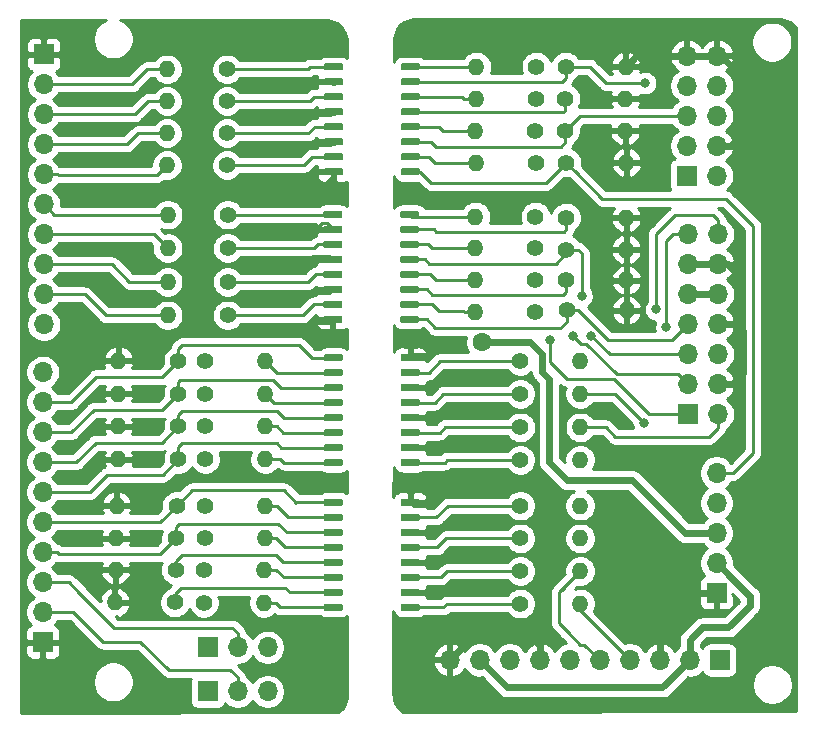
<source format=gbr>
G04 #@! TF.GenerationSoftware,KiCad,Pcbnew,(5.1.5)-3*
G04 #@! TF.CreationDate,2020-09-25T18:51:02-03:00*
G04 #@! TF.ProjectId,Opto,4f70746f-2e6b-4696-9361-645f70636258,rev?*
G04 #@! TF.SameCoordinates,Original*
G04 #@! TF.FileFunction,Copper,L1,Top*
G04 #@! TF.FilePolarity,Positive*
%FSLAX46Y46*%
G04 Gerber Fmt 4.6, Leading zero omitted, Abs format (unit mm)*
G04 Created by KiCad (PCBNEW (5.1.5)-3) date 2020-09-25 18:51:02*
%MOMM*%
%LPD*%
G04 APERTURE LIST*
%ADD10O,1.400000X1.400000*%
%ADD11C,1.400000*%
%ADD12O,1.700000X1.700000*%
%ADD13R,1.700000X1.700000*%
%ADD14C,0.100000*%
%ADD15C,1.600000*%
%ADD16C,0.800000*%
%ADD17C,0.250000*%
%ADD18C,0.600000*%
%ADD19C,0.254000*%
G04 APERTURE END LIST*
D10*
X86480000Y-76670000D03*
D11*
X81400000Y-76670000D03*
D10*
X86490000Y-70040000D03*
D11*
X81410000Y-70040000D03*
D10*
X86480000Y-72780000D03*
D11*
X81400000Y-72780000D03*
D12*
X60010000Y-92390000D03*
X57470000Y-92390000D03*
D13*
X54930000Y-92390000D03*
D12*
X60010000Y-88660000D03*
X57470000Y-88660000D03*
D13*
X54930000Y-88660000D03*
D12*
X75430000Y-89730000D03*
X77970000Y-89730000D03*
X80510000Y-89730000D03*
X83050000Y-89730000D03*
X85590000Y-89730000D03*
X88130000Y-89730000D03*
X90670000Y-89730000D03*
X93210000Y-89730000D03*
X95750000Y-89730000D03*
D13*
X98290000Y-89730000D03*
D12*
X98020000Y-73890000D03*
X98020000Y-76430000D03*
X98020000Y-78970000D03*
X98020000Y-81510000D03*
D13*
X98020000Y-84050000D03*
D12*
X41060000Y-61320000D03*
X41060000Y-58780000D03*
X41060000Y-56240000D03*
X41060000Y-53700000D03*
X41060000Y-51160000D03*
X41060000Y-48620000D03*
X41060000Y-46080000D03*
X41060000Y-43540000D03*
X41060000Y-41000000D03*
D13*
X41060000Y-38460000D03*
D12*
X40980000Y-65360000D03*
X40980000Y-67900000D03*
X40980000Y-70440000D03*
X40980000Y-72980000D03*
X40980000Y-75520000D03*
X40980000Y-78060000D03*
X40980000Y-80600000D03*
X40980000Y-83140000D03*
X40980000Y-85680000D03*
D13*
X40980000Y-88220000D03*
D12*
X98115000Y-53685000D03*
X95575000Y-53685000D03*
X98115000Y-56225000D03*
X95575000Y-56225000D03*
X98115000Y-58765000D03*
X95575000Y-58765000D03*
X98115000Y-61305000D03*
X95575000Y-61305000D03*
X98115000Y-63845000D03*
X95575000Y-63845000D03*
X98115000Y-66385000D03*
X95575000Y-66385000D03*
X98115000Y-68925000D03*
D13*
X95575000Y-68925000D03*
D12*
X98040000Y-38565000D03*
X95500000Y-38565000D03*
X98040000Y-41105000D03*
X95500000Y-41105000D03*
X98040000Y-43645000D03*
X95500000Y-43645000D03*
X98040000Y-46185000D03*
X95500000Y-46185000D03*
X98040000Y-48725000D03*
D13*
X95500000Y-48725000D03*
G04 #@! TA.AperFunction,SMDPad,CuDef*
D14*
G36*
X66244703Y-84975722D02*
G01*
X66259264Y-84977882D01*
X66273543Y-84981459D01*
X66287403Y-84986418D01*
X66300710Y-84992712D01*
X66313336Y-85000280D01*
X66325159Y-85009048D01*
X66336066Y-85018934D01*
X66345952Y-85029841D01*
X66354720Y-85041664D01*
X66362288Y-85054290D01*
X66368582Y-85067597D01*
X66373541Y-85081457D01*
X66377118Y-85095736D01*
X66379278Y-85110297D01*
X66380000Y-85125000D01*
X66380000Y-85425000D01*
X66379278Y-85439703D01*
X66377118Y-85454264D01*
X66373541Y-85468543D01*
X66368582Y-85482403D01*
X66362288Y-85495710D01*
X66354720Y-85508336D01*
X66345952Y-85520159D01*
X66336066Y-85531066D01*
X66325159Y-85540952D01*
X66313336Y-85549720D01*
X66300710Y-85557288D01*
X66287403Y-85563582D01*
X66273543Y-85568541D01*
X66259264Y-85572118D01*
X66244703Y-85574278D01*
X66230000Y-85575000D01*
X64930000Y-85575000D01*
X64915297Y-85574278D01*
X64900736Y-85572118D01*
X64886457Y-85568541D01*
X64872597Y-85563582D01*
X64859290Y-85557288D01*
X64846664Y-85549720D01*
X64834841Y-85540952D01*
X64823934Y-85531066D01*
X64814048Y-85520159D01*
X64805280Y-85508336D01*
X64797712Y-85495710D01*
X64791418Y-85482403D01*
X64786459Y-85468543D01*
X64782882Y-85454264D01*
X64780722Y-85439703D01*
X64780000Y-85425000D01*
X64780000Y-85125000D01*
X64780722Y-85110297D01*
X64782882Y-85095736D01*
X64786459Y-85081457D01*
X64791418Y-85067597D01*
X64797712Y-85054290D01*
X64805280Y-85041664D01*
X64814048Y-85029841D01*
X64823934Y-85018934D01*
X64834841Y-85009048D01*
X64846664Y-85000280D01*
X64859290Y-84992712D01*
X64872597Y-84986418D01*
X64886457Y-84981459D01*
X64900736Y-84977882D01*
X64915297Y-84975722D01*
X64930000Y-84975000D01*
X66230000Y-84975000D01*
X66244703Y-84975722D01*
G37*
G04 #@! TD.AperFunction*
G04 #@! TA.AperFunction,SMDPad,CuDef*
G36*
X66244703Y-83705722D02*
G01*
X66259264Y-83707882D01*
X66273543Y-83711459D01*
X66287403Y-83716418D01*
X66300710Y-83722712D01*
X66313336Y-83730280D01*
X66325159Y-83739048D01*
X66336066Y-83748934D01*
X66345952Y-83759841D01*
X66354720Y-83771664D01*
X66362288Y-83784290D01*
X66368582Y-83797597D01*
X66373541Y-83811457D01*
X66377118Y-83825736D01*
X66379278Y-83840297D01*
X66380000Y-83855000D01*
X66380000Y-84155000D01*
X66379278Y-84169703D01*
X66377118Y-84184264D01*
X66373541Y-84198543D01*
X66368582Y-84212403D01*
X66362288Y-84225710D01*
X66354720Y-84238336D01*
X66345952Y-84250159D01*
X66336066Y-84261066D01*
X66325159Y-84270952D01*
X66313336Y-84279720D01*
X66300710Y-84287288D01*
X66287403Y-84293582D01*
X66273543Y-84298541D01*
X66259264Y-84302118D01*
X66244703Y-84304278D01*
X66230000Y-84305000D01*
X64930000Y-84305000D01*
X64915297Y-84304278D01*
X64900736Y-84302118D01*
X64886457Y-84298541D01*
X64872597Y-84293582D01*
X64859290Y-84287288D01*
X64846664Y-84279720D01*
X64834841Y-84270952D01*
X64823934Y-84261066D01*
X64814048Y-84250159D01*
X64805280Y-84238336D01*
X64797712Y-84225710D01*
X64791418Y-84212403D01*
X64786459Y-84198543D01*
X64782882Y-84184264D01*
X64780722Y-84169703D01*
X64780000Y-84155000D01*
X64780000Y-83855000D01*
X64780722Y-83840297D01*
X64782882Y-83825736D01*
X64786459Y-83811457D01*
X64791418Y-83797597D01*
X64797712Y-83784290D01*
X64805280Y-83771664D01*
X64814048Y-83759841D01*
X64823934Y-83748934D01*
X64834841Y-83739048D01*
X64846664Y-83730280D01*
X64859290Y-83722712D01*
X64872597Y-83716418D01*
X64886457Y-83711459D01*
X64900736Y-83707882D01*
X64915297Y-83705722D01*
X64930000Y-83705000D01*
X66230000Y-83705000D01*
X66244703Y-83705722D01*
G37*
G04 #@! TD.AperFunction*
G04 #@! TA.AperFunction,SMDPad,CuDef*
G36*
X66244703Y-82435722D02*
G01*
X66259264Y-82437882D01*
X66273543Y-82441459D01*
X66287403Y-82446418D01*
X66300710Y-82452712D01*
X66313336Y-82460280D01*
X66325159Y-82469048D01*
X66336066Y-82478934D01*
X66345952Y-82489841D01*
X66354720Y-82501664D01*
X66362288Y-82514290D01*
X66368582Y-82527597D01*
X66373541Y-82541457D01*
X66377118Y-82555736D01*
X66379278Y-82570297D01*
X66380000Y-82585000D01*
X66380000Y-82885000D01*
X66379278Y-82899703D01*
X66377118Y-82914264D01*
X66373541Y-82928543D01*
X66368582Y-82942403D01*
X66362288Y-82955710D01*
X66354720Y-82968336D01*
X66345952Y-82980159D01*
X66336066Y-82991066D01*
X66325159Y-83000952D01*
X66313336Y-83009720D01*
X66300710Y-83017288D01*
X66287403Y-83023582D01*
X66273543Y-83028541D01*
X66259264Y-83032118D01*
X66244703Y-83034278D01*
X66230000Y-83035000D01*
X64930000Y-83035000D01*
X64915297Y-83034278D01*
X64900736Y-83032118D01*
X64886457Y-83028541D01*
X64872597Y-83023582D01*
X64859290Y-83017288D01*
X64846664Y-83009720D01*
X64834841Y-83000952D01*
X64823934Y-82991066D01*
X64814048Y-82980159D01*
X64805280Y-82968336D01*
X64797712Y-82955710D01*
X64791418Y-82942403D01*
X64786459Y-82928543D01*
X64782882Y-82914264D01*
X64780722Y-82899703D01*
X64780000Y-82885000D01*
X64780000Y-82585000D01*
X64780722Y-82570297D01*
X64782882Y-82555736D01*
X64786459Y-82541457D01*
X64791418Y-82527597D01*
X64797712Y-82514290D01*
X64805280Y-82501664D01*
X64814048Y-82489841D01*
X64823934Y-82478934D01*
X64834841Y-82469048D01*
X64846664Y-82460280D01*
X64859290Y-82452712D01*
X64872597Y-82446418D01*
X64886457Y-82441459D01*
X64900736Y-82437882D01*
X64915297Y-82435722D01*
X64930000Y-82435000D01*
X66230000Y-82435000D01*
X66244703Y-82435722D01*
G37*
G04 #@! TD.AperFunction*
G04 #@! TA.AperFunction,SMDPad,CuDef*
G36*
X66244703Y-81165722D02*
G01*
X66259264Y-81167882D01*
X66273543Y-81171459D01*
X66287403Y-81176418D01*
X66300710Y-81182712D01*
X66313336Y-81190280D01*
X66325159Y-81199048D01*
X66336066Y-81208934D01*
X66345952Y-81219841D01*
X66354720Y-81231664D01*
X66362288Y-81244290D01*
X66368582Y-81257597D01*
X66373541Y-81271457D01*
X66377118Y-81285736D01*
X66379278Y-81300297D01*
X66380000Y-81315000D01*
X66380000Y-81615000D01*
X66379278Y-81629703D01*
X66377118Y-81644264D01*
X66373541Y-81658543D01*
X66368582Y-81672403D01*
X66362288Y-81685710D01*
X66354720Y-81698336D01*
X66345952Y-81710159D01*
X66336066Y-81721066D01*
X66325159Y-81730952D01*
X66313336Y-81739720D01*
X66300710Y-81747288D01*
X66287403Y-81753582D01*
X66273543Y-81758541D01*
X66259264Y-81762118D01*
X66244703Y-81764278D01*
X66230000Y-81765000D01*
X64930000Y-81765000D01*
X64915297Y-81764278D01*
X64900736Y-81762118D01*
X64886457Y-81758541D01*
X64872597Y-81753582D01*
X64859290Y-81747288D01*
X64846664Y-81739720D01*
X64834841Y-81730952D01*
X64823934Y-81721066D01*
X64814048Y-81710159D01*
X64805280Y-81698336D01*
X64797712Y-81685710D01*
X64791418Y-81672403D01*
X64786459Y-81658543D01*
X64782882Y-81644264D01*
X64780722Y-81629703D01*
X64780000Y-81615000D01*
X64780000Y-81315000D01*
X64780722Y-81300297D01*
X64782882Y-81285736D01*
X64786459Y-81271457D01*
X64791418Y-81257597D01*
X64797712Y-81244290D01*
X64805280Y-81231664D01*
X64814048Y-81219841D01*
X64823934Y-81208934D01*
X64834841Y-81199048D01*
X64846664Y-81190280D01*
X64859290Y-81182712D01*
X64872597Y-81176418D01*
X64886457Y-81171459D01*
X64900736Y-81167882D01*
X64915297Y-81165722D01*
X64930000Y-81165000D01*
X66230000Y-81165000D01*
X66244703Y-81165722D01*
G37*
G04 #@! TD.AperFunction*
G04 #@! TA.AperFunction,SMDPad,CuDef*
G36*
X66244703Y-79895722D02*
G01*
X66259264Y-79897882D01*
X66273543Y-79901459D01*
X66287403Y-79906418D01*
X66300710Y-79912712D01*
X66313336Y-79920280D01*
X66325159Y-79929048D01*
X66336066Y-79938934D01*
X66345952Y-79949841D01*
X66354720Y-79961664D01*
X66362288Y-79974290D01*
X66368582Y-79987597D01*
X66373541Y-80001457D01*
X66377118Y-80015736D01*
X66379278Y-80030297D01*
X66380000Y-80045000D01*
X66380000Y-80345000D01*
X66379278Y-80359703D01*
X66377118Y-80374264D01*
X66373541Y-80388543D01*
X66368582Y-80402403D01*
X66362288Y-80415710D01*
X66354720Y-80428336D01*
X66345952Y-80440159D01*
X66336066Y-80451066D01*
X66325159Y-80460952D01*
X66313336Y-80469720D01*
X66300710Y-80477288D01*
X66287403Y-80483582D01*
X66273543Y-80488541D01*
X66259264Y-80492118D01*
X66244703Y-80494278D01*
X66230000Y-80495000D01*
X64930000Y-80495000D01*
X64915297Y-80494278D01*
X64900736Y-80492118D01*
X64886457Y-80488541D01*
X64872597Y-80483582D01*
X64859290Y-80477288D01*
X64846664Y-80469720D01*
X64834841Y-80460952D01*
X64823934Y-80451066D01*
X64814048Y-80440159D01*
X64805280Y-80428336D01*
X64797712Y-80415710D01*
X64791418Y-80402403D01*
X64786459Y-80388543D01*
X64782882Y-80374264D01*
X64780722Y-80359703D01*
X64780000Y-80345000D01*
X64780000Y-80045000D01*
X64780722Y-80030297D01*
X64782882Y-80015736D01*
X64786459Y-80001457D01*
X64791418Y-79987597D01*
X64797712Y-79974290D01*
X64805280Y-79961664D01*
X64814048Y-79949841D01*
X64823934Y-79938934D01*
X64834841Y-79929048D01*
X64846664Y-79920280D01*
X64859290Y-79912712D01*
X64872597Y-79906418D01*
X64886457Y-79901459D01*
X64900736Y-79897882D01*
X64915297Y-79895722D01*
X64930000Y-79895000D01*
X66230000Y-79895000D01*
X66244703Y-79895722D01*
G37*
G04 #@! TD.AperFunction*
G04 #@! TA.AperFunction,SMDPad,CuDef*
G36*
X66244703Y-78625722D02*
G01*
X66259264Y-78627882D01*
X66273543Y-78631459D01*
X66287403Y-78636418D01*
X66300710Y-78642712D01*
X66313336Y-78650280D01*
X66325159Y-78659048D01*
X66336066Y-78668934D01*
X66345952Y-78679841D01*
X66354720Y-78691664D01*
X66362288Y-78704290D01*
X66368582Y-78717597D01*
X66373541Y-78731457D01*
X66377118Y-78745736D01*
X66379278Y-78760297D01*
X66380000Y-78775000D01*
X66380000Y-79075000D01*
X66379278Y-79089703D01*
X66377118Y-79104264D01*
X66373541Y-79118543D01*
X66368582Y-79132403D01*
X66362288Y-79145710D01*
X66354720Y-79158336D01*
X66345952Y-79170159D01*
X66336066Y-79181066D01*
X66325159Y-79190952D01*
X66313336Y-79199720D01*
X66300710Y-79207288D01*
X66287403Y-79213582D01*
X66273543Y-79218541D01*
X66259264Y-79222118D01*
X66244703Y-79224278D01*
X66230000Y-79225000D01*
X64930000Y-79225000D01*
X64915297Y-79224278D01*
X64900736Y-79222118D01*
X64886457Y-79218541D01*
X64872597Y-79213582D01*
X64859290Y-79207288D01*
X64846664Y-79199720D01*
X64834841Y-79190952D01*
X64823934Y-79181066D01*
X64814048Y-79170159D01*
X64805280Y-79158336D01*
X64797712Y-79145710D01*
X64791418Y-79132403D01*
X64786459Y-79118543D01*
X64782882Y-79104264D01*
X64780722Y-79089703D01*
X64780000Y-79075000D01*
X64780000Y-78775000D01*
X64780722Y-78760297D01*
X64782882Y-78745736D01*
X64786459Y-78731457D01*
X64791418Y-78717597D01*
X64797712Y-78704290D01*
X64805280Y-78691664D01*
X64814048Y-78679841D01*
X64823934Y-78668934D01*
X64834841Y-78659048D01*
X64846664Y-78650280D01*
X64859290Y-78642712D01*
X64872597Y-78636418D01*
X64886457Y-78631459D01*
X64900736Y-78627882D01*
X64915297Y-78625722D01*
X64930000Y-78625000D01*
X66230000Y-78625000D01*
X66244703Y-78625722D01*
G37*
G04 #@! TD.AperFunction*
G04 #@! TA.AperFunction,SMDPad,CuDef*
G36*
X66244703Y-77355722D02*
G01*
X66259264Y-77357882D01*
X66273543Y-77361459D01*
X66287403Y-77366418D01*
X66300710Y-77372712D01*
X66313336Y-77380280D01*
X66325159Y-77389048D01*
X66336066Y-77398934D01*
X66345952Y-77409841D01*
X66354720Y-77421664D01*
X66362288Y-77434290D01*
X66368582Y-77447597D01*
X66373541Y-77461457D01*
X66377118Y-77475736D01*
X66379278Y-77490297D01*
X66380000Y-77505000D01*
X66380000Y-77805000D01*
X66379278Y-77819703D01*
X66377118Y-77834264D01*
X66373541Y-77848543D01*
X66368582Y-77862403D01*
X66362288Y-77875710D01*
X66354720Y-77888336D01*
X66345952Y-77900159D01*
X66336066Y-77911066D01*
X66325159Y-77920952D01*
X66313336Y-77929720D01*
X66300710Y-77937288D01*
X66287403Y-77943582D01*
X66273543Y-77948541D01*
X66259264Y-77952118D01*
X66244703Y-77954278D01*
X66230000Y-77955000D01*
X64930000Y-77955000D01*
X64915297Y-77954278D01*
X64900736Y-77952118D01*
X64886457Y-77948541D01*
X64872597Y-77943582D01*
X64859290Y-77937288D01*
X64846664Y-77929720D01*
X64834841Y-77920952D01*
X64823934Y-77911066D01*
X64814048Y-77900159D01*
X64805280Y-77888336D01*
X64797712Y-77875710D01*
X64791418Y-77862403D01*
X64786459Y-77848543D01*
X64782882Y-77834264D01*
X64780722Y-77819703D01*
X64780000Y-77805000D01*
X64780000Y-77505000D01*
X64780722Y-77490297D01*
X64782882Y-77475736D01*
X64786459Y-77461457D01*
X64791418Y-77447597D01*
X64797712Y-77434290D01*
X64805280Y-77421664D01*
X64814048Y-77409841D01*
X64823934Y-77398934D01*
X64834841Y-77389048D01*
X64846664Y-77380280D01*
X64859290Y-77372712D01*
X64872597Y-77366418D01*
X64886457Y-77361459D01*
X64900736Y-77357882D01*
X64915297Y-77355722D01*
X64930000Y-77355000D01*
X66230000Y-77355000D01*
X66244703Y-77355722D01*
G37*
G04 #@! TD.AperFunction*
G04 #@! TA.AperFunction,SMDPad,CuDef*
G36*
X66244703Y-76085722D02*
G01*
X66259264Y-76087882D01*
X66273543Y-76091459D01*
X66287403Y-76096418D01*
X66300710Y-76102712D01*
X66313336Y-76110280D01*
X66325159Y-76119048D01*
X66336066Y-76128934D01*
X66345952Y-76139841D01*
X66354720Y-76151664D01*
X66362288Y-76164290D01*
X66368582Y-76177597D01*
X66373541Y-76191457D01*
X66377118Y-76205736D01*
X66379278Y-76220297D01*
X66380000Y-76235000D01*
X66380000Y-76535000D01*
X66379278Y-76549703D01*
X66377118Y-76564264D01*
X66373541Y-76578543D01*
X66368582Y-76592403D01*
X66362288Y-76605710D01*
X66354720Y-76618336D01*
X66345952Y-76630159D01*
X66336066Y-76641066D01*
X66325159Y-76650952D01*
X66313336Y-76659720D01*
X66300710Y-76667288D01*
X66287403Y-76673582D01*
X66273543Y-76678541D01*
X66259264Y-76682118D01*
X66244703Y-76684278D01*
X66230000Y-76685000D01*
X64930000Y-76685000D01*
X64915297Y-76684278D01*
X64900736Y-76682118D01*
X64886457Y-76678541D01*
X64872597Y-76673582D01*
X64859290Y-76667288D01*
X64846664Y-76659720D01*
X64834841Y-76650952D01*
X64823934Y-76641066D01*
X64814048Y-76630159D01*
X64805280Y-76618336D01*
X64797712Y-76605710D01*
X64791418Y-76592403D01*
X64786459Y-76578543D01*
X64782882Y-76564264D01*
X64780722Y-76549703D01*
X64780000Y-76535000D01*
X64780000Y-76235000D01*
X64780722Y-76220297D01*
X64782882Y-76205736D01*
X64786459Y-76191457D01*
X64791418Y-76177597D01*
X64797712Y-76164290D01*
X64805280Y-76151664D01*
X64814048Y-76139841D01*
X64823934Y-76128934D01*
X64834841Y-76119048D01*
X64846664Y-76110280D01*
X64859290Y-76102712D01*
X64872597Y-76096418D01*
X64886457Y-76091459D01*
X64900736Y-76087882D01*
X64915297Y-76085722D01*
X64930000Y-76085000D01*
X66230000Y-76085000D01*
X66244703Y-76085722D01*
G37*
G04 #@! TD.AperFunction*
G04 #@! TA.AperFunction,SMDPad,CuDef*
G36*
X72744703Y-76085722D02*
G01*
X72759264Y-76087882D01*
X72773543Y-76091459D01*
X72787403Y-76096418D01*
X72800710Y-76102712D01*
X72813336Y-76110280D01*
X72825159Y-76119048D01*
X72836066Y-76128934D01*
X72845952Y-76139841D01*
X72854720Y-76151664D01*
X72862288Y-76164290D01*
X72868582Y-76177597D01*
X72873541Y-76191457D01*
X72877118Y-76205736D01*
X72879278Y-76220297D01*
X72880000Y-76235000D01*
X72880000Y-76535000D01*
X72879278Y-76549703D01*
X72877118Y-76564264D01*
X72873541Y-76578543D01*
X72868582Y-76592403D01*
X72862288Y-76605710D01*
X72854720Y-76618336D01*
X72845952Y-76630159D01*
X72836066Y-76641066D01*
X72825159Y-76650952D01*
X72813336Y-76659720D01*
X72800710Y-76667288D01*
X72787403Y-76673582D01*
X72773543Y-76678541D01*
X72759264Y-76682118D01*
X72744703Y-76684278D01*
X72730000Y-76685000D01*
X71430000Y-76685000D01*
X71415297Y-76684278D01*
X71400736Y-76682118D01*
X71386457Y-76678541D01*
X71372597Y-76673582D01*
X71359290Y-76667288D01*
X71346664Y-76659720D01*
X71334841Y-76650952D01*
X71323934Y-76641066D01*
X71314048Y-76630159D01*
X71305280Y-76618336D01*
X71297712Y-76605710D01*
X71291418Y-76592403D01*
X71286459Y-76578543D01*
X71282882Y-76564264D01*
X71280722Y-76549703D01*
X71280000Y-76535000D01*
X71280000Y-76235000D01*
X71280722Y-76220297D01*
X71282882Y-76205736D01*
X71286459Y-76191457D01*
X71291418Y-76177597D01*
X71297712Y-76164290D01*
X71305280Y-76151664D01*
X71314048Y-76139841D01*
X71323934Y-76128934D01*
X71334841Y-76119048D01*
X71346664Y-76110280D01*
X71359290Y-76102712D01*
X71372597Y-76096418D01*
X71386457Y-76091459D01*
X71400736Y-76087882D01*
X71415297Y-76085722D01*
X71430000Y-76085000D01*
X72730000Y-76085000D01*
X72744703Y-76085722D01*
G37*
G04 #@! TD.AperFunction*
G04 #@! TA.AperFunction,SMDPad,CuDef*
G36*
X72744703Y-77355722D02*
G01*
X72759264Y-77357882D01*
X72773543Y-77361459D01*
X72787403Y-77366418D01*
X72800710Y-77372712D01*
X72813336Y-77380280D01*
X72825159Y-77389048D01*
X72836066Y-77398934D01*
X72845952Y-77409841D01*
X72854720Y-77421664D01*
X72862288Y-77434290D01*
X72868582Y-77447597D01*
X72873541Y-77461457D01*
X72877118Y-77475736D01*
X72879278Y-77490297D01*
X72880000Y-77505000D01*
X72880000Y-77805000D01*
X72879278Y-77819703D01*
X72877118Y-77834264D01*
X72873541Y-77848543D01*
X72868582Y-77862403D01*
X72862288Y-77875710D01*
X72854720Y-77888336D01*
X72845952Y-77900159D01*
X72836066Y-77911066D01*
X72825159Y-77920952D01*
X72813336Y-77929720D01*
X72800710Y-77937288D01*
X72787403Y-77943582D01*
X72773543Y-77948541D01*
X72759264Y-77952118D01*
X72744703Y-77954278D01*
X72730000Y-77955000D01*
X71430000Y-77955000D01*
X71415297Y-77954278D01*
X71400736Y-77952118D01*
X71386457Y-77948541D01*
X71372597Y-77943582D01*
X71359290Y-77937288D01*
X71346664Y-77929720D01*
X71334841Y-77920952D01*
X71323934Y-77911066D01*
X71314048Y-77900159D01*
X71305280Y-77888336D01*
X71297712Y-77875710D01*
X71291418Y-77862403D01*
X71286459Y-77848543D01*
X71282882Y-77834264D01*
X71280722Y-77819703D01*
X71280000Y-77805000D01*
X71280000Y-77505000D01*
X71280722Y-77490297D01*
X71282882Y-77475736D01*
X71286459Y-77461457D01*
X71291418Y-77447597D01*
X71297712Y-77434290D01*
X71305280Y-77421664D01*
X71314048Y-77409841D01*
X71323934Y-77398934D01*
X71334841Y-77389048D01*
X71346664Y-77380280D01*
X71359290Y-77372712D01*
X71372597Y-77366418D01*
X71386457Y-77361459D01*
X71400736Y-77357882D01*
X71415297Y-77355722D01*
X71430000Y-77355000D01*
X72730000Y-77355000D01*
X72744703Y-77355722D01*
G37*
G04 #@! TD.AperFunction*
G04 #@! TA.AperFunction,SMDPad,CuDef*
G36*
X72744703Y-78625722D02*
G01*
X72759264Y-78627882D01*
X72773543Y-78631459D01*
X72787403Y-78636418D01*
X72800710Y-78642712D01*
X72813336Y-78650280D01*
X72825159Y-78659048D01*
X72836066Y-78668934D01*
X72845952Y-78679841D01*
X72854720Y-78691664D01*
X72862288Y-78704290D01*
X72868582Y-78717597D01*
X72873541Y-78731457D01*
X72877118Y-78745736D01*
X72879278Y-78760297D01*
X72880000Y-78775000D01*
X72880000Y-79075000D01*
X72879278Y-79089703D01*
X72877118Y-79104264D01*
X72873541Y-79118543D01*
X72868582Y-79132403D01*
X72862288Y-79145710D01*
X72854720Y-79158336D01*
X72845952Y-79170159D01*
X72836066Y-79181066D01*
X72825159Y-79190952D01*
X72813336Y-79199720D01*
X72800710Y-79207288D01*
X72787403Y-79213582D01*
X72773543Y-79218541D01*
X72759264Y-79222118D01*
X72744703Y-79224278D01*
X72730000Y-79225000D01*
X71430000Y-79225000D01*
X71415297Y-79224278D01*
X71400736Y-79222118D01*
X71386457Y-79218541D01*
X71372597Y-79213582D01*
X71359290Y-79207288D01*
X71346664Y-79199720D01*
X71334841Y-79190952D01*
X71323934Y-79181066D01*
X71314048Y-79170159D01*
X71305280Y-79158336D01*
X71297712Y-79145710D01*
X71291418Y-79132403D01*
X71286459Y-79118543D01*
X71282882Y-79104264D01*
X71280722Y-79089703D01*
X71280000Y-79075000D01*
X71280000Y-78775000D01*
X71280722Y-78760297D01*
X71282882Y-78745736D01*
X71286459Y-78731457D01*
X71291418Y-78717597D01*
X71297712Y-78704290D01*
X71305280Y-78691664D01*
X71314048Y-78679841D01*
X71323934Y-78668934D01*
X71334841Y-78659048D01*
X71346664Y-78650280D01*
X71359290Y-78642712D01*
X71372597Y-78636418D01*
X71386457Y-78631459D01*
X71400736Y-78627882D01*
X71415297Y-78625722D01*
X71430000Y-78625000D01*
X72730000Y-78625000D01*
X72744703Y-78625722D01*
G37*
G04 #@! TD.AperFunction*
G04 #@! TA.AperFunction,SMDPad,CuDef*
G36*
X72744703Y-79895722D02*
G01*
X72759264Y-79897882D01*
X72773543Y-79901459D01*
X72787403Y-79906418D01*
X72800710Y-79912712D01*
X72813336Y-79920280D01*
X72825159Y-79929048D01*
X72836066Y-79938934D01*
X72845952Y-79949841D01*
X72854720Y-79961664D01*
X72862288Y-79974290D01*
X72868582Y-79987597D01*
X72873541Y-80001457D01*
X72877118Y-80015736D01*
X72879278Y-80030297D01*
X72880000Y-80045000D01*
X72880000Y-80345000D01*
X72879278Y-80359703D01*
X72877118Y-80374264D01*
X72873541Y-80388543D01*
X72868582Y-80402403D01*
X72862288Y-80415710D01*
X72854720Y-80428336D01*
X72845952Y-80440159D01*
X72836066Y-80451066D01*
X72825159Y-80460952D01*
X72813336Y-80469720D01*
X72800710Y-80477288D01*
X72787403Y-80483582D01*
X72773543Y-80488541D01*
X72759264Y-80492118D01*
X72744703Y-80494278D01*
X72730000Y-80495000D01*
X71430000Y-80495000D01*
X71415297Y-80494278D01*
X71400736Y-80492118D01*
X71386457Y-80488541D01*
X71372597Y-80483582D01*
X71359290Y-80477288D01*
X71346664Y-80469720D01*
X71334841Y-80460952D01*
X71323934Y-80451066D01*
X71314048Y-80440159D01*
X71305280Y-80428336D01*
X71297712Y-80415710D01*
X71291418Y-80402403D01*
X71286459Y-80388543D01*
X71282882Y-80374264D01*
X71280722Y-80359703D01*
X71280000Y-80345000D01*
X71280000Y-80045000D01*
X71280722Y-80030297D01*
X71282882Y-80015736D01*
X71286459Y-80001457D01*
X71291418Y-79987597D01*
X71297712Y-79974290D01*
X71305280Y-79961664D01*
X71314048Y-79949841D01*
X71323934Y-79938934D01*
X71334841Y-79929048D01*
X71346664Y-79920280D01*
X71359290Y-79912712D01*
X71372597Y-79906418D01*
X71386457Y-79901459D01*
X71400736Y-79897882D01*
X71415297Y-79895722D01*
X71430000Y-79895000D01*
X72730000Y-79895000D01*
X72744703Y-79895722D01*
G37*
G04 #@! TD.AperFunction*
G04 #@! TA.AperFunction,SMDPad,CuDef*
G36*
X72744703Y-81165722D02*
G01*
X72759264Y-81167882D01*
X72773543Y-81171459D01*
X72787403Y-81176418D01*
X72800710Y-81182712D01*
X72813336Y-81190280D01*
X72825159Y-81199048D01*
X72836066Y-81208934D01*
X72845952Y-81219841D01*
X72854720Y-81231664D01*
X72862288Y-81244290D01*
X72868582Y-81257597D01*
X72873541Y-81271457D01*
X72877118Y-81285736D01*
X72879278Y-81300297D01*
X72880000Y-81315000D01*
X72880000Y-81615000D01*
X72879278Y-81629703D01*
X72877118Y-81644264D01*
X72873541Y-81658543D01*
X72868582Y-81672403D01*
X72862288Y-81685710D01*
X72854720Y-81698336D01*
X72845952Y-81710159D01*
X72836066Y-81721066D01*
X72825159Y-81730952D01*
X72813336Y-81739720D01*
X72800710Y-81747288D01*
X72787403Y-81753582D01*
X72773543Y-81758541D01*
X72759264Y-81762118D01*
X72744703Y-81764278D01*
X72730000Y-81765000D01*
X71430000Y-81765000D01*
X71415297Y-81764278D01*
X71400736Y-81762118D01*
X71386457Y-81758541D01*
X71372597Y-81753582D01*
X71359290Y-81747288D01*
X71346664Y-81739720D01*
X71334841Y-81730952D01*
X71323934Y-81721066D01*
X71314048Y-81710159D01*
X71305280Y-81698336D01*
X71297712Y-81685710D01*
X71291418Y-81672403D01*
X71286459Y-81658543D01*
X71282882Y-81644264D01*
X71280722Y-81629703D01*
X71280000Y-81615000D01*
X71280000Y-81315000D01*
X71280722Y-81300297D01*
X71282882Y-81285736D01*
X71286459Y-81271457D01*
X71291418Y-81257597D01*
X71297712Y-81244290D01*
X71305280Y-81231664D01*
X71314048Y-81219841D01*
X71323934Y-81208934D01*
X71334841Y-81199048D01*
X71346664Y-81190280D01*
X71359290Y-81182712D01*
X71372597Y-81176418D01*
X71386457Y-81171459D01*
X71400736Y-81167882D01*
X71415297Y-81165722D01*
X71430000Y-81165000D01*
X72730000Y-81165000D01*
X72744703Y-81165722D01*
G37*
G04 #@! TD.AperFunction*
G04 #@! TA.AperFunction,SMDPad,CuDef*
G36*
X72744703Y-82435722D02*
G01*
X72759264Y-82437882D01*
X72773543Y-82441459D01*
X72787403Y-82446418D01*
X72800710Y-82452712D01*
X72813336Y-82460280D01*
X72825159Y-82469048D01*
X72836066Y-82478934D01*
X72845952Y-82489841D01*
X72854720Y-82501664D01*
X72862288Y-82514290D01*
X72868582Y-82527597D01*
X72873541Y-82541457D01*
X72877118Y-82555736D01*
X72879278Y-82570297D01*
X72880000Y-82585000D01*
X72880000Y-82885000D01*
X72879278Y-82899703D01*
X72877118Y-82914264D01*
X72873541Y-82928543D01*
X72868582Y-82942403D01*
X72862288Y-82955710D01*
X72854720Y-82968336D01*
X72845952Y-82980159D01*
X72836066Y-82991066D01*
X72825159Y-83000952D01*
X72813336Y-83009720D01*
X72800710Y-83017288D01*
X72787403Y-83023582D01*
X72773543Y-83028541D01*
X72759264Y-83032118D01*
X72744703Y-83034278D01*
X72730000Y-83035000D01*
X71430000Y-83035000D01*
X71415297Y-83034278D01*
X71400736Y-83032118D01*
X71386457Y-83028541D01*
X71372597Y-83023582D01*
X71359290Y-83017288D01*
X71346664Y-83009720D01*
X71334841Y-83000952D01*
X71323934Y-82991066D01*
X71314048Y-82980159D01*
X71305280Y-82968336D01*
X71297712Y-82955710D01*
X71291418Y-82942403D01*
X71286459Y-82928543D01*
X71282882Y-82914264D01*
X71280722Y-82899703D01*
X71280000Y-82885000D01*
X71280000Y-82585000D01*
X71280722Y-82570297D01*
X71282882Y-82555736D01*
X71286459Y-82541457D01*
X71291418Y-82527597D01*
X71297712Y-82514290D01*
X71305280Y-82501664D01*
X71314048Y-82489841D01*
X71323934Y-82478934D01*
X71334841Y-82469048D01*
X71346664Y-82460280D01*
X71359290Y-82452712D01*
X71372597Y-82446418D01*
X71386457Y-82441459D01*
X71400736Y-82437882D01*
X71415297Y-82435722D01*
X71430000Y-82435000D01*
X72730000Y-82435000D01*
X72744703Y-82435722D01*
G37*
G04 #@! TD.AperFunction*
G04 #@! TA.AperFunction,SMDPad,CuDef*
G36*
X72744703Y-83705722D02*
G01*
X72759264Y-83707882D01*
X72773543Y-83711459D01*
X72787403Y-83716418D01*
X72800710Y-83722712D01*
X72813336Y-83730280D01*
X72825159Y-83739048D01*
X72836066Y-83748934D01*
X72845952Y-83759841D01*
X72854720Y-83771664D01*
X72862288Y-83784290D01*
X72868582Y-83797597D01*
X72873541Y-83811457D01*
X72877118Y-83825736D01*
X72879278Y-83840297D01*
X72880000Y-83855000D01*
X72880000Y-84155000D01*
X72879278Y-84169703D01*
X72877118Y-84184264D01*
X72873541Y-84198543D01*
X72868582Y-84212403D01*
X72862288Y-84225710D01*
X72854720Y-84238336D01*
X72845952Y-84250159D01*
X72836066Y-84261066D01*
X72825159Y-84270952D01*
X72813336Y-84279720D01*
X72800710Y-84287288D01*
X72787403Y-84293582D01*
X72773543Y-84298541D01*
X72759264Y-84302118D01*
X72744703Y-84304278D01*
X72730000Y-84305000D01*
X71430000Y-84305000D01*
X71415297Y-84304278D01*
X71400736Y-84302118D01*
X71386457Y-84298541D01*
X71372597Y-84293582D01*
X71359290Y-84287288D01*
X71346664Y-84279720D01*
X71334841Y-84270952D01*
X71323934Y-84261066D01*
X71314048Y-84250159D01*
X71305280Y-84238336D01*
X71297712Y-84225710D01*
X71291418Y-84212403D01*
X71286459Y-84198543D01*
X71282882Y-84184264D01*
X71280722Y-84169703D01*
X71280000Y-84155000D01*
X71280000Y-83855000D01*
X71280722Y-83840297D01*
X71282882Y-83825736D01*
X71286459Y-83811457D01*
X71291418Y-83797597D01*
X71297712Y-83784290D01*
X71305280Y-83771664D01*
X71314048Y-83759841D01*
X71323934Y-83748934D01*
X71334841Y-83739048D01*
X71346664Y-83730280D01*
X71359290Y-83722712D01*
X71372597Y-83716418D01*
X71386457Y-83711459D01*
X71400736Y-83707882D01*
X71415297Y-83705722D01*
X71430000Y-83705000D01*
X72730000Y-83705000D01*
X72744703Y-83705722D01*
G37*
G04 #@! TD.AperFunction*
G04 #@! TA.AperFunction,SMDPad,CuDef*
G36*
X72744703Y-84975722D02*
G01*
X72759264Y-84977882D01*
X72773543Y-84981459D01*
X72787403Y-84986418D01*
X72800710Y-84992712D01*
X72813336Y-85000280D01*
X72825159Y-85009048D01*
X72836066Y-85018934D01*
X72845952Y-85029841D01*
X72854720Y-85041664D01*
X72862288Y-85054290D01*
X72868582Y-85067597D01*
X72873541Y-85081457D01*
X72877118Y-85095736D01*
X72879278Y-85110297D01*
X72880000Y-85125000D01*
X72880000Y-85425000D01*
X72879278Y-85439703D01*
X72877118Y-85454264D01*
X72873541Y-85468543D01*
X72868582Y-85482403D01*
X72862288Y-85495710D01*
X72854720Y-85508336D01*
X72845952Y-85520159D01*
X72836066Y-85531066D01*
X72825159Y-85540952D01*
X72813336Y-85549720D01*
X72800710Y-85557288D01*
X72787403Y-85563582D01*
X72773543Y-85568541D01*
X72759264Y-85572118D01*
X72744703Y-85574278D01*
X72730000Y-85575000D01*
X71430000Y-85575000D01*
X71415297Y-85574278D01*
X71400736Y-85572118D01*
X71386457Y-85568541D01*
X71372597Y-85563582D01*
X71359290Y-85557288D01*
X71346664Y-85549720D01*
X71334841Y-85540952D01*
X71323934Y-85531066D01*
X71314048Y-85520159D01*
X71305280Y-85508336D01*
X71297712Y-85495710D01*
X71291418Y-85482403D01*
X71286459Y-85468543D01*
X71282882Y-85454264D01*
X71280722Y-85439703D01*
X71280000Y-85425000D01*
X71280000Y-85125000D01*
X71280722Y-85110297D01*
X71282882Y-85095736D01*
X71286459Y-85081457D01*
X71291418Y-85067597D01*
X71297712Y-85054290D01*
X71305280Y-85041664D01*
X71314048Y-85029841D01*
X71323934Y-85018934D01*
X71334841Y-85009048D01*
X71346664Y-85000280D01*
X71359290Y-84992712D01*
X71372597Y-84986418D01*
X71386457Y-84981459D01*
X71400736Y-84977882D01*
X71415297Y-84975722D01*
X71430000Y-84975000D01*
X72730000Y-84975000D01*
X72744703Y-84975722D01*
G37*
G04 #@! TD.AperFunction*
G04 #@! TA.AperFunction,SMDPad,CuDef*
G36*
X66244703Y-72715722D02*
G01*
X66259264Y-72717882D01*
X66273543Y-72721459D01*
X66287403Y-72726418D01*
X66300710Y-72732712D01*
X66313336Y-72740280D01*
X66325159Y-72749048D01*
X66336066Y-72758934D01*
X66345952Y-72769841D01*
X66354720Y-72781664D01*
X66362288Y-72794290D01*
X66368582Y-72807597D01*
X66373541Y-72821457D01*
X66377118Y-72835736D01*
X66379278Y-72850297D01*
X66380000Y-72865000D01*
X66380000Y-73165000D01*
X66379278Y-73179703D01*
X66377118Y-73194264D01*
X66373541Y-73208543D01*
X66368582Y-73222403D01*
X66362288Y-73235710D01*
X66354720Y-73248336D01*
X66345952Y-73260159D01*
X66336066Y-73271066D01*
X66325159Y-73280952D01*
X66313336Y-73289720D01*
X66300710Y-73297288D01*
X66287403Y-73303582D01*
X66273543Y-73308541D01*
X66259264Y-73312118D01*
X66244703Y-73314278D01*
X66230000Y-73315000D01*
X64930000Y-73315000D01*
X64915297Y-73314278D01*
X64900736Y-73312118D01*
X64886457Y-73308541D01*
X64872597Y-73303582D01*
X64859290Y-73297288D01*
X64846664Y-73289720D01*
X64834841Y-73280952D01*
X64823934Y-73271066D01*
X64814048Y-73260159D01*
X64805280Y-73248336D01*
X64797712Y-73235710D01*
X64791418Y-73222403D01*
X64786459Y-73208543D01*
X64782882Y-73194264D01*
X64780722Y-73179703D01*
X64780000Y-73165000D01*
X64780000Y-72865000D01*
X64780722Y-72850297D01*
X64782882Y-72835736D01*
X64786459Y-72821457D01*
X64791418Y-72807597D01*
X64797712Y-72794290D01*
X64805280Y-72781664D01*
X64814048Y-72769841D01*
X64823934Y-72758934D01*
X64834841Y-72749048D01*
X64846664Y-72740280D01*
X64859290Y-72732712D01*
X64872597Y-72726418D01*
X64886457Y-72721459D01*
X64900736Y-72717882D01*
X64915297Y-72715722D01*
X64930000Y-72715000D01*
X66230000Y-72715000D01*
X66244703Y-72715722D01*
G37*
G04 #@! TD.AperFunction*
G04 #@! TA.AperFunction,SMDPad,CuDef*
G36*
X66244703Y-71445722D02*
G01*
X66259264Y-71447882D01*
X66273543Y-71451459D01*
X66287403Y-71456418D01*
X66300710Y-71462712D01*
X66313336Y-71470280D01*
X66325159Y-71479048D01*
X66336066Y-71488934D01*
X66345952Y-71499841D01*
X66354720Y-71511664D01*
X66362288Y-71524290D01*
X66368582Y-71537597D01*
X66373541Y-71551457D01*
X66377118Y-71565736D01*
X66379278Y-71580297D01*
X66380000Y-71595000D01*
X66380000Y-71895000D01*
X66379278Y-71909703D01*
X66377118Y-71924264D01*
X66373541Y-71938543D01*
X66368582Y-71952403D01*
X66362288Y-71965710D01*
X66354720Y-71978336D01*
X66345952Y-71990159D01*
X66336066Y-72001066D01*
X66325159Y-72010952D01*
X66313336Y-72019720D01*
X66300710Y-72027288D01*
X66287403Y-72033582D01*
X66273543Y-72038541D01*
X66259264Y-72042118D01*
X66244703Y-72044278D01*
X66230000Y-72045000D01*
X64930000Y-72045000D01*
X64915297Y-72044278D01*
X64900736Y-72042118D01*
X64886457Y-72038541D01*
X64872597Y-72033582D01*
X64859290Y-72027288D01*
X64846664Y-72019720D01*
X64834841Y-72010952D01*
X64823934Y-72001066D01*
X64814048Y-71990159D01*
X64805280Y-71978336D01*
X64797712Y-71965710D01*
X64791418Y-71952403D01*
X64786459Y-71938543D01*
X64782882Y-71924264D01*
X64780722Y-71909703D01*
X64780000Y-71895000D01*
X64780000Y-71595000D01*
X64780722Y-71580297D01*
X64782882Y-71565736D01*
X64786459Y-71551457D01*
X64791418Y-71537597D01*
X64797712Y-71524290D01*
X64805280Y-71511664D01*
X64814048Y-71499841D01*
X64823934Y-71488934D01*
X64834841Y-71479048D01*
X64846664Y-71470280D01*
X64859290Y-71462712D01*
X64872597Y-71456418D01*
X64886457Y-71451459D01*
X64900736Y-71447882D01*
X64915297Y-71445722D01*
X64930000Y-71445000D01*
X66230000Y-71445000D01*
X66244703Y-71445722D01*
G37*
G04 #@! TD.AperFunction*
G04 #@! TA.AperFunction,SMDPad,CuDef*
G36*
X66244703Y-70175722D02*
G01*
X66259264Y-70177882D01*
X66273543Y-70181459D01*
X66287403Y-70186418D01*
X66300710Y-70192712D01*
X66313336Y-70200280D01*
X66325159Y-70209048D01*
X66336066Y-70218934D01*
X66345952Y-70229841D01*
X66354720Y-70241664D01*
X66362288Y-70254290D01*
X66368582Y-70267597D01*
X66373541Y-70281457D01*
X66377118Y-70295736D01*
X66379278Y-70310297D01*
X66380000Y-70325000D01*
X66380000Y-70625000D01*
X66379278Y-70639703D01*
X66377118Y-70654264D01*
X66373541Y-70668543D01*
X66368582Y-70682403D01*
X66362288Y-70695710D01*
X66354720Y-70708336D01*
X66345952Y-70720159D01*
X66336066Y-70731066D01*
X66325159Y-70740952D01*
X66313336Y-70749720D01*
X66300710Y-70757288D01*
X66287403Y-70763582D01*
X66273543Y-70768541D01*
X66259264Y-70772118D01*
X66244703Y-70774278D01*
X66230000Y-70775000D01*
X64930000Y-70775000D01*
X64915297Y-70774278D01*
X64900736Y-70772118D01*
X64886457Y-70768541D01*
X64872597Y-70763582D01*
X64859290Y-70757288D01*
X64846664Y-70749720D01*
X64834841Y-70740952D01*
X64823934Y-70731066D01*
X64814048Y-70720159D01*
X64805280Y-70708336D01*
X64797712Y-70695710D01*
X64791418Y-70682403D01*
X64786459Y-70668543D01*
X64782882Y-70654264D01*
X64780722Y-70639703D01*
X64780000Y-70625000D01*
X64780000Y-70325000D01*
X64780722Y-70310297D01*
X64782882Y-70295736D01*
X64786459Y-70281457D01*
X64791418Y-70267597D01*
X64797712Y-70254290D01*
X64805280Y-70241664D01*
X64814048Y-70229841D01*
X64823934Y-70218934D01*
X64834841Y-70209048D01*
X64846664Y-70200280D01*
X64859290Y-70192712D01*
X64872597Y-70186418D01*
X64886457Y-70181459D01*
X64900736Y-70177882D01*
X64915297Y-70175722D01*
X64930000Y-70175000D01*
X66230000Y-70175000D01*
X66244703Y-70175722D01*
G37*
G04 #@! TD.AperFunction*
G04 #@! TA.AperFunction,SMDPad,CuDef*
G36*
X66244703Y-68905722D02*
G01*
X66259264Y-68907882D01*
X66273543Y-68911459D01*
X66287403Y-68916418D01*
X66300710Y-68922712D01*
X66313336Y-68930280D01*
X66325159Y-68939048D01*
X66336066Y-68948934D01*
X66345952Y-68959841D01*
X66354720Y-68971664D01*
X66362288Y-68984290D01*
X66368582Y-68997597D01*
X66373541Y-69011457D01*
X66377118Y-69025736D01*
X66379278Y-69040297D01*
X66380000Y-69055000D01*
X66380000Y-69355000D01*
X66379278Y-69369703D01*
X66377118Y-69384264D01*
X66373541Y-69398543D01*
X66368582Y-69412403D01*
X66362288Y-69425710D01*
X66354720Y-69438336D01*
X66345952Y-69450159D01*
X66336066Y-69461066D01*
X66325159Y-69470952D01*
X66313336Y-69479720D01*
X66300710Y-69487288D01*
X66287403Y-69493582D01*
X66273543Y-69498541D01*
X66259264Y-69502118D01*
X66244703Y-69504278D01*
X66230000Y-69505000D01*
X64930000Y-69505000D01*
X64915297Y-69504278D01*
X64900736Y-69502118D01*
X64886457Y-69498541D01*
X64872597Y-69493582D01*
X64859290Y-69487288D01*
X64846664Y-69479720D01*
X64834841Y-69470952D01*
X64823934Y-69461066D01*
X64814048Y-69450159D01*
X64805280Y-69438336D01*
X64797712Y-69425710D01*
X64791418Y-69412403D01*
X64786459Y-69398543D01*
X64782882Y-69384264D01*
X64780722Y-69369703D01*
X64780000Y-69355000D01*
X64780000Y-69055000D01*
X64780722Y-69040297D01*
X64782882Y-69025736D01*
X64786459Y-69011457D01*
X64791418Y-68997597D01*
X64797712Y-68984290D01*
X64805280Y-68971664D01*
X64814048Y-68959841D01*
X64823934Y-68948934D01*
X64834841Y-68939048D01*
X64846664Y-68930280D01*
X64859290Y-68922712D01*
X64872597Y-68916418D01*
X64886457Y-68911459D01*
X64900736Y-68907882D01*
X64915297Y-68905722D01*
X64930000Y-68905000D01*
X66230000Y-68905000D01*
X66244703Y-68905722D01*
G37*
G04 #@! TD.AperFunction*
G04 #@! TA.AperFunction,SMDPad,CuDef*
G36*
X66244703Y-67635722D02*
G01*
X66259264Y-67637882D01*
X66273543Y-67641459D01*
X66287403Y-67646418D01*
X66300710Y-67652712D01*
X66313336Y-67660280D01*
X66325159Y-67669048D01*
X66336066Y-67678934D01*
X66345952Y-67689841D01*
X66354720Y-67701664D01*
X66362288Y-67714290D01*
X66368582Y-67727597D01*
X66373541Y-67741457D01*
X66377118Y-67755736D01*
X66379278Y-67770297D01*
X66380000Y-67785000D01*
X66380000Y-68085000D01*
X66379278Y-68099703D01*
X66377118Y-68114264D01*
X66373541Y-68128543D01*
X66368582Y-68142403D01*
X66362288Y-68155710D01*
X66354720Y-68168336D01*
X66345952Y-68180159D01*
X66336066Y-68191066D01*
X66325159Y-68200952D01*
X66313336Y-68209720D01*
X66300710Y-68217288D01*
X66287403Y-68223582D01*
X66273543Y-68228541D01*
X66259264Y-68232118D01*
X66244703Y-68234278D01*
X66230000Y-68235000D01*
X64930000Y-68235000D01*
X64915297Y-68234278D01*
X64900736Y-68232118D01*
X64886457Y-68228541D01*
X64872597Y-68223582D01*
X64859290Y-68217288D01*
X64846664Y-68209720D01*
X64834841Y-68200952D01*
X64823934Y-68191066D01*
X64814048Y-68180159D01*
X64805280Y-68168336D01*
X64797712Y-68155710D01*
X64791418Y-68142403D01*
X64786459Y-68128543D01*
X64782882Y-68114264D01*
X64780722Y-68099703D01*
X64780000Y-68085000D01*
X64780000Y-67785000D01*
X64780722Y-67770297D01*
X64782882Y-67755736D01*
X64786459Y-67741457D01*
X64791418Y-67727597D01*
X64797712Y-67714290D01*
X64805280Y-67701664D01*
X64814048Y-67689841D01*
X64823934Y-67678934D01*
X64834841Y-67669048D01*
X64846664Y-67660280D01*
X64859290Y-67652712D01*
X64872597Y-67646418D01*
X64886457Y-67641459D01*
X64900736Y-67637882D01*
X64915297Y-67635722D01*
X64930000Y-67635000D01*
X66230000Y-67635000D01*
X66244703Y-67635722D01*
G37*
G04 #@! TD.AperFunction*
G04 #@! TA.AperFunction,SMDPad,CuDef*
G36*
X66244703Y-66365722D02*
G01*
X66259264Y-66367882D01*
X66273543Y-66371459D01*
X66287403Y-66376418D01*
X66300710Y-66382712D01*
X66313336Y-66390280D01*
X66325159Y-66399048D01*
X66336066Y-66408934D01*
X66345952Y-66419841D01*
X66354720Y-66431664D01*
X66362288Y-66444290D01*
X66368582Y-66457597D01*
X66373541Y-66471457D01*
X66377118Y-66485736D01*
X66379278Y-66500297D01*
X66380000Y-66515000D01*
X66380000Y-66815000D01*
X66379278Y-66829703D01*
X66377118Y-66844264D01*
X66373541Y-66858543D01*
X66368582Y-66872403D01*
X66362288Y-66885710D01*
X66354720Y-66898336D01*
X66345952Y-66910159D01*
X66336066Y-66921066D01*
X66325159Y-66930952D01*
X66313336Y-66939720D01*
X66300710Y-66947288D01*
X66287403Y-66953582D01*
X66273543Y-66958541D01*
X66259264Y-66962118D01*
X66244703Y-66964278D01*
X66230000Y-66965000D01*
X64930000Y-66965000D01*
X64915297Y-66964278D01*
X64900736Y-66962118D01*
X64886457Y-66958541D01*
X64872597Y-66953582D01*
X64859290Y-66947288D01*
X64846664Y-66939720D01*
X64834841Y-66930952D01*
X64823934Y-66921066D01*
X64814048Y-66910159D01*
X64805280Y-66898336D01*
X64797712Y-66885710D01*
X64791418Y-66872403D01*
X64786459Y-66858543D01*
X64782882Y-66844264D01*
X64780722Y-66829703D01*
X64780000Y-66815000D01*
X64780000Y-66515000D01*
X64780722Y-66500297D01*
X64782882Y-66485736D01*
X64786459Y-66471457D01*
X64791418Y-66457597D01*
X64797712Y-66444290D01*
X64805280Y-66431664D01*
X64814048Y-66419841D01*
X64823934Y-66408934D01*
X64834841Y-66399048D01*
X64846664Y-66390280D01*
X64859290Y-66382712D01*
X64872597Y-66376418D01*
X64886457Y-66371459D01*
X64900736Y-66367882D01*
X64915297Y-66365722D01*
X64930000Y-66365000D01*
X66230000Y-66365000D01*
X66244703Y-66365722D01*
G37*
G04 #@! TD.AperFunction*
G04 #@! TA.AperFunction,SMDPad,CuDef*
G36*
X66244703Y-65095722D02*
G01*
X66259264Y-65097882D01*
X66273543Y-65101459D01*
X66287403Y-65106418D01*
X66300710Y-65112712D01*
X66313336Y-65120280D01*
X66325159Y-65129048D01*
X66336066Y-65138934D01*
X66345952Y-65149841D01*
X66354720Y-65161664D01*
X66362288Y-65174290D01*
X66368582Y-65187597D01*
X66373541Y-65201457D01*
X66377118Y-65215736D01*
X66379278Y-65230297D01*
X66380000Y-65245000D01*
X66380000Y-65545000D01*
X66379278Y-65559703D01*
X66377118Y-65574264D01*
X66373541Y-65588543D01*
X66368582Y-65602403D01*
X66362288Y-65615710D01*
X66354720Y-65628336D01*
X66345952Y-65640159D01*
X66336066Y-65651066D01*
X66325159Y-65660952D01*
X66313336Y-65669720D01*
X66300710Y-65677288D01*
X66287403Y-65683582D01*
X66273543Y-65688541D01*
X66259264Y-65692118D01*
X66244703Y-65694278D01*
X66230000Y-65695000D01*
X64930000Y-65695000D01*
X64915297Y-65694278D01*
X64900736Y-65692118D01*
X64886457Y-65688541D01*
X64872597Y-65683582D01*
X64859290Y-65677288D01*
X64846664Y-65669720D01*
X64834841Y-65660952D01*
X64823934Y-65651066D01*
X64814048Y-65640159D01*
X64805280Y-65628336D01*
X64797712Y-65615710D01*
X64791418Y-65602403D01*
X64786459Y-65588543D01*
X64782882Y-65574264D01*
X64780722Y-65559703D01*
X64780000Y-65545000D01*
X64780000Y-65245000D01*
X64780722Y-65230297D01*
X64782882Y-65215736D01*
X64786459Y-65201457D01*
X64791418Y-65187597D01*
X64797712Y-65174290D01*
X64805280Y-65161664D01*
X64814048Y-65149841D01*
X64823934Y-65138934D01*
X64834841Y-65129048D01*
X64846664Y-65120280D01*
X64859290Y-65112712D01*
X64872597Y-65106418D01*
X64886457Y-65101459D01*
X64900736Y-65097882D01*
X64915297Y-65095722D01*
X64930000Y-65095000D01*
X66230000Y-65095000D01*
X66244703Y-65095722D01*
G37*
G04 #@! TD.AperFunction*
G04 #@! TA.AperFunction,SMDPad,CuDef*
G36*
X66244703Y-63825722D02*
G01*
X66259264Y-63827882D01*
X66273543Y-63831459D01*
X66287403Y-63836418D01*
X66300710Y-63842712D01*
X66313336Y-63850280D01*
X66325159Y-63859048D01*
X66336066Y-63868934D01*
X66345952Y-63879841D01*
X66354720Y-63891664D01*
X66362288Y-63904290D01*
X66368582Y-63917597D01*
X66373541Y-63931457D01*
X66377118Y-63945736D01*
X66379278Y-63960297D01*
X66380000Y-63975000D01*
X66380000Y-64275000D01*
X66379278Y-64289703D01*
X66377118Y-64304264D01*
X66373541Y-64318543D01*
X66368582Y-64332403D01*
X66362288Y-64345710D01*
X66354720Y-64358336D01*
X66345952Y-64370159D01*
X66336066Y-64381066D01*
X66325159Y-64390952D01*
X66313336Y-64399720D01*
X66300710Y-64407288D01*
X66287403Y-64413582D01*
X66273543Y-64418541D01*
X66259264Y-64422118D01*
X66244703Y-64424278D01*
X66230000Y-64425000D01*
X64930000Y-64425000D01*
X64915297Y-64424278D01*
X64900736Y-64422118D01*
X64886457Y-64418541D01*
X64872597Y-64413582D01*
X64859290Y-64407288D01*
X64846664Y-64399720D01*
X64834841Y-64390952D01*
X64823934Y-64381066D01*
X64814048Y-64370159D01*
X64805280Y-64358336D01*
X64797712Y-64345710D01*
X64791418Y-64332403D01*
X64786459Y-64318543D01*
X64782882Y-64304264D01*
X64780722Y-64289703D01*
X64780000Y-64275000D01*
X64780000Y-63975000D01*
X64780722Y-63960297D01*
X64782882Y-63945736D01*
X64786459Y-63931457D01*
X64791418Y-63917597D01*
X64797712Y-63904290D01*
X64805280Y-63891664D01*
X64814048Y-63879841D01*
X64823934Y-63868934D01*
X64834841Y-63859048D01*
X64846664Y-63850280D01*
X64859290Y-63842712D01*
X64872597Y-63836418D01*
X64886457Y-63831459D01*
X64900736Y-63827882D01*
X64915297Y-63825722D01*
X64930000Y-63825000D01*
X66230000Y-63825000D01*
X66244703Y-63825722D01*
G37*
G04 #@! TD.AperFunction*
G04 #@! TA.AperFunction,SMDPad,CuDef*
G36*
X72744703Y-63825722D02*
G01*
X72759264Y-63827882D01*
X72773543Y-63831459D01*
X72787403Y-63836418D01*
X72800710Y-63842712D01*
X72813336Y-63850280D01*
X72825159Y-63859048D01*
X72836066Y-63868934D01*
X72845952Y-63879841D01*
X72854720Y-63891664D01*
X72862288Y-63904290D01*
X72868582Y-63917597D01*
X72873541Y-63931457D01*
X72877118Y-63945736D01*
X72879278Y-63960297D01*
X72880000Y-63975000D01*
X72880000Y-64275000D01*
X72879278Y-64289703D01*
X72877118Y-64304264D01*
X72873541Y-64318543D01*
X72868582Y-64332403D01*
X72862288Y-64345710D01*
X72854720Y-64358336D01*
X72845952Y-64370159D01*
X72836066Y-64381066D01*
X72825159Y-64390952D01*
X72813336Y-64399720D01*
X72800710Y-64407288D01*
X72787403Y-64413582D01*
X72773543Y-64418541D01*
X72759264Y-64422118D01*
X72744703Y-64424278D01*
X72730000Y-64425000D01*
X71430000Y-64425000D01*
X71415297Y-64424278D01*
X71400736Y-64422118D01*
X71386457Y-64418541D01*
X71372597Y-64413582D01*
X71359290Y-64407288D01*
X71346664Y-64399720D01*
X71334841Y-64390952D01*
X71323934Y-64381066D01*
X71314048Y-64370159D01*
X71305280Y-64358336D01*
X71297712Y-64345710D01*
X71291418Y-64332403D01*
X71286459Y-64318543D01*
X71282882Y-64304264D01*
X71280722Y-64289703D01*
X71280000Y-64275000D01*
X71280000Y-63975000D01*
X71280722Y-63960297D01*
X71282882Y-63945736D01*
X71286459Y-63931457D01*
X71291418Y-63917597D01*
X71297712Y-63904290D01*
X71305280Y-63891664D01*
X71314048Y-63879841D01*
X71323934Y-63868934D01*
X71334841Y-63859048D01*
X71346664Y-63850280D01*
X71359290Y-63842712D01*
X71372597Y-63836418D01*
X71386457Y-63831459D01*
X71400736Y-63827882D01*
X71415297Y-63825722D01*
X71430000Y-63825000D01*
X72730000Y-63825000D01*
X72744703Y-63825722D01*
G37*
G04 #@! TD.AperFunction*
G04 #@! TA.AperFunction,SMDPad,CuDef*
G36*
X72744703Y-65095722D02*
G01*
X72759264Y-65097882D01*
X72773543Y-65101459D01*
X72787403Y-65106418D01*
X72800710Y-65112712D01*
X72813336Y-65120280D01*
X72825159Y-65129048D01*
X72836066Y-65138934D01*
X72845952Y-65149841D01*
X72854720Y-65161664D01*
X72862288Y-65174290D01*
X72868582Y-65187597D01*
X72873541Y-65201457D01*
X72877118Y-65215736D01*
X72879278Y-65230297D01*
X72880000Y-65245000D01*
X72880000Y-65545000D01*
X72879278Y-65559703D01*
X72877118Y-65574264D01*
X72873541Y-65588543D01*
X72868582Y-65602403D01*
X72862288Y-65615710D01*
X72854720Y-65628336D01*
X72845952Y-65640159D01*
X72836066Y-65651066D01*
X72825159Y-65660952D01*
X72813336Y-65669720D01*
X72800710Y-65677288D01*
X72787403Y-65683582D01*
X72773543Y-65688541D01*
X72759264Y-65692118D01*
X72744703Y-65694278D01*
X72730000Y-65695000D01*
X71430000Y-65695000D01*
X71415297Y-65694278D01*
X71400736Y-65692118D01*
X71386457Y-65688541D01*
X71372597Y-65683582D01*
X71359290Y-65677288D01*
X71346664Y-65669720D01*
X71334841Y-65660952D01*
X71323934Y-65651066D01*
X71314048Y-65640159D01*
X71305280Y-65628336D01*
X71297712Y-65615710D01*
X71291418Y-65602403D01*
X71286459Y-65588543D01*
X71282882Y-65574264D01*
X71280722Y-65559703D01*
X71280000Y-65545000D01*
X71280000Y-65245000D01*
X71280722Y-65230297D01*
X71282882Y-65215736D01*
X71286459Y-65201457D01*
X71291418Y-65187597D01*
X71297712Y-65174290D01*
X71305280Y-65161664D01*
X71314048Y-65149841D01*
X71323934Y-65138934D01*
X71334841Y-65129048D01*
X71346664Y-65120280D01*
X71359290Y-65112712D01*
X71372597Y-65106418D01*
X71386457Y-65101459D01*
X71400736Y-65097882D01*
X71415297Y-65095722D01*
X71430000Y-65095000D01*
X72730000Y-65095000D01*
X72744703Y-65095722D01*
G37*
G04 #@! TD.AperFunction*
G04 #@! TA.AperFunction,SMDPad,CuDef*
G36*
X72744703Y-66365722D02*
G01*
X72759264Y-66367882D01*
X72773543Y-66371459D01*
X72787403Y-66376418D01*
X72800710Y-66382712D01*
X72813336Y-66390280D01*
X72825159Y-66399048D01*
X72836066Y-66408934D01*
X72845952Y-66419841D01*
X72854720Y-66431664D01*
X72862288Y-66444290D01*
X72868582Y-66457597D01*
X72873541Y-66471457D01*
X72877118Y-66485736D01*
X72879278Y-66500297D01*
X72880000Y-66515000D01*
X72880000Y-66815000D01*
X72879278Y-66829703D01*
X72877118Y-66844264D01*
X72873541Y-66858543D01*
X72868582Y-66872403D01*
X72862288Y-66885710D01*
X72854720Y-66898336D01*
X72845952Y-66910159D01*
X72836066Y-66921066D01*
X72825159Y-66930952D01*
X72813336Y-66939720D01*
X72800710Y-66947288D01*
X72787403Y-66953582D01*
X72773543Y-66958541D01*
X72759264Y-66962118D01*
X72744703Y-66964278D01*
X72730000Y-66965000D01*
X71430000Y-66965000D01*
X71415297Y-66964278D01*
X71400736Y-66962118D01*
X71386457Y-66958541D01*
X71372597Y-66953582D01*
X71359290Y-66947288D01*
X71346664Y-66939720D01*
X71334841Y-66930952D01*
X71323934Y-66921066D01*
X71314048Y-66910159D01*
X71305280Y-66898336D01*
X71297712Y-66885710D01*
X71291418Y-66872403D01*
X71286459Y-66858543D01*
X71282882Y-66844264D01*
X71280722Y-66829703D01*
X71280000Y-66815000D01*
X71280000Y-66515000D01*
X71280722Y-66500297D01*
X71282882Y-66485736D01*
X71286459Y-66471457D01*
X71291418Y-66457597D01*
X71297712Y-66444290D01*
X71305280Y-66431664D01*
X71314048Y-66419841D01*
X71323934Y-66408934D01*
X71334841Y-66399048D01*
X71346664Y-66390280D01*
X71359290Y-66382712D01*
X71372597Y-66376418D01*
X71386457Y-66371459D01*
X71400736Y-66367882D01*
X71415297Y-66365722D01*
X71430000Y-66365000D01*
X72730000Y-66365000D01*
X72744703Y-66365722D01*
G37*
G04 #@! TD.AperFunction*
G04 #@! TA.AperFunction,SMDPad,CuDef*
G36*
X72744703Y-67635722D02*
G01*
X72759264Y-67637882D01*
X72773543Y-67641459D01*
X72787403Y-67646418D01*
X72800710Y-67652712D01*
X72813336Y-67660280D01*
X72825159Y-67669048D01*
X72836066Y-67678934D01*
X72845952Y-67689841D01*
X72854720Y-67701664D01*
X72862288Y-67714290D01*
X72868582Y-67727597D01*
X72873541Y-67741457D01*
X72877118Y-67755736D01*
X72879278Y-67770297D01*
X72880000Y-67785000D01*
X72880000Y-68085000D01*
X72879278Y-68099703D01*
X72877118Y-68114264D01*
X72873541Y-68128543D01*
X72868582Y-68142403D01*
X72862288Y-68155710D01*
X72854720Y-68168336D01*
X72845952Y-68180159D01*
X72836066Y-68191066D01*
X72825159Y-68200952D01*
X72813336Y-68209720D01*
X72800710Y-68217288D01*
X72787403Y-68223582D01*
X72773543Y-68228541D01*
X72759264Y-68232118D01*
X72744703Y-68234278D01*
X72730000Y-68235000D01*
X71430000Y-68235000D01*
X71415297Y-68234278D01*
X71400736Y-68232118D01*
X71386457Y-68228541D01*
X71372597Y-68223582D01*
X71359290Y-68217288D01*
X71346664Y-68209720D01*
X71334841Y-68200952D01*
X71323934Y-68191066D01*
X71314048Y-68180159D01*
X71305280Y-68168336D01*
X71297712Y-68155710D01*
X71291418Y-68142403D01*
X71286459Y-68128543D01*
X71282882Y-68114264D01*
X71280722Y-68099703D01*
X71280000Y-68085000D01*
X71280000Y-67785000D01*
X71280722Y-67770297D01*
X71282882Y-67755736D01*
X71286459Y-67741457D01*
X71291418Y-67727597D01*
X71297712Y-67714290D01*
X71305280Y-67701664D01*
X71314048Y-67689841D01*
X71323934Y-67678934D01*
X71334841Y-67669048D01*
X71346664Y-67660280D01*
X71359290Y-67652712D01*
X71372597Y-67646418D01*
X71386457Y-67641459D01*
X71400736Y-67637882D01*
X71415297Y-67635722D01*
X71430000Y-67635000D01*
X72730000Y-67635000D01*
X72744703Y-67635722D01*
G37*
G04 #@! TD.AperFunction*
G04 #@! TA.AperFunction,SMDPad,CuDef*
G36*
X72744703Y-68905722D02*
G01*
X72759264Y-68907882D01*
X72773543Y-68911459D01*
X72787403Y-68916418D01*
X72800710Y-68922712D01*
X72813336Y-68930280D01*
X72825159Y-68939048D01*
X72836066Y-68948934D01*
X72845952Y-68959841D01*
X72854720Y-68971664D01*
X72862288Y-68984290D01*
X72868582Y-68997597D01*
X72873541Y-69011457D01*
X72877118Y-69025736D01*
X72879278Y-69040297D01*
X72880000Y-69055000D01*
X72880000Y-69355000D01*
X72879278Y-69369703D01*
X72877118Y-69384264D01*
X72873541Y-69398543D01*
X72868582Y-69412403D01*
X72862288Y-69425710D01*
X72854720Y-69438336D01*
X72845952Y-69450159D01*
X72836066Y-69461066D01*
X72825159Y-69470952D01*
X72813336Y-69479720D01*
X72800710Y-69487288D01*
X72787403Y-69493582D01*
X72773543Y-69498541D01*
X72759264Y-69502118D01*
X72744703Y-69504278D01*
X72730000Y-69505000D01*
X71430000Y-69505000D01*
X71415297Y-69504278D01*
X71400736Y-69502118D01*
X71386457Y-69498541D01*
X71372597Y-69493582D01*
X71359290Y-69487288D01*
X71346664Y-69479720D01*
X71334841Y-69470952D01*
X71323934Y-69461066D01*
X71314048Y-69450159D01*
X71305280Y-69438336D01*
X71297712Y-69425710D01*
X71291418Y-69412403D01*
X71286459Y-69398543D01*
X71282882Y-69384264D01*
X71280722Y-69369703D01*
X71280000Y-69355000D01*
X71280000Y-69055000D01*
X71280722Y-69040297D01*
X71282882Y-69025736D01*
X71286459Y-69011457D01*
X71291418Y-68997597D01*
X71297712Y-68984290D01*
X71305280Y-68971664D01*
X71314048Y-68959841D01*
X71323934Y-68948934D01*
X71334841Y-68939048D01*
X71346664Y-68930280D01*
X71359290Y-68922712D01*
X71372597Y-68916418D01*
X71386457Y-68911459D01*
X71400736Y-68907882D01*
X71415297Y-68905722D01*
X71430000Y-68905000D01*
X72730000Y-68905000D01*
X72744703Y-68905722D01*
G37*
G04 #@! TD.AperFunction*
G04 #@! TA.AperFunction,SMDPad,CuDef*
G36*
X72744703Y-70175722D02*
G01*
X72759264Y-70177882D01*
X72773543Y-70181459D01*
X72787403Y-70186418D01*
X72800710Y-70192712D01*
X72813336Y-70200280D01*
X72825159Y-70209048D01*
X72836066Y-70218934D01*
X72845952Y-70229841D01*
X72854720Y-70241664D01*
X72862288Y-70254290D01*
X72868582Y-70267597D01*
X72873541Y-70281457D01*
X72877118Y-70295736D01*
X72879278Y-70310297D01*
X72880000Y-70325000D01*
X72880000Y-70625000D01*
X72879278Y-70639703D01*
X72877118Y-70654264D01*
X72873541Y-70668543D01*
X72868582Y-70682403D01*
X72862288Y-70695710D01*
X72854720Y-70708336D01*
X72845952Y-70720159D01*
X72836066Y-70731066D01*
X72825159Y-70740952D01*
X72813336Y-70749720D01*
X72800710Y-70757288D01*
X72787403Y-70763582D01*
X72773543Y-70768541D01*
X72759264Y-70772118D01*
X72744703Y-70774278D01*
X72730000Y-70775000D01*
X71430000Y-70775000D01*
X71415297Y-70774278D01*
X71400736Y-70772118D01*
X71386457Y-70768541D01*
X71372597Y-70763582D01*
X71359290Y-70757288D01*
X71346664Y-70749720D01*
X71334841Y-70740952D01*
X71323934Y-70731066D01*
X71314048Y-70720159D01*
X71305280Y-70708336D01*
X71297712Y-70695710D01*
X71291418Y-70682403D01*
X71286459Y-70668543D01*
X71282882Y-70654264D01*
X71280722Y-70639703D01*
X71280000Y-70625000D01*
X71280000Y-70325000D01*
X71280722Y-70310297D01*
X71282882Y-70295736D01*
X71286459Y-70281457D01*
X71291418Y-70267597D01*
X71297712Y-70254290D01*
X71305280Y-70241664D01*
X71314048Y-70229841D01*
X71323934Y-70218934D01*
X71334841Y-70209048D01*
X71346664Y-70200280D01*
X71359290Y-70192712D01*
X71372597Y-70186418D01*
X71386457Y-70181459D01*
X71400736Y-70177882D01*
X71415297Y-70175722D01*
X71430000Y-70175000D01*
X72730000Y-70175000D01*
X72744703Y-70175722D01*
G37*
G04 #@! TD.AperFunction*
G04 #@! TA.AperFunction,SMDPad,CuDef*
G36*
X72744703Y-71445722D02*
G01*
X72759264Y-71447882D01*
X72773543Y-71451459D01*
X72787403Y-71456418D01*
X72800710Y-71462712D01*
X72813336Y-71470280D01*
X72825159Y-71479048D01*
X72836066Y-71488934D01*
X72845952Y-71499841D01*
X72854720Y-71511664D01*
X72862288Y-71524290D01*
X72868582Y-71537597D01*
X72873541Y-71551457D01*
X72877118Y-71565736D01*
X72879278Y-71580297D01*
X72880000Y-71595000D01*
X72880000Y-71895000D01*
X72879278Y-71909703D01*
X72877118Y-71924264D01*
X72873541Y-71938543D01*
X72868582Y-71952403D01*
X72862288Y-71965710D01*
X72854720Y-71978336D01*
X72845952Y-71990159D01*
X72836066Y-72001066D01*
X72825159Y-72010952D01*
X72813336Y-72019720D01*
X72800710Y-72027288D01*
X72787403Y-72033582D01*
X72773543Y-72038541D01*
X72759264Y-72042118D01*
X72744703Y-72044278D01*
X72730000Y-72045000D01*
X71430000Y-72045000D01*
X71415297Y-72044278D01*
X71400736Y-72042118D01*
X71386457Y-72038541D01*
X71372597Y-72033582D01*
X71359290Y-72027288D01*
X71346664Y-72019720D01*
X71334841Y-72010952D01*
X71323934Y-72001066D01*
X71314048Y-71990159D01*
X71305280Y-71978336D01*
X71297712Y-71965710D01*
X71291418Y-71952403D01*
X71286459Y-71938543D01*
X71282882Y-71924264D01*
X71280722Y-71909703D01*
X71280000Y-71895000D01*
X71280000Y-71595000D01*
X71280722Y-71580297D01*
X71282882Y-71565736D01*
X71286459Y-71551457D01*
X71291418Y-71537597D01*
X71297712Y-71524290D01*
X71305280Y-71511664D01*
X71314048Y-71499841D01*
X71323934Y-71488934D01*
X71334841Y-71479048D01*
X71346664Y-71470280D01*
X71359290Y-71462712D01*
X71372597Y-71456418D01*
X71386457Y-71451459D01*
X71400736Y-71447882D01*
X71415297Y-71445722D01*
X71430000Y-71445000D01*
X72730000Y-71445000D01*
X72744703Y-71445722D01*
G37*
G04 #@! TD.AperFunction*
G04 #@! TA.AperFunction,SMDPad,CuDef*
G36*
X72744703Y-72715722D02*
G01*
X72759264Y-72717882D01*
X72773543Y-72721459D01*
X72787403Y-72726418D01*
X72800710Y-72732712D01*
X72813336Y-72740280D01*
X72825159Y-72749048D01*
X72836066Y-72758934D01*
X72845952Y-72769841D01*
X72854720Y-72781664D01*
X72862288Y-72794290D01*
X72868582Y-72807597D01*
X72873541Y-72821457D01*
X72877118Y-72835736D01*
X72879278Y-72850297D01*
X72880000Y-72865000D01*
X72880000Y-73165000D01*
X72879278Y-73179703D01*
X72877118Y-73194264D01*
X72873541Y-73208543D01*
X72868582Y-73222403D01*
X72862288Y-73235710D01*
X72854720Y-73248336D01*
X72845952Y-73260159D01*
X72836066Y-73271066D01*
X72825159Y-73280952D01*
X72813336Y-73289720D01*
X72800710Y-73297288D01*
X72787403Y-73303582D01*
X72773543Y-73308541D01*
X72759264Y-73312118D01*
X72744703Y-73314278D01*
X72730000Y-73315000D01*
X71430000Y-73315000D01*
X71415297Y-73314278D01*
X71400736Y-73312118D01*
X71386457Y-73308541D01*
X71372597Y-73303582D01*
X71359290Y-73297288D01*
X71346664Y-73289720D01*
X71334841Y-73280952D01*
X71323934Y-73271066D01*
X71314048Y-73260159D01*
X71305280Y-73248336D01*
X71297712Y-73235710D01*
X71291418Y-73222403D01*
X71286459Y-73208543D01*
X71282882Y-73194264D01*
X71280722Y-73179703D01*
X71280000Y-73165000D01*
X71280000Y-72865000D01*
X71280722Y-72850297D01*
X71282882Y-72835736D01*
X71286459Y-72821457D01*
X71291418Y-72807597D01*
X71297712Y-72794290D01*
X71305280Y-72781664D01*
X71314048Y-72769841D01*
X71323934Y-72758934D01*
X71334841Y-72749048D01*
X71346664Y-72740280D01*
X71359290Y-72732712D01*
X71372597Y-72726418D01*
X71386457Y-72721459D01*
X71400736Y-72717882D01*
X71415297Y-72715722D01*
X71430000Y-72715000D01*
X72730000Y-72715000D01*
X72744703Y-72715722D01*
G37*
G04 #@! TD.AperFunction*
G04 #@! TA.AperFunction,SMDPad,CuDef*
G36*
X72684703Y-51705722D02*
G01*
X72699264Y-51707882D01*
X72713543Y-51711459D01*
X72727403Y-51716418D01*
X72740710Y-51722712D01*
X72753336Y-51730280D01*
X72765159Y-51739048D01*
X72776066Y-51748934D01*
X72785952Y-51759841D01*
X72794720Y-51771664D01*
X72802288Y-51784290D01*
X72808582Y-51797597D01*
X72813541Y-51811457D01*
X72817118Y-51825736D01*
X72819278Y-51840297D01*
X72820000Y-51855000D01*
X72820000Y-52155000D01*
X72819278Y-52169703D01*
X72817118Y-52184264D01*
X72813541Y-52198543D01*
X72808582Y-52212403D01*
X72802288Y-52225710D01*
X72794720Y-52238336D01*
X72785952Y-52250159D01*
X72776066Y-52261066D01*
X72765159Y-52270952D01*
X72753336Y-52279720D01*
X72740710Y-52287288D01*
X72727403Y-52293582D01*
X72713543Y-52298541D01*
X72699264Y-52302118D01*
X72684703Y-52304278D01*
X72670000Y-52305000D01*
X71370000Y-52305000D01*
X71355297Y-52304278D01*
X71340736Y-52302118D01*
X71326457Y-52298541D01*
X71312597Y-52293582D01*
X71299290Y-52287288D01*
X71286664Y-52279720D01*
X71274841Y-52270952D01*
X71263934Y-52261066D01*
X71254048Y-52250159D01*
X71245280Y-52238336D01*
X71237712Y-52225710D01*
X71231418Y-52212403D01*
X71226459Y-52198543D01*
X71222882Y-52184264D01*
X71220722Y-52169703D01*
X71220000Y-52155000D01*
X71220000Y-51855000D01*
X71220722Y-51840297D01*
X71222882Y-51825736D01*
X71226459Y-51811457D01*
X71231418Y-51797597D01*
X71237712Y-51784290D01*
X71245280Y-51771664D01*
X71254048Y-51759841D01*
X71263934Y-51748934D01*
X71274841Y-51739048D01*
X71286664Y-51730280D01*
X71299290Y-51722712D01*
X71312597Y-51716418D01*
X71326457Y-51711459D01*
X71340736Y-51707882D01*
X71355297Y-51705722D01*
X71370000Y-51705000D01*
X72670000Y-51705000D01*
X72684703Y-51705722D01*
G37*
G04 #@! TD.AperFunction*
G04 #@! TA.AperFunction,SMDPad,CuDef*
G36*
X72684703Y-52975722D02*
G01*
X72699264Y-52977882D01*
X72713543Y-52981459D01*
X72727403Y-52986418D01*
X72740710Y-52992712D01*
X72753336Y-53000280D01*
X72765159Y-53009048D01*
X72776066Y-53018934D01*
X72785952Y-53029841D01*
X72794720Y-53041664D01*
X72802288Y-53054290D01*
X72808582Y-53067597D01*
X72813541Y-53081457D01*
X72817118Y-53095736D01*
X72819278Y-53110297D01*
X72820000Y-53125000D01*
X72820000Y-53425000D01*
X72819278Y-53439703D01*
X72817118Y-53454264D01*
X72813541Y-53468543D01*
X72808582Y-53482403D01*
X72802288Y-53495710D01*
X72794720Y-53508336D01*
X72785952Y-53520159D01*
X72776066Y-53531066D01*
X72765159Y-53540952D01*
X72753336Y-53549720D01*
X72740710Y-53557288D01*
X72727403Y-53563582D01*
X72713543Y-53568541D01*
X72699264Y-53572118D01*
X72684703Y-53574278D01*
X72670000Y-53575000D01*
X71370000Y-53575000D01*
X71355297Y-53574278D01*
X71340736Y-53572118D01*
X71326457Y-53568541D01*
X71312597Y-53563582D01*
X71299290Y-53557288D01*
X71286664Y-53549720D01*
X71274841Y-53540952D01*
X71263934Y-53531066D01*
X71254048Y-53520159D01*
X71245280Y-53508336D01*
X71237712Y-53495710D01*
X71231418Y-53482403D01*
X71226459Y-53468543D01*
X71222882Y-53454264D01*
X71220722Y-53439703D01*
X71220000Y-53425000D01*
X71220000Y-53125000D01*
X71220722Y-53110297D01*
X71222882Y-53095736D01*
X71226459Y-53081457D01*
X71231418Y-53067597D01*
X71237712Y-53054290D01*
X71245280Y-53041664D01*
X71254048Y-53029841D01*
X71263934Y-53018934D01*
X71274841Y-53009048D01*
X71286664Y-53000280D01*
X71299290Y-52992712D01*
X71312597Y-52986418D01*
X71326457Y-52981459D01*
X71340736Y-52977882D01*
X71355297Y-52975722D01*
X71370000Y-52975000D01*
X72670000Y-52975000D01*
X72684703Y-52975722D01*
G37*
G04 #@! TD.AperFunction*
G04 #@! TA.AperFunction,SMDPad,CuDef*
G36*
X72684703Y-54245722D02*
G01*
X72699264Y-54247882D01*
X72713543Y-54251459D01*
X72727403Y-54256418D01*
X72740710Y-54262712D01*
X72753336Y-54270280D01*
X72765159Y-54279048D01*
X72776066Y-54288934D01*
X72785952Y-54299841D01*
X72794720Y-54311664D01*
X72802288Y-54324290D01*
X72808582Y-54337597D01*
X72813541Y-54351457D01*
X72817118Y-54365736D01*
X72819278Y-54380297D01*
X72820000Y-54395000D01*
X72820000Y-54695000D01*
X72819278Y-54709703D01*
X72817118Y-54724264D01*
X72813541Y-54738543D01*
X72808582Y-54752403D01*
X72802288Y-54765710D01*
X72794720Y-54778336D01*
X72785952Y-54790159D01*
X72776066Y-54801066D01*
X72765159Y-54810952D01*
X72753336Y-54819720D01*
X72740710Y-54827288D01*
X72727403Y-54833582D01*
X72713543Y-54838541D01*
X72699264Y-54842118D01*
X72684703Y-54844278D01*
X72670000Y-54845000D01*
X71370000Y-54845000D01*
X71355297Y-54844278D01*
X71340736Y-54842118D01*
X71326457Y-54838541D01*
X71312597Y-54833582D01*
X71299290Y-54827288D01*
X71286664Y-54819720D01*
X71274841Y-54810952D01*
X71263934Y-54801066D01*
X71254048Y-54790159D01*
X71245280Y-54778336D01*
X71237712Y-54765710D01*
X71231418Y-54752403D01*
X71226459Y-54738543D01*
X71222882Y-54724264D01*
X71220722Y-54709703D01*
X71220000Y-54695000D01*
X71220000Y-54395000D01*
X71220722Y-54380297D01*
X71222882Y-54365736D01*
X71226459Y-54351457D01*
X71231418Y-54337597D01*
X71237712Y-54324290D01*
X71245280Y-54311664D01*
X71254048Y-54299841D01*
X71263934Y-54288934D01*
X71274841Y-54279048D01*
X71286664Y-54270280D01*
X71299290Y-54262712D01*
X71312597Y-54256418D01*
X71326457Y-54251459D01*
X71340736Y-54247882D01*
X71355297Y-54245722D01*
X71370000Y-54245000D01*
X72670000Y-54245000D01*
X72684703Y-54245722D01*
G37*
G04 #@! TD.AperFunction*
G04 #@! TA.AperFunction,SMDPad,CuDef*
G36*
X72684703Y-55515722D02*
G01*
X72699264Y-55517882D01*
X72713543Y-55521459D01*
X72727403Y-55526418D01*
X72740710Y-55532712D01*
X72753336Y-55540280D01*
X72765159Y-55549048D01*
X72776066Y-55558934D01*
X72785952Y-55569841D01*
X72794720Y-55581664D01*
X72802288Y-55594290D01*
X72808582Y-55607597D01*
X72813541Y-55621457D01*
X72817118Y-55635736D01*
X72819278Y-55650297D01*
X72820000Y-55665000D01*
X72820000Y-55965000D01*
X72819278Y-55979703D01*
X72817118Y-55994264D01*
X72813541Y-56008543D01*
X72808582Y-56022403D01*
X72802288Y-56035710D01*
X72794720Y-56048336D01*
X72785952Y-56060159D01*
X72776066Y-56071066D01*
X72765159Y-56080952D01*
X72753336Y-56089720D01*
X72740710Y-56097288D01*
X72727403Y-56103582D01*
X72713543Y-56108541D01*
X72699264Y-56112118D01*
X72684703Y-56114278D01*
X72670000Y-56115000D01*
X71370000Y-56115000D01*
X71355297Y-56114278D01*
X71340736Y-56112118D01*
X71326457Y-56108541D01*
X71312597Y-56103582D01*
X71299290Y-56097288D01*
X71286664Y-56089720D01*
X71274841Y-56080952D01*
X71263934Y-56071066D01*
X71254048Y-56060159D01*
X71245280Y-56048336D01*
X71237712Y-56035710D01*
X71231418Y-56022403D01*
X71226459Y-56008543D01*
X71222882Y-55994264D01*
X71220722Y-55979703D01*
X71220000Y-55965000D01*
X71220000Y-55665000D01*
X71220722Y-55650297D01*
X71222882Y-55635736D01*
X71226459Y-55621457D01*
X71231418Y-55607597D01*
X71237712Y-55594290D01*
X71245280Y-55581664D01*
X71254048Y-55569841D01*
X71263934Y-55558934D01*
X71274841Y-55549048D01*
X71286664Y-55540280D01*
X71299290Y-55532712D01*
X71312597Y-55526418D01*
X71326457Y-55521459D01*
X71340736Y-55517882D01*
X71355297Y-55515722D01*
X71370000Y-55515000D01*
X72670000Y-55515000D01*
X72684703Y-55515722D01*
G37*
G04 #@! TD.AperFunction*
G04 #@! TA.AperFunction,SMDPad,CuDef*
G36*
X72684703Y-56785722D02*
G01*
X72699264Y-56787882D01*
X72713543Y-56791459D01*
X72727403Y-56796418D01*
X72740710Y-56802712D01*
X72753336Y-56810280D01*
X72765159Y-56819048D01*
X72776066Y-56828934D01*
X72785952Y-56839841D01*
X72794720Y-56851664D01*
X72802288Y-56864290D01*
X72808582Y-56877597D01*
X72813541Y-56891457D01*
X72817118Y-56905736D01*
X72819278Y-56920297D01*
X72820000Y-56935000D01*
X72820000Y-57235000D01*
X72819278Y-57249703D01*
X72817118Y-57264264D01*
X72813541Y-57278543D01*
X72808582Y-57292403D01*
X72802288Y-57305710D01*
X72794720Y-57318336D01*
X72785952Y-57330159D01*
X72776066Y-57341066D01*
X72765159Y-57350952D01*
X72753336Y-57359720D01*
X72740710Y-57367288D01*
X72727403Y-57373582D01*
X72713543Y-57378541D01*
X72699264Y-57382118D01*
X72684703Y-57384278D01*
X72670000Y-57385000D01*
X71370000Y-57385000D01*
X71355297Y-57384278D01*
X71340736Y-57382118D01*
X71326457Y-57378541D01*
X71312597Y-57373582D01*
X71299290Y-57367288D01*
X71286664Y-57359720D01*
X71274841Y-57350952D01*
X71263934Y-57341066D01*
X71254048Y-57330159D01*
X71245280Y-57318336D01*
X71237712Y-57305710D01*
X71231418Y-57292403D01*
X71226459Y-57278543D01*
X71222882Y-57264264D01*
X71220722Y-57249703D01*
X71220000Y-57235000D01*
X71220000Y-56935000D01*
X71220722Y-56920297D01*
X71222882Y-56905736D01*
X71226459Y-56891457D01*
X71231418Y-56877597D01*
X71237712Y-56864290D01*
X71245280Y-56851664D01*
X71254048Y-56839841D01*
X71263934Y-56828934D01*
X71274841Y-56819048D01*
X71286664Y-56810280D01*
X71299290Y-56802712D01*
X71312597Y-56796418D01*
X71326457Y-56791459D01*
X71340736Y-56787882D01*
X71355297Y-56785722D01*
X71370000Y-56785000D01*
X72670000Y-56785000D01*
X72684703Y-56785722D01*
G37*
G04 #@! TD.AperFunction*
G04 #@! TA.AperFunction,SMDPad,CuDef*
G36*
X72684703Y-58055722D02*
G01*
X72699264Y-58057882D01*
X72713543Y-58061459D01*
X72727403Y-58066418D01*
X72740710Y-58072712D01*
X72753336Y-58080280D01*
X72765159Y-58089048D01*
X72776066Y-58098934D01*
X72785952Y-58109841D01*
X72794720Y-58121664D01*
X72802288Y-58134290D01*
X72808582Y-58147597D01*
X72813541Y-58161457D01*
X72817118Y-58175736D01*
X72819278Y-58190297D01*
X72820000Y-58205000D01*
X72820000Y-58505000D01*
X72819278Y-58519703D01*
X72817118Y-58534264D01*
X72813541Y-58548543D01*
X72808582Y-58562403D01*
X72802288Y-58575710D01*
X72794720Y-58588336D01*
X72785952Y-58600159D01*
X72776066Y-58611066D01*
X72765159Y-58620952D01*
X72753336Y-58629720D01*
X72740710Y-58637288D01*
X72727403Y-58643582D01*
X72713543Y-58648541D01*
X72699264Y-58652118D01*
X72684703Y-58654278D01*
X72670000Y-58655000D01*
X71370000Y-58655000D01*
X71355297Y-58654278D01*
X71340736Y-58652118D01*
X71326457Y-58648541D01*
X71312597Y-58643582D01*
X71299290Y-58637288D01*
X71286664Y-58629720D01*
X71274841Y-58620952D01*
X71263934Y-58611066D01*
X71254048Y-58600159D01*
X71245280Y-58588336D01*
X71237712Y-58575710D01*
X71231418Y-58562403D01*
X71226459Y-58548543D01*
X71222882Y-58534264D01*
X71220722Y-58519703D01*
X71220000Y-58505000D01*
X71220000Y-58205000D01*
X71220722Y-58190297D01*
X71222882Y-58175736D01*
X71226459Y-58161457D01*
X71231418Y-58147597D01*
X71237712Y-58134290D01*
X71245280Y-58121664D01*
X71254048Y-58109841D01*
X71263934Y-58098934D01*
X71274841Y-58089048D01*
X71286664Y-58080280D01*
X71299290Y-58072712D01*
X71312597Y-58066418D01*
X71326457Y-58061459D01*
X71340736Y-58057882D01*
X71355297Y-58055722D01*
X71370000Y-58055000D01*
X72670000Y-58055000D01*
X72684703Y-58055722D01*
G37*
G04 #@! TD.AperFunction*
G04 #@! TA.AperFunction,SMDPad,CuDef*
G36*
X72684703Y-59325722D02*
G01*
X72699264Y-59327882D01*
X72713543Y-59331459D01*
X72727403Y-59336418D01*
X72740710Y-59342712D01*
X72753336Y-59350280D01*
X72765159Y-59359048D01*
X72776066Y-59368934D01*
X72785952Y-59379841D01*
X72794720Y-59391664D01*
X72802288Y-59404290D01*
X72808582Y-59417597D01*
X72813541Y-59431457D01*
X72817118Y-59445736D01*
X72819278Y-59460297D01*
X72820000Y-59475000D01*
X72820000Y-59775000D01*
X72819278Y-59789703D01*
X72817118Y-59804264D01*
X72813541Y-59818543D01*
X72808582Y-59832403D01*
X72802288Y-59845710D01*
X72794720Y-59858336D01*
X72785952Y-59870159D01*
X72776066Y-59881066D01*
X72765159Y-59890952D01*
X72753336Y-59899720D01*
X72740710Y-59907288D01*
X72727403Y-59913582D01*
X72713543Y-59918541D01*
X72699264Y-59922118D01*
X72684703Y-59924278D01*
X72670000Y-59925000D01*
X71370000Y-59925000D01*
X71355297Y-59924278D01*
X71340736Y-59922118D01*
X71326457Y-59918541D01*
X71312597Y-59913582D01*
X71299290Y-59907288D01*
X71286664Y-59899720D01*
X71274841Y-59890952D01*
X71263934Y-59881066D01*
X71254048Y-59870159D01*
X71245280Y-59858336D01*
X71237712Y-59845710D01*
X71231418Y-59832403D01*
X71226459Y-59818543D01*
X71222882Y-59804264D01*
X71220722Y-59789703D01*
X71220000Y-59775000D01*
X71220000Y-59475000D01*
X71220722Y-59460297D01*
X71222882Y-59445736D01*
X71226459Y-59431457D01*
X71231418Y-59417597D01*
X71237712Y-59404290D01*
X71245280Y-59391664D01*
X71254048Y-59379841D01*
X71263934Y-59368934D01*
X71274841Y-59359048D01*
X71286664Y-59350280D01*
X71299290Y-59342712D01*
X71312597Y-59336418D01*
X71326457Y-59331459D01*
X71340736Y-59327882D01*
X71355297Y-59325722D01*
X71370000Y-59325000D01*
X72670000Y-59325000D01*
X72684703Y-59325722D01*
G37*
G04 #@! TD.AperFunction*
G04 #@! TA.AperFunction,SMDPad,CuDef*
G36*
X72684703Y-60595722D02*
G01*
X72699264Y-60597882D01*
X72713543Y-60601459D01*
X72727403Y-60606418D01*
X72740710Y-60612712D01*
X72753336Y-60620280D01*
X72765159Y-60629048D01*
X72776066Y-60638934D01*
X72785952Y-60649841D01*
X72794720Y-60661664D01*
X72802288Y-60674290D01*
X72808582Y-60687597D01*
X72813541Y-60701457D01*
X72817118Y-60715736D01*
X72819278Y-60730297D01*
X72820000Y-60745000D01*
X72820000Y-61045000D01*
X72819278Y-61059703D01*
X72817118Y-61074264D01*
X72813541Y-61088543D01*
X72808582Y-61102403D01*
X72802288Y-61115710D01*
X72794720Y-61128336D01*
X72785952Y-61140159D01*
X72776066Y-61151066D01*
X72765159Y-61160952D01*
X72753336Y-61169720D01*
X72740710Y-61177288D01*
X72727403Y-61183582D01*
X72713543Y-61188541D01*
X72699264Y-61192118D01*
X72684703Y-61194278D01*
X72670000Y-61195000D01*
X71370000Y-61195000D01*
X71355297Y-61194278D01*
X71340736Y-61192118D01*
X71326457Y-61188541D01*
X71312597Y-61183582D01*
X71299290Y-61177288D01*
X71286664Y-61169720D01*
X71274841Y-61160952D01*
X71263934Y-61151066D01*
X71254048Y-61140159D01*
X71245280Y-61128336D01*
X71237712Y-61115710D01*
X71231418Y-61102403D01*
X71226459Y-61088543D01*
X71222882Y-61074264D01*
X71220722Y-61059703D01*
X71220000Y-61045000D01*
X71220000Y-60745000D01*
X71220722Y-60730297D01*
X71222882Y-60715736D01*
X71226459Y-60701457D01*
X71231418Y-60687597D01*
X71237712Y-60674290D01*
X71245280Y-60661664D01*
X71254048Y-60649841D01*
X71263934Y-60638934D01*
X71274841Y-60629048D01*
X71286664Y-60620280D01*
X71299290Y-60612712D01*
X71312597Y-60606418D01*
X71326457Y-60601459D01*
X71340736Y-60597882D01*
X71355297Y-60595722D01*
X71370000Y-60595000D01*
X72670000Y-60595000D01*
X72684703Y-60595722D01*
G37*
G04 #@! TD.AperFunction*
G04 #@! TA.AperFunction,SMDPad,CuDef*
G36*
X66184703Y-60595722D02*
G01*
X66199264Y-60597882D01*
X66213543Y-60601459D01*
X66227403Y-60606418D01*
X66240710Y-60612712D01*
X66253336Y-60620280D01*
X66265159Y-60629048D01*
X66276066Y-60638934D01*
X66285952Y-60649841D01*
X66294720Y-60661664D01*
X66302288Y-60674290D01*
X66308582Y-60687597D01*
X66313541Y-60701457D01*
X66317118Y-60715736D01*
X66319278Y-60730297D01*
X66320000Y-60745000D01*
X66320000Y-61045000D01*
X66319278Y-61059703D01*
X66317118Y-61074264D01*
X66313541Y-61088543D01*
X66308582Y-61102403D01*
X66302288Y-61115710D01*
X66294720Y-61128336D01*
X66285952Y-61140159D01*
X66276066Y-61151066D01*
X66265159Y-61160952D01*
X66253336Y-61169720D01*
X66240710Y-61177288D01*
X66227403Y-61183582D01*
X66213543Y-61188541D01*
X66199264Y-61192118D01*
X66184703Y-61194278D01*
X66170000Y-61195000D01*
X64870000Y-61195000D01*
X64855297Y-61194278D01*
X64840736Y-61192118D01*
X64826457Y-61188541D01*
X64812597Y-61183582D01*
X64799290Y-61177288D01*
X64786664Y-61169720D01*
X64774841Y-61160952D01*
X64763934Y-61151066D01*
X64754048Y-61140159D01*
X64745280Y-61128336D01*
X64737712Y-61115710D01*
X64731418Y-61102403D01*
X64726459Y-61088543D01*
X64722882Y-61074264D01*
X64720722Y-61059703D01*
X64720000Y-61045000D01*
X64720000Y-60745000D01*
X64720722Y-60730297D01*
X64722882Y-60715736D01*
X64726459Y-60701457D01*
X64731418Y-60687597D01*
X64737712Y-60674290D01*
X64745280Y-60661664D01*
X64754048Y-60649841D01*
X64763934Y-60638934D01*
X64774841Y-60629048D01*
X64786664Y-60620280D01*
X64799290Y-60612712D01*
X64812597Y-60606418D01*
X64826457Y-60601459D01*
X64840736Y-60597882D01*
X64855297Y-60595722D01*
X64870000Y-60595000D01*
X66170000Y-60595000D01*
X66184703Y-60595722D01*
G37*
G04 #@! TD.AperFunction*
G04 #@! TA.AperFunction,SMDPad,CuDef*
G36*
X66184703Y-59325722D02*
G01*
X66199264Y-59327882D01*
X66213543Y-59331459D01*
X66227403Y-59336418D01*
X66240710Y-59342712D01*
X66253336Y-59350280D01*
X66265159Y-59359048D01*
X66276066Y-59368934D01*
X66285952Y-59379841D01*
X66294720Y-59391664D01*
X66302288Y-59404290D01*
X66308582Y-59417597D01*
X66313541Y-59431457D01*
X66317118Y-59445736D01*
X66319278Y-59460297D01*
X66320000Y-59475000D01*
X66320000Y-59775000D01*
X66319278Y-59789703D01*
X66317118Y-59804264D01*
X66313541Y-59818543D01*
X66308582Y-59832403D01*
X66302288Y-59845710D01*
X66294720Y-59858336D01*
X66285952Y-59870159D01*
X66276066Y-59881066D01*
X66265159Y-59890952D01*
X66253336Y-59899720D01*
X66240710Y-59907288D01*
X66227403Y-59913582D01*
X66213543Y-59918541D01*
X66199264Y-59922118D01*
X66184703Y-59924278D01*
X66170000Y-59925000D01*
X64870000Y-59925000D01*
X64855297Y-59924278D01*
X64840736Y-59922118D01*
X64826457Y-59918541D01*
X64812597Y-59913582D01*
X64799290Y-59907288D01*
X64786664Y-59899720D01*
X64774841Y-59890952D01*
X64763934Y-59881066D01*
X64754048Y-59870159D01*
X64745280Y-59858336D01*
X64737712Y-59845710D01*
X64731418Y-59832403D01*
X64726459Y-59818543D01*
X64722882Y-59804264D01*
X64720722Y-59789703D01*
X64720000Y-59775000D01*
X64720000Y-59475000D01*
X64720722Y-59460297D01*
X64722882Y-59445736D01*
X64726459Y-59431457D01*
X64731418Y-59417597D01*
X64737712Y-59404290D01*
X64745280Y-59391664D01*
X64754048Y-59379841D01*
X64763934Y-59368934D01*
X64774841Y-59359048D01*
X64786664Y-59350280D01*
X64799290Y-59342712D01*
X64812597Y-59336418D01*
X64826457Y-59331459D01*
X64840736Y-59327882D01*
X64855297Y-59325722D01*
X64870000Y-59325000D01*
X66170000Y-59325000D01*
X66184703Y-59325722D01*
G37*
G04 #@! TD.AperFunction*
G04 #@! TA.AperFunction,SMDPad,CuDef*
G36*
X66184703Y-58055722D02*
G01*
X66199264Y-58057882D01*
X66213543Y-58061459D01*
X66227403Y-58066418D01*
X66240710Y-58072712D01*
X66253336Y-58080280D01*
X66265159Y-58089048D01*
X66276066Y-58098934D01*
X66285952Y-58109841D01*
X66294720Y-58121664D01*
X66302288Y-58134290D01*
X66308582Y-58147597D01*
X66313541Y-58161457D01*
X66317118Y-58175736D01*
X66319278Y-58190297D01*
X66320000Y-58205000D01*
X66320000Y-58505000D01*
X66319278Y-58519703D01*
X66317118Y-58534264D01*
X66313541Y-58548543D01*
X66308582Y-58562403D01*
X66302288Y-58575710D01*
X66294720Y-58588336D01*
X66285952Y-58600159D01*
X66276066Y-58611066D01*
X66265159Y-58620952D01*
X66253336Y-58629720D01*
X66240710Y-58637288D01*
X66227403Y-58643582D01*
X66213543Y-58648541D01*
X66199264Y-58652118D01*
X66184703Y-58654278D01*
X66170000Y-58655000D01*
X64870000Y-58655000D01*
X64855297Y-58654278D01*
X64840736Y-58652118D01*
X64826457Y-58648541D01*
X64812597Y-58643582D01*
X64799290Y-58637288D01*
X64786664Y-58629720D01*
X64774841Y-58620952D01*
X64763934Y-58611066D01*
X64754048Y-58600159D01*
X64745280Y-58588336D01*
X64737712Y-58575710D01*
X64731418Y-58562403D01*
X64726459Y-58548543D01*
X64722882Y-58534264D01*
X64720722Y-58519703D01*
X64720000Y-58505000D01*
X64720000Y-58205000D01*
X64720722Y-58190297D01*
X64722882Y-58175736D01*
X64726459Y-58161457D01*
X64731418Y-58147597D01*
X64737712Y-58134290D01*
X64745280Y-58121664D01*
X64754048Y-58109841D01*
X64763934Y-58098934D01*
X64774841Y-58089048D01*
X64786664Y-58080280D01*
X64799290Y-58072712D01*
X64812597Y-58066418D01*
X64826457Y-58061459D01*
X64840736Y-58057882D01*
X64855297Y-58055722D01*
X64870000Y-58055000D01*
X66170000Y-58055000D01*
X66184703Y-58055722D01*
G37*
G04 #@! TD.AperFunction*
G04 #@! TA.AperFunction,SMDPad,CuDef*
G36*
X66184703Y-56785722D02*
G01*
X66199264Y-56787882D01*
X66213543Y-56791459D01*
X66227403Y-56796418D01*
X66240710Y-56802712D01*
X66253336Y-56810280D01*
X66265159Y-56819048D01*
X66276066Y-56828934D01*
X66285952Y-56839841D01*
X66294720Y-56851664D01*
X66302288Y-56864290D01*
X66308582Y-56877597D01*
X66313541Y-56891457D01*
X66317118Y-56905736D01*
X66319278Y-56920297D01*
X66320000Y-56935000D01*
X66320000Y-57235000D01*
X66319278Y-57249703D01*
X66317118Y-57264264D01*
X66313541Y-57278543D01*
X66308582Y-57292403D01*
X66302288Y-57305710D01*
X66294720Y-57318336D01*
X66285952Y-57330159D01*
X66276066Y-57341066D01*
X66265159Y-57350952D01*
X66253336Y-57359720D01*
X66240710Y-57367288D01*
X66227403Y-57373582D01*
X66213543Y-57378541D01*
X66199264Y-57382118D01*
X66184703Y-57384278D01*
X66170000Y-57385000D01*
X64870000Y-57385000D01*
X64855297Y-57384278D01*
X64840736Y-57382118D01*
X64826457Y-57378541D01*
X64812597Y-57373582D01*
X64799290Y-57367288D01*
X64786664Y-57359720D01*
X64774841Y-57350952D01*
X64763934Y-57341066D01*
X64754048Y-57330159D01*
X64745280Y-57318336D01*
X64737712Y-57305710D01*
X64731418Y-57292403D01*
X64726459Y-57278543D01*
X64722882Y-57264264D01*
X64720722Y-57249703D01*
X64720000Y-57235000D01*
X64720000Y-56935000D01*
X64720722Y-56920297D01*
X64722882Y-56905736D01*
X64726459Y-56891457D01*
X64731418Y-56877597D01*
X64737712Y-56864290D01*
X64745280Y-56851664D01*
X64754048Y-56839841D01*
X64763934Y-56828934D01*
X64774841Y-56819048D01*
X64786664Y-56810280D01*
X64799290Y-56802712D01*
X64812597Y-56796418D01*
X64826457Y-56791459D01*
X64840736Y-56787882D01*
X64855297Y-56785722D01*
X64870000Y-56785000D01*
X66170000Y-56785000D01*
X66184703Y-56785722D01*
G37*
G04 #@! TD.AperFunction*
G04 #@! TA.AperFunction,SMDPad,CuDef*
G36*
X66184703Y-55515722D02*
G01*
X66199264Y-55517882D01*
X66213543Y-55521459D01*
X66227403Y-55526418D01*
X66240710Y-55532712D01*
X66253336Y-55540280D01*
X66265159Y-55549048D01*
X66276066Y-55558934D01*
X66285952Y-55569841D01*
X66294720Y-55581664D01*
X66302288Y-55594290D01*
X66308582Y-55607597D01*
X66313541Y-55621457D01*
X66317118Y-55635736D01*
X66319278Y-55650297D01*
X66320000Y-55665000D01*
X66320000Y-55965000D01*
X66319278Y-55979703D01*
X66317118Y-55994264D01*
X66313541Y-56008543D01*
X66308582Y-56022403D01*
X66302288Y-56035710D01*
X66294720Y-56048336D01*
X66285952Y-56060159D01*
X66276066Y-56071066D01*
X66265159Y-56080952D01*
X66253336Y-56089720D01*
X66240710Y-56097288D01*
X66227403Y-56103582D01*
X66213543Y-56108541D01*
X66199264Y-56112118D01*
X66184703Y-56114278D01*
X66170000Y-56115000D01*
X64870000Y-56115000D01*
X64855297Y-56114278D01*
X64840736Y-56112118D01*
X64826457Y-56108541D01*
X64812597Y-56103582D01*
X64799290Y-56097288D01*
X64786664Y-56089720D01*
X64774841Y-56080952D01*
X64763934Y-56071066D01*
X64754048Y-56060159D01*
X64745280Y-56048336D01*
X64737712Y-56035710D01*
X64731418Y-56022403D01*
X64726459Y-56008543D01*
X64722882Y-55994264D01*
X64720722Y-55979703D01*
X64720000Y-55965000D01*
X64720000Y-55665000D01*
X64720722Y-55650297D01*
X64722882Y-55635736D01*
X64726459Y-55621457D01*
X64731418Y-55607597D01*
X64737712Y-55594290D01*
X64745280Y-55581664D01*
X64754048Y-55569841D01*
X64763934Y-55558934D01*
X64774841Y-55549048D01*
X64786664Y-55540280D01*
X64799290Y-55532712D01*
X64812597Y-55526418D01*
X64826457Y-55521459D01*
X64840736Y-55517882D01*
X64855297Y-55515722D01*
X64870000Y-55515000D01*
X66170000Y-55515000D01*
X66184703Y-55515722D01*
G37*
G04 #@! TD.AperFunction*
G04 #@! TA.AperFunction,SMDPad,CuDef*
G36*
X66184703Y-54245722D02*
G01*
X66199264Y-54247882D01*
X66213543Y-54251459D01*
X66227403Y-54256418D01*
X66240710Y-54262712D01*
X66253336Y-54270280D01*
X66265159Y-54279048D01*
X66276066Y-54288934D01*
X66285952Y-54299841D01*
X66294720Y-54311664D01*
X66302288Y-54324290D01*
X66308582Y-54337597D01*
X66313541Y-54351457D01*
X66317118Y-54365736D01*
X66319278Y-54380297D01*
X66320000Y-54395000D01*
X66320000Y-54695000D01*
X66319278Y-54709703D01*
X66317118Y-54724264D01*
X66313541Y-54738543D01*
X66308582Y-54752403D01*
X66302288Y-54765710D01*
X66294720Y-54778336D01*
X66285952Y-54790159D01*
X66276066Y-54801066D01*
X66265159Y-54810952D01*
X66253336Y-54819720D01*
X66240710Y-54827288D01*
X66227403Y-54833582D01*
X66213543Y-54838541D01*
X66199264Y-54842118D01*
X66184703Y-54844278D01*
X66170000Y-54845000D01*
X64870000Y-54845000D01*
X64855297Y-54844278D01*
X64840736Y-54842118D01*
X64826457Y-54838541D01*
X64812597Y-54833582D01*
X64799290Y-54827288D01*
X64786664Y-54819720D01*
X64774841Y-54810952D01*
X64763934Y-54801066D01*
X64754048Y-54790159D01*
X64745280Y-54778336D01*
X64737712Y-54765710D01*
X64731418Y-54752403D01*
X64726459Y-54738543D01*
X64722882Y-54724264D01*
X64720722Y-54709703D01*
X64720000Y-54695000D01*
X64720000Y-54395000D01*
X64720722Y-54380297D01*
X64722882Y-54365736D01*
X64726459Y-54351457D01*
X64731418Y-54337597D01*
X64737712Y-54324290D01*
X64745280Y-54311664D01*
X64754048Y-54299841D01*
X64763934Y-54288934D01*
X64774841Y-54279048D01*
X64786664Y-54270280D01*
X64799290Y-54262712D01*
X64812597Y-54256418D01*
X64826457Y-54251459D01*
X64840736Y-54247882D01*
X64855297Y-54245722D01*
X64870000Y-54245000D01*
X66170000Y-54245000D01*
X66184703Y-54245722D01*
G37*
G04 #@! TD.AperFunction*
G04 #@! TA.AperFunction,SMDPad,CuDef*
G36*
X66184703Y-52975722D02*
G01*
X66199264Y-52977882D01*
X66213543Y-52981459D01*
X66227403Y-52986418D01*
X66240710Y-52992712D01*
X66253336Y-53000280D01*
X66265159Y-53009048D01*
X66276066Y-53018934D01*
X66285952Y-53029841D01*
X66294720Y-53041664D01*
X66302288Y-53054290D01*
X66308582Y-53067597D01*
X66313541Y-53081457D01*
X66317118Y-53095736D01*
X66319278Y-53110297D01*
X66320000Y-53125000D01*
X66320000Y-53425000D01*
X66319278Y-53439703D01*
X66317118Y-53454264D01*
X66313541Y-53468543D01*
X66308582Y-53482403D01*
X66302288Y-53495710D01*
X66294720Y-53508336D01*
X66285952Y-53520159D01*
X66276066Y-53531066D01*
X66265159Y-53540952D01*
X66253336Y-53549720D01*
X66240710Y-53557288D01*
X66227403Y-53563582D01*
X66213543Y-53568541D01*
X66199264Y-53572118D01*
X66184703Y-53574278D01*
X66170000Y-53575000D01*
X64870000Y-53575000D01*
X64855297Y-53574278D01*
X64840736Y-53572118D01*
X64826457Y-53568541D01*
X64812597Y-53563582D01*
X64799290Y-53557288D01*
X64786664Y-53549720D01*
X64774841Y-53540952D01*
X64763934Y-53531066D01*
X64754048Y-53520159D01*
X64745280Y-53508336D01*
X64737712Y-53495710D01*
X64731418Y-53482403D01*
X64726459Y-53468543D01*
X64722882Y-53454264D01*
X64720722Y-53439703D01*
X64720000Y-53425000D01*
X64720000Y-53125000D01*
X64720722Y-53110297D01*
X64722882Y-53095736D01*
X64726459Y-53081457D01*
X64731418Y-53067597D01*
X64737712Y-53054290D01*
X64745280Y-53041664D01*
X64754048Y-53029841D01*
X64763934Y-53018934D01*
X64774841Y-53009048D01*
X64786664Y-53000280D01*
X64799290Y-52992712D01*
X64812597Y-52986418D01*
X64826457Y-52981459D01*
X64840736Y-52977882D01*
X64855297Y-52975722D01*
X64870000Y-52975000D01*
X66170000Y-52975000D01*
X66184703Y-52975722D01*
G37*
G04 #@! TD.AperFunction*
G04 #@! TA.AperFunction,SMDPad,CuDef*
G36*
X66184703Y-51705722D02*
G01*
X66199264Y-51707882D01*
X66213543Y-51711459D01*
X66227403Y-51716418D01*
X66240710Y-51722712D01*
X66253336Y-51730280D01*
X66265159Y-51739048D01*
X66276066Y-51748934D01*
X66285952Y-51759841D01*
X66294720Y-51771664D01*
X66302288Y-51784290D01*
X66308582Y-51797597D01*
X66313541Y-51811457D01*
X66317118Y-51825736D01*
X66319278Y-51840297D01*
X66320000Y-51855000D01*
X66320000Y-52155000D01*
X66319278Y-52169703D01*
X66317118Y-52184264D01*
X66313541Y-52198543D01*
X66308582Y-52212403D01*
X66302288Y-52225710D01*
X66294720Y-52238336D01*
X66285952Y-52250159D01*
X66276066Y-52261066D01*
X66265159Y-52270952D01*
X66253336Y-52279720D01*
X66240710Y-52287288D01*
X66227403Y-52293582D01*
X66213543Y-52298541D01*
X66199264Y-52302118D01*
X66184703Y-52304278D01*
X66170000Y-52305000D01*
X64870000Y-52305000D01*
X64855297Y-52304278D01*
X64840736Y-52302118D01*
X64826457Y-52298541D01*
X64812597Y-52293582D01*
X64799290Y-52287288D01*
X64786664Y-52279720D01*
X64774841Y-52270952D01*
X64763934Y-52261066D01*
X64754048Y-52250159D01*
X64745280Y-52238336D01*
X64737712Y-52225710D01*
X64731418Y-52212403D01*
X64726459Y-52198543D01*
X64722882Y-52184264D01*
X64720722Y-52169703D01*
X64720000Y-52155000D01*
X64720000Y-51855000D01*
X64720722Y-51840297D01*
X64722882Y-51825736D01*
X64726459Y-51811457D01*
X64731418Y-51797597D01*
X64737712Y-51784290D01*
X64745280Y-51771664D01*
X64754048Y-51759841D01*
X64763934Y-51748934D01*
X64774841Y-51739048D01*
X64786664Y-51730280D01*
X64799290Y-51722712D01*
X64812597Y-51716418D01*
X64826457Y-51711459D01*
X64840736Y-51707882D01*
X64855297Y-51705722D01*
X64870000Y-51705000D01*
X66170000Y-51705000D01*
X66184703Y-51705722D01*
G37*
G04 #@! TD.AperFunction*
G04 #@! TA.AperFunction,SMDPad,CuDef*
G36*
X72744703Y-39205722D02*
G01*
X72759264Y-39207882D01*
X72773543Y-39211459D01*
X72787403Y-39216418D01*
X72800710Y-39222712D01*
X72813336Y-39230280D01*
X72825159Y-39239048D01*
X72836066Y-39248934D01*
X72845952Y-39259841D01*
X72854720Y-39271664D01*
X72862288Y-39284290D01*
X72868582Y-39297597D01*
X72873541Y-39311457D01*
X72877118Y-39325736D01*
X72879278Y-39340297D01*
X72880000Y-39355000D01*
X72880000Y-39655000D01*
X72879278Y-39669703D01*
X72877118Y-39684264D01*
X72873541Y-39698543D01*
X72868582Y-39712403D01*
X72862288Y-39725710D01*
X72854720Y-39738336D01*
X72845952Y-39750159D01*
X72836066Y-39761066D01*
X72825159Y-39770952D01*
X72813336Y-39779720D01*
X72800710Y-39787288D01*
X72787403Y-39793582D01*
X72773543Y-39798541D01*
X72759264Y-39802118D01*
X72744703Y-39804278D01*
X72730000Y-39805000D01*
X71430000Y-39805000D01*
X71415297Y-39804278D01*
X71400736Y-39802118D01*
X71386457Y-39798541D01*
X71372597Y-39793582D01*
X71359290Y-39787288D01*
X71346664Y-39779720D01*
X71334841Y-39770952D01*
X71323934Y-39761066D01*
X71314048Y-39750159D01*
X71305280Y-39738336D01*
X71297712Y-39725710D01*
X71291418Y-39712403D01*
X71286459Y-39698543D01*
X71282882Y-39684264D01*
X71280722Y-39669703D01*
X71280000Y-39655000D01*
X71280000Y-39355000D01*
X71280722Y-39340297D01*
X71282882Y-39325736D01*
X71286459Y-39311457D01*
X71291418Y-39297597D01*
X71297712Y-39284290D01*
X71305280Y-39271664D01*
X71314048Y-39259841D01*
X71323934Y-39248934D01*
X71334841Y-39239048D01*
X71346664Y-39230280D01*
X71359290Y-39222712D01*
X71372597Y-39216418D01*
X71386457Y-39211459D01*
X71400736Y-39207882D01*
X71415297Y-39205722D01*
X71430000Y-39205000D01*
X72730000Y-39205000D01*
X72744703Y-39205722D01*
G37*
G04 #@! TD.AperFunction*
G04 #@! TA.AperFunction,SMDPad,CuDef*
G36*
X72744703Y-40475722D02*
G01*
X72759264Y-40477882D01*
X72773543Y-40481459D01*
X72787403Y-40486418D01*
X72800710Y-40492712D01*
X72813336Y-40500280D01*
X72825159Y-40509048D01*
X72836066Y-40518934D01*
X72845952Y-40529841D01*
X72854720Y-40541664D01*
X72862288Y-40554290D01*
X72868582Y-40567597D01*
X72873541Y-40581457D01*
X72877118Y-40595736D01*
X72879278Y-40610297D01*
X72880000Y-40625000D01*
X72880000Y-40925000D01*
X72879278Y-40939703D01*
X72877118Y-40954264D01*
X72873541Y-40968543D01*
X72868582Y-40982403D01*
X72862288Y-40995710D01*
X72854720Y-41008336D01*
X72845952Y-41020159D01*
X72836066Y-41031066D01*
X72825159Y-41040952D01*
X72813336Y-41049720D01*
X72800710Y-41057288D01*
X72787403Y-41063582D01*
X72773543Y-41068541D01*
X72759264Y-41072118D01*
X72744703Y-41074278D01*
X72730000Y-41075000D01*
X71430000Y-41075000D01*
X71415297Y-41074278D01*
X71400736Y-41072118D01*
X71386457Y-41068541D01*
X71372597Y-41063582D01*
X71359290Y-41057288D01*
X71346664Y-41049720D01*
X71334841Y-41040952D01*
X71323934Y-41031066D01*
X71314048Y-41020159D01*
X71305280Y-41008336D01*
X71297712Y-40995710D01*
X71291418Y-40982403D01*
X71286459Y-40968543D01*
X71282882Y-40954264D01*
X71280722Y-40939703D01*
X71280000Y-40925000D01*
X71280000Y-40625000D01*
X71280722Y-40610297D01*
X71282882Y-40595736D01*
X71286459Y-40581457D01*
X71291418Y-40567597D01*
X71297712Y-40554290D01*
X71305280Y-40541664D01*
X71314048Y-40529841D01*
X71323934Y-40518934D01*
X71334841Y-40509048D01*
X71346664Y-40500280D01*
X71359290Y-40492712D01*
X71372597Y-40486418D01*
X71386457Y-40481459D01*
X71400736Y-40477882D01*
X71415297Y-40475722D01*
X71430000Y-40475000D01*
X72730000Y-40475000D01*
X72744703Y-40475722D01*
G37*
G04 #@! TD.AperFunction*
G04 #@! TA.AperFunction,SMDPad,CuDef*
G36*
X72744703Y-41745722D02*
G01*
X72759264Y-41747882D01*
X72773543Y-41751459D01*
X72787403Y-41756418D01*
X72800710Y-41762712D01*
X72813336Y-41770280D01*
X72825159Y-41779048D01*
X72836066Y-41788934D01*
X72845952Y-41799841D01*
X72854720Y-41811664D01*
X72862288Y-41824290D01*
X72868582Y-41837597D01*
X72873541Y-41851457D01*
X72877118Y-41865736D01*
X72879278Y-41880297D01*
X72880000Y-41895000D01*
X72880000Y-42195000D01*
X72879278Y-42209703D01*
X72877118Y-42224264D01*
X72873541Y-42238543D01*
X72868582Y-42252403D01*
X72862288Y-42265710D01*
X72854720Y-42278336D01*
X72845952Y-42290159D01*
X72836066Y-42301066D01*
X72825159Y-42310952D01*
X72813336Y-42319720D01*
X72800710Y-42327288D01*
X72787403Y-42333582D01*
X72773543Y-42338541D01*
X72759264Y-42342118D01*
X72744703Y-42344278D01*
X72730000Y-42345000D01*
X71430000Y-42345000D01*
X71415297Y-42344278D01*
X71400736Y-42342118D01*
X71386457Y-42338541D01*
X71372597Y-42333582D01*
X71359290Y-42327288D01*
X71346664Y-42319720D01*
X71334841Y-42310952D01*
X71323934Y-42301066D01*
X71314048Y-42290159D01*
X71305280Y-42278336D01*
X71297712Y-42265710D01*
X71291418Y-42252403D01*
X71286459Y-42238543D01*
X71282882Y-42224264D01*
X71280722Y-42209703D01*
X71280000Y-42195000D01*
X71280000Y-41895000D01*
X71280722Y-41880297D01*
X71282882Y-41865736D01*
X71286459Y-41851457D01*
X71291418Y-41837597D01*
X71297712Y-41824290D01*
X71305280Y-41811664D01*
X71314048Y-41799841D01*
X71323934Y-41788934D01*
X71334841Y-41779048D01*
X71346664Y-41770280D01*
X71359290Y-41762712D01*
X71372597Y-41756418D01*
X71386457Y-41751459D01*
X71400736Y-41747882D01*
X71415297Y-41745722D01*
X71430000Y-41745000D01*
X72730000Y-41745000D01*
X72744703Y-41745722D01*
G37*
G04 #@! TD.AperFunction*
G04 #@! TA.AperFunction,SMDPad,CuDef*
G36*
X72744703Y-43015722D02*
G01*
X72759264Y-43017882D01*
X72773543Y-43021459D01*
X72787403Y-43026418D01*
X72800710Y-43032712D01*
X72813336Y-43040280D01*
X72825159Y-43049048D01*
X72836066Y-43058934D01*
X72845952Y-43069841D01*
X72854720Y-43081664D01*
X72862288Y-43094290D01*
X72868582Y-43107597D01*
X72873541Y-43121457D01*
X72877118Y-43135736D01*
X72879278Y-43150297D01*
X72880000Y-43165000D01*
X72880000Y-43465000D01*
X72879278Y-43479703D01*
X72877118Y-43494264D01*
X72873541Y-43508543D01*
X72868582Y-43522403D01*
X72862288Y-43535710D01*
X72854720Y-43548336D01*
X72845952Y-43560159D01*
X72836066Y-43571066D01*
X72825159Y-43580952D01*
X72813336Y-43589720D01*
X72800710Y-43597288D01*
X72787403Y-43603582D01*
X72773543Y-43608541D01*
X72759264Y-43612118D01*
X72744703Y-43614278D01*
X72730000Y-43615000D01*
X71430000Y-43615000D01*
X71415297Y-43614278D01*
X71400736Y-43612118D01*
X71386457Y-43608541D01*
X71372597Y-43603582D01*
X71359290Y-43597288D01*
X71346664Y-43589720D01*
X71334841Y-43580952D01*
X71323934Y-43571066D01*
X71314048Y-43560159D01*
X71305280Y-43548336D01*
X71297712Y-43535710D01*
X71291418Y-43522403D01*
X71286459Y-43508543D01*
X71282882Y-43494264D01*
X71280722Y-43479703D01*
X71280000Y-43465000D01*
X71280000Y-43165000D01*
X71280722Y-43150297D01*
X71282882Y-43135736D01*
X71286459Y-43121457D01*
X71291418Y-43107597D01*
X71297712Y-43094290D01*
X71305280Y-43081664D01*
X71314048Y-43069841D01*
X71323934Y-43058934D01*
X71334841Y-43049048D01*
X71346664Y-43040280D01*
X71359290Y-43032712D01*
X71372597Y-43026418D01*
X71386457Y-43021459D01*
X71400736Y-43017882D01*
X71415297Y-43015722D01*
X71430000Y-43015000D01*
X72730000Y-43015000D01*
X72744703Y-43015722D01*
G37*
G04 #@! TD.AperFunction*
G04 #@! TA.AperFunction,SMDPad,CuDef*
G36*
X72744703Y-44285722D02*
G01*
X72759264Y-44287882D01*
X72773543Y-44291459D01*
X72787403Y-44296418D01*
X72800710Y-44302712D01*
X72813336Y-44310280D01*
X72825159Y-44319048D01*
X72836066Y-44328934D01*
X72845952Y-44339841D01*
X72854720Y-44351664D01*
X72862288Y-44364290D01*
X72868582Y-44377597D01*
X72873541Y-44391457D01*
X72877118Y-44405736D01*
X72879278Y-44420297D01*
X72880000Y-44435000D01*
X72880000Y-44735000D01*
X72879278Y-44749703D01*
X72877118Y-44764264D01*
X72873541Y-44778543D01*
X72868582Y-44792403D01*
X72862288Y-44805710D01*
X72854720Y-44818336D01*
X72845952Y-44830159D01*
X72836066Y-44841066D01*
X72825159Y-44850952D01*
X72813336Y-44859720D01*
X72800710Y-44867288D01*
X72787403Y-44873582D01*
X72773543Y-44878541D01*
X72759264Y-44882118D01*
X72744703Y-44884278D01*
X72730000Y-44885000D01*
X71430000Y-44885000D01*
X71415297Y-44884278D01*
X71400736Y-44882118D01*
X71386457Y-44878541D01*
X71372597Y-44873582D01*
X71359290Y-44867288D01*
X71346664Y-44859720D01*
X71334841Y-44850952D01*
X71323934Y-44841066D01*
X71314048Y-44830159D01*
X71305280Y-44818336D01*
X71297712Y-44805710D01*
X71291418Y-44792403D01*
X71286459Y-44778543D01*
X71282882Y-44764264D01*
X71280722Y-44749703D01*
X71280000Y-44735000D01*
X71280000Y-44435000D01*
X71280722Y-44420297D01*
X71282882Y-44405736D01*
X71286459Y-44391457D01*
X71291418Y-44377597D01*
X71297712Y-44364290D01*
X71305280Y-44351664D01*
X71314048Y-44339841D01*
X71323934Y-44328934D01*
X71334841Y-44319048D01*
X71346664Y-44310280D01*
X71359290Y-44302712D01*
X71372597Y-44296418D01*
X71386457Y-44291459D01*
X71400736Y-44287882D01*
X71415297Y-44285722D01*
X71430000Y-44285000D01*
X72730000Y-44285000D01*
X72744703Y-44285722D01*
G37*
G04 #@! TD.AperFunction*
G04 #@! TA.AperFunction,SMDPad,CuDef*
G36*
X72744703Y-45555722D02*
G01*
X72759264Y-45557882D01*
X72773543Y-45561459D01*
X72787403Y-45566418D01*
X72800710Y-45572712D01*
X72813336Y-45580280D01*
X72825159Y-45589048D01*
X72836066Y-45598934D01*
X72845952Y-45609841D01*
X72854720Y-45621664D01*
X72862288Y-45634290D01*
X72868582Y-45647597D01*
X72873541Y-45661457D01*
X72877118Y-45675736D01*
X72879278Y-45690297D01*
X72880000Y-45705000D01*
X72880000Y-46005000D01*
X72879278Y-46019703D01*
X72877118Y-46034264D01*
X72873541Y-46048543D01*
X72868582Y-46062403D01*
X72862288Y-46075710D01*
X72854720Y-46088336D01*
X72845952Y-46100159D01*
X72836066Y-46111066D01*
X72825159Y-46120952D01*
X72813336Y-46129720D01*
X72800710Y-46137288D01*
X72787403Y-46143582D01*
X72773543Y-46148541D01*
X72759264Y-46152118D01*
X72744703Y-46154278D01*
X72730000Y-46155000D01*
X71430000Y-46155000D01*
X71415297Y-46154278D01*
X71400736Y-46152118D01*
X71386457Y-46148541D01*
X71372597Y-46143582D01*
X71359290Y-46137288D01*
X71346664Y-46129720D01*
X71334841Y-46120952D01*
X71323934Y-46111066D01*
X71314048Y-46100159D01*
X71305280Y-46088336D01*
X71297712Y-46075710D01*
X71291418Y-46062403D01*
X71286459Y-46048543D01*
X71282882Y-46034264D01*
X71280722Y-46019703D01*
X71280000Y-46005000D01*
X71280000Y-45705000D01*
X71280722Y-45690297D01*
X71282882Y-45675736D01*
X71286459Y-45661457D01*
X71291418Y-45647597D01*
X71297712Y-45634290D01*
X71305280Y-45621664D01*
X71314048Y-45609841D01*
X71323934Y-45598934D01*
X71334841Y-45589048D01*
X71346664Y-45580280D01*
X71359290Y-45572712D01*
X71372597Y-45566418D01*
X71386457Y-45561459D01*
X71400736Y-45557882D01*
X71415297Y-45555722D01*
X71430000Y-45555000D01*
X72730000Y-45555000D01*
X72744703Y-45555722D01*
G37*
G04 #@! TD.AperFunction*
G04 #@! TA.AperFunction,SMDPad,CuDef*
G36*
X72744703Y-46825722D02*
G01*
X72759264Y-46827882D01*
X72773543Y-46831459D01*
X72787403Y-46836418D01*
X72800710Y-46842712D01*
X72813336Y-46850280D01*
X72825159Y-46859048D01*
X72836066Y-46868934D01*
X72845952Y-46879841D01*
X72854720Y-46891664D01*
X72862288Y-46904290D01*
X72868582Y-46917597D01*
X72873541Y-46931457D01*
X72877118Y-46945736D01*
X72879278Y-46960297D01*
X72880000Y-46975000D01*
X72880000Y-47275000D01*
X72879278Y-47289703D01*
X72877118Y-47304264D01*
X72873541Y-47318543D01*
X72868582Y-47332403D01*
X72862288Y-47345710D01*
X72854720Y-47358336D01*
X72845952Y-47370159D01*
X72836066Y-47381066D01*
X72825159Y-47390952D01*
X72813336Y-47399720D01*
X72800710Y-47407288D01*
X72787403Y-47413582D01*
X72773543Y-47418541D01*
X72759264Y-47422118D01*
X72744703Y-47424278D01*
X72730000Y-47425000D01*
X71430000Y-47425000D01*
X71415297Y-47424278D01*
X71400736Y-47422118D01*
X71386457Y-47418541D01*
X71372597Y-47413582D01*
X71359290Y-47407288D01*
X71346664Y-47399720D01*
X71334841Y-47390952D01*
X71323934Y-47381066D01*
X71314048Y-47370159D01*
X71305280Y-47358336D01*
X71297712Y-47345710D01*
X71291418Y-47332403D01*
X71286459Y-47318543D01*
X71282882Y-47304264D01*
X71280722Y-47289703D01*
X71280000Y-47275000D01*
X71280000Y-46975000D01*
X71280722Y-46960297D01*
X71282882Y-46945736D01*
X71286459Y-46931457D01*
X71291418Y-46917597D01*
X71297712Y-46904290D01*
X71305280Y-46891664D01*
X71314048Y-46879841D01*
X71323934Y-46868934D01*
X71334841Y-46859048D01*
X71346664Y-46850280D01*
X71359290Y-46842712D01*
X71372597Y-46836418D01*
X71386457Y-46831459D01*
X71400736Y-46827882D01*
X71415297Y-46825722D01*
X71430000Y-46825000D01*
X72730000Y-46825000D01*
X72744703Y-46825722D01*
G37*
G04 #@! TD.AperFunction*
G04 #@! TA.AperFunction,SMDPad,CuDef*
G36*
X72744703Y-48095722D02*
G01*
X72759264Y-48097882D01*
X72773543Y-48101459D01*
X72787403Y-48106418D01*
X72800710Y-48112712D01*
X72813336Y-48120280D01*
X72825159Y-48129048D01*
X72836066Y-48138934D01*
X72845952Y-48149841D01*
X72854720Y-48161664D01*
X72862288Y-48174290D01*
X72868582Y-48187597D01*
X72873541Y-48201457D01*
X72877118Y-48215736D01*
X72879278Y-48230297D01*
X72880000Y-48245000D01*
X72880000Y-48545000D01*
X72879278Y-48559703D01*
X72877118Y-48574264D01*
X72873541Y-48588543D01*
X72868582Y-48602403D01*
X72862288Y-48615710D01*
X72854720Y-48628336D01*
X72845952Y-48640159D01*
X72836066Y-48651066D01*
X72825159Y-48660952D01*
X72813336Y-48669720D01*
X72800710Y-48677288D01*
X72787403Y-48683582D01*
X72773543Y-48688541D01*
X72759264Y-48692118D01*
X72744703Y-48694278D01*
X72730000Y-48695000D01*
X71430000Y-48695000D01*
X71415297Y-48694278D01*
X71400736Y-48692118D01*
X71386457Y-48688541D01*
X71372597Y-48683582D01*
X71359290Y-48677288D01*
X71346664Y-48669720D01*
X71334841Y-48660952D01*
X71323934Y-48651066D01*
X71314048Y-48640159D01*
X71305280Y-48628336D01*
X71297712Y-48615710D01*
X71291418Y-48602403D01*
X71286459Y-48588543D01*
X71282882Y-48574264D01*
X71280722Y-48559703D01*
X71280000Y-48545000D01*
X71280000Y-48245000D01*
X71280722Y-48230297D01*
X71282882Y-48215736D01*
X71286459Y-48201457D01*
X71291418Y-48187597D01*
X71297712Y-48174290D01*
X71305280Y-48161664D01*
X71314048Y-48149841D01*
X71323934Y-48138934D01*
X71334841Y-48129048D01*
X71346664Y-48120280D01*
X71359290Y-48112712D01*
X71372597Y-48106418D01*
X71386457Y-48101459D01*
X71400736Y-48097882D01*
X71415297Y-48095722D01*
X71430000Y-48095000D01*
X72730000Y-48095000D01*
X72744703Y-48095722D01*
G37*
G04 #@! TD.AperFunction*
G04 #@! TA.AperFunction,SMDPad,CuDef*
G36*
X66244703Y-48095722D02*
G01*
X66259264Y-48097882D01*
X66273543Y-48101459D01*
X66287403Y-48106418D01*
X66300710Y-48112712D01*
X66313336Y-48120280D01*
X66325159Y-48129048D01*
X66336066Y-48138934D01*
X66345952Y-48149841D01*
X66354720Y-48161664D01*
X66362288Y-48174290D01*
X66368582Y-48187597D01*
X66373541Y-48201457D01*
X66377118Y-48215736D01*
X66379278Y-48230297D01*
X66380000Y-48245000D01*
X66380000Y-48545000D01*
X66379278Y-48559703D01*
X66377118Y-48574264D01*
X66373541Y-48588543D01*
X66368582Y-48602403D01*
X66362288Y-48615710D01*
X66354720Y-48628336D01*
X66345952Y-48640159D01*
X66336066Y-48651066D01*
X66325159Y-48660952D01*
X66313336Y-48669720D01*
X66300710Y-48677288D01*
X66287403Y-48683582D01*
X66273543Y-48688541D01*
X66259264Y-48692118D01*
X66244703Y-48694278D01*
X66230000Y-48695000D01*
X64930000Y-48695000D01*
X64915297Y-48694278D01*
X64900736Y-48692118D01*
X64886457Y-48688541D01*
X64872597Y-48683582D01*
X64859290Y-48677288D01*
X64846664Y-48669720D01*
X64834841Y-48660952D01*
X64823934Y-48651066D01*
X64814048Y-48640159D01*
X64805280Y-48628336D01*
X64797712Y-48615710D01*
X64791418Y-48602403D01*
X64786459Y-48588543D01*
X64782882Y-48574264D01*
X64780722Y-48559703D01*
X64780000Y-48545000D01*
X64780000Y-48245000D01*
X64780722Y-48230297D01*
X64782882Y-48215736D01*
X64786459Y-48201457D01*
X64791418Y-48187597D01*
X64797712Y-48174290D01*
X64805280Y-48161664D01*
X64814048Y-48149841D01*
X64823934Y-48138934D01*
X64834841Y-48129048D01*
X64846664Y-48120280D01*
X64859290Y-48112712D01*
X64872597Y-48106418D01*
X64886457Y-48101459D01*
X64900736Y-48097882D01*
X64915297Y-48095722D01*
X64930000Y-48095000D01*
X66230000Y-48095000D01*
X66244703Y-48095722D01*
G37*
G04 #@! TD.AperFunction*
G04 #@! TA.AperFunction,SMDPad,CuDef*
G36*
X66244703Y-46825722D02*
G01*
X66259264Y-46827882D01*
X66273543Y-46831459D01*
X66287403Y-46836418D01*
X66300710Y-46842712D01*
X66313336Y-46850280D01*
X66325159Y-46859048D01*
X66336066Y-46868934D01*
X66345952Y-46879841D01*
X66354720Y-46891664D01*
X66362288Y-46904290D01*
X66368582Y-46917597D01*
X66373541Y-46931457D01*
X66377118Y-46945736D01*
X66379278Y-46960297D01*
X66380000Y-46975000D01*
X66380000Y-47275000D01*
X66379278Y-47289703D01*
X66377118Y-47304264D01*
X66373541Y-47318543D01*
X66368582Y-47332403D01*
X66362288Y-47345710D01*
X66354720Y-47358336D01*
X66345952Y-47370159D01*
X66336066Y-47381066D01*
X66325159Y-47390952D01*
X66313336Y-47399720D01*
X66300710Y-47407288D01*
X66287403Y-47413582D01*
X66273543Y-47418541D01*
X66259264Y-47422118D01*
X66244703Y-47424278D01*
X66230000Y-47425000D01*
X64930000Y-47425000D01*
X64915297Y-47424278D01*
X64900736Y-47422118D01*
X64886457Y-47418541D01*
X64872597Y-47413582D01*
X64859290Y-47407288D01*
X64846664Y-47399720D01*
X64834841Y-47390952D01*
X64823934Y-47381066D01*
X64814048Y-47370159D01*
X64805280Y-47358336D01*
X64797712Y-47345710D01*
X64791418Y-47332403D01*
X64786459Y-47318543D01*
X64782882Y-47304264D01*
X64780722Y-47289703D01*
X64780000Y-47275000D01*
X64780000Y-46975000D01*
X64780722Y-46960297D01*
X64782882Y-46945736D01*
X64786459Y-46931457D01*
X64791418Y-46917597D01*
X64797712Y-46904290D01*
X64805280Y-46891664D01*
X64814048Y-46879841D01*
X64823934Y-46868934D01*
X64834841Y-46859048D01*
X64846664Y-46850280D01*
X64859290Y-46842712D01*
X64872597Y-46836418D01*
X64886457Y-46831459D01*
X64900736Y-46827882D01*
X64915297Y-46825722D01*
X64930000Y-46825000D01*
X66230000Y-46825000D01*
X66244703Y-46825722D01*
G37*
G04 #@! TD.AperFunction*
G04 #@! TA.AperFunction,SMDPad,CuDef*
G36*
X66244703Y-45555722D02*
G01*
X66259264Y-45557882D01*
X66273543Y-45561459D01*
X66287403Y-45566418D01*
X66300710Y-45572712D01*
X66313336Y-45580280D01*
X66325159Y-45589048D01*
X66336066Y-45598934D01*
X66345952Y-45609841D01*
X66354720Y-45621664D01*
X66362288Y-45634290D01*
X66368582Y-45647597D01*
X66373541Y-45661457D01*
X66377118Y-45675736D01*
X66379278Y-45690297D01*
X66380000Y-45705000D01*
X66380000Y-46005000D01*
X66379278Y-46019703D01*
X66377118Y-46034264D01*
X66373541Y-46048543D01*
X66368582Y-46062403D01*
X66362288Y-46075710D01*
X66354720Y-46088336D01*
X66345952Y-46100159D01*
X66336066Y-46111066D01*
X66325159Y-46120952D01*
X66313336Y-46129720D01*
X66300710Y-46137288D01*
X66287403Y-46143582D01*
X66273543Y-46148541D01*
X66259264Y-46152118D01*
X66244703Y-46154278D01*
X66230000Y-46155000D01*
X64930000Y-46155000D01*
X64915297Y-46154278D01*
X64900736Y-46152118D01*
X64886457Y-46148541D01*
X64872597Y-46143582D01*
X64859290Y-46137288D01*
X64846664Y-46129720D01*
X64834841Y-46120952D01*
X64823934Y-46111066D01*
X64814048Y-46100159D01*
X64805280Y-46088336D01*
X64797712Y-46075710D01*
X64791418Y-46062403D01*
X64786459Y-46048543D01*
X64782882Y-46034264D01*
X64780722Y-46019703D01*
X64780000Y-46005000D01*
X64780000Y-45705000D01*
X64780722Y-45690297D01*
X64782882Y-45675736D01*
X64786459Y-45661457D01*
X64791418Y-45647597D01*
X64797712Y-45634290D01*
X64805280Y-45621664D01*
X64814048Y-45609841D01*
X64823934Y-45598934D01*
X64834841Y-45589048D01*
X64846664Y-45580280D01*
X64859290Y-45572712D01*
X64872597Y-45566418D01*
X64886457Y-45561459D01*
X64900736Y-45557882D01*
X64915297Y-45555722D01*
X64930000Y-45555000D01*
X66230000Y-45555000D01*
X66244703Y-45555722D01*
G37*
G04 #@! TD.AperFunction*
G04 #@! TA.AperFunction,SMDPad,CuDef*
G36*
X66244703Y-44285722D02*
G01*
X66259264Y-44287882D01*
X66273543Y-44291459D01*
X66287403Y-44296418D01*
X66300710Y-44302712D01*
X66313336Y-44310280D01*
X66325159Y-44319048D01*
X66336066Y-44328934D01*
X66345952Y-44339841D01*
X66354720Y-44351664D01*
X66362288Y-44364290D01*
X66368582Y-44377597D01*
X66373541Y-44391457D01*
X66377118Y-44405736D01*
X66379278Y-44420297D01*
X66380000Y-44435000D01*
X66380000Y-44735000D01*
X66379278Y-44749703D01*
X66377118Y-44764264D01*
X66373541Y-44778543D01*
X66368582Y-44792403D01*
X66362288Y-44805710D01*
X66354720Y-44818336D01*
X66345952Y-44830159D01*
X66336066Y-44841066D01*
X66325159Y-44850952D01*
X66313336Y-44859720D01*
X66300710Y-44867288D01*
X66287403Y-44873582D01*
X66273543Y-44878541D01*
X66259264Y-44882118D01*
X66244703Y-44884278D01*
X66230000Y-44885000D01*
X64930000Y-44885000D01*
X64915297Y-44884278D01*
X64900736Y-44882118D01*
X64886457Y-44878541D01*
X64872597Y-44873582D01*
X64859290Y-44867288D01*
X64846664Y-44859720D01*
X64834841Y-44850952D01*
X64823934Y-44841066D01*
X64814048Y-44830159D01*
X64805280Y-44818336D01*
X64797712Y-44805710D01*
X64791418Y-44792403D01*
X64786459Y-44778543D01*
X64782882Y-44764264D01*
X64780722Y-44749703D01*
X64780000Y-44735000D01*
X64780000Y-44435000D01*
X64780722Y-44420297D01*
X64782882Y-44405736D01*
X64786459Y-44391457D01*
X64791418Y-44377597D01*
X64797712Y-44364290D01*
X64805280Y-44351664D01*
X64814048Y-44339841D01*
X64823934Y-44328934D01*
X64834841Y-44319048D01*
X64846664Y-44310280D01*
X64859290Y-44302712D01*
X64872597Y-44296418D01*
X64886457Y-44291459D01*
X64900736Y-44287882D01*
X64915297Y-44285722D01*
X64930000Y-44285000D01*
X66230000Y-44285000D01*
X66244703Y-44285722D01*
G37*
G04 #@! TD.AperFunction*
G04 #@! TA.AperFunction,SMDPad,CuDef*
G36*
X66244703Y-43015722D02*
G01*
X66259264Y-43017882D01*
X66273543Y-43021459D01*
X66287403Y-43026418D01*
X66300710Y-43032712D01*
X66313336Y-43040280D01*
X66325159Y-43049048D01*
X66336066Y-43058934D01*
X66345952Y-43069841D01*
X66354720Y-43081664D01*
X66362288Y-43094290D01*
X66368582Y-43107597D01*
X66373541Y-43121457D01*
X66377118Y-43135736D01*
X66379278Y-43150297D01*
X66380000Y-43165000D01*
X66380000Y-43465000D01*
X66379278Y-43479703D01*
X66377118Y-43494264D01*
X66373541Y-43508543D01*
X66368582Y-43522403D01*
X66362288Y-43535710D01*
X66354720Y-43548336D01*
X66345952Y-43560159D01*
X66336066Y-43571066D01*
X66325159Y-43580952D01*
X66313336Y-43589720D01*
X66300710Y-43597288D01*
X66287403Y-43603582D01*
X66273543Y-43608541D01*
X66259264Y-43612118D01*
X66244703Y-43614278D01*
X66230000Y-43615000D01*
X64930000Y-43615000D01*
X64915297Y-43614278D01*
X64900736Y-43612118D01*
X64886457Y-43608541D01*
X64872597Y-43603582D01*
X64859290Y-43597288D01*
X64846664Y-43589720D01*
X64834841Y-43580952D01*
X64823934Y-43571066D01*
X64814048Y-43560159D01*
X64805280Y-43548336D01*
X64797712Y-43535710D01*
X64791418Y-43522403D01*
X64786459Y-43508543D01*
X64782882Y-43494264D01*
X64780722Y-43479703D01*
X64780000Y-43465000D01*
X64780000Y-43165000D01*
X64780722Y-43150297D01*
X64782882Y-43135736D01*
X64786459Y-43121457D01*
X64791418Y-43107597D01*
X64797712Y-43094290D01*
X64805280Y-43081664D01*
X64814048Y-43069841D01*
X64823934Y-43058934D01*
X64834841Y-43049048D01*
X64846664Y-43040280D01*
X64859290Y-43032712D01*
X64872597Y-43026418D01*
X64886457Y-43021459D01*
X64900736Y-43017882D01*
X64915297Y-43015722D01*
X64930000Y-43015000D01*
X66230000Y-43015000D01*
X66244703Y-43015722D01*
G37*
G04 #@! TD.AperFunction*
G04 #@! TA.AperFunction,SMDPad,CuDef*
G36*
X66244703Y-41745722D02*
G01*
X66259264Y-41747882D01*
X66273543Y-41751459D01*
X66287403Y-41756418D01*
X66300710Y-41762712D01*
X66313336Y-41770280D01*
X66325159Y-41779048D01*
X66336066Y-41788934D01*
X66345952Y-41799841D01*
X66354720Y-41811664D01*
X66362288Y-41824290D01*
X66368582Y-41837597D01*
X66373541Y-41851457D01*
X66377118Y-41865736D01*
X66379278Y-41880297D01*
X66380000Y-41895000D01*
X66380000Y-42195000D01*
X66379278Y-42209703D01*
X66377118Y-42224264D01*
X66373541Y-42238543D01*
X66368582Y-42252403D01*
X66362288Y-42265710D01*
X66354720Y-42278336D01*
X66345952Y-42290159D01*
X66336066Y-42301066D01*
X66325159Y-42310952D01*
X66313336Y-42319720D01*
X66300710Y-42327288D01*
X66287403Y-42333582D01*
X66273543Y-42338541D01*
X66259264Y-42342118D01*
X66244703Y-42344278D01*
X66230000Y-42345000D01*
X64930000Y-42345000D01*
X64915297Y-42344278D01*
X64900736Y-42342118D01*
X64886457Y-42338541D01*
X64872597Y-42333582D01*
X64859290Y-42327288D01*
X64846664Y-42319720D01*
X64834841Y-42310952D01*
X64823934Y-42301066D01*
X64814048Y-42290159D01*
X64805280Y-42278336D01*
X64797712Y-42265710D01*
X64791418Y-42252403D01*
X64786459Y-42238543D01*
X64782882Y-42224264D01*
X64780722Y-42209703D01*
X64780000Y-42195000D01*
X64780000Y-41895000D01*
X64780722Y-41880297D01*
X64782882Y-41865736D01*
X64786459Y-41851457D01*
X64791418Y-41837597D01*
X64797712Y-41824290D01*
X64805280Y-41811664D01*
X64814048Y-41799841D01*
X64823934Y-41788934D01*
X64834841Y-41779048D01*
X64846664Y-41770280D01*
X64859290Y-41762712D01*
X64872597Y-41756418D01*
X64886457Y-41751459D01*
X64900736Y-41747882D01*
X64915297Y-41745722D01*
X64930000Y-41745000D01*
X66230000Y-41745000D01*
X66244703Y-41745722D01*
G37*
G04 #@! TD.AperFunction*
G04 #@! TA.AperFunction,SMDPad,CuDef*
G36*
X66244703Y-40475722D02*
G01*
X66259264Y-40477882D01*
X66273543Y-40481459D01*
X66287403Y-40486418D01*
X66300710Y-40492712D01*
X66313336Y-40500280D01*
X66325159Y-40509048D01*
X66336066Y-40518934D01*
X66345952Y-40529841D01*
X66354720Y-40541664D01*
X66362288Y-40554290D01*
X66368582Y-40567597D01*
X66373541Y-40581457D01*
X66377118Y-40595736D01*
X66379278Y-40610297D01*
X66380000Y-40625000D01*
X66380000Y-40925000D01*
X66379278Y-40939703D01*
X66377118Y-40954264D01*
X66373541Y-40968543D01*
X66368582Y-40982403D01*
X66362288Y-40995710D01*
X66354720Y-41008336D01*
X66345952Y-41020159D01*
X66336066Y-41031066D01*
X66325159Y-41040952D01*
X66313336Y-41049720D01*
X66300710Y-41057288D01*
X66287403Y-41063582D01*
X66273543Y-41068541D01*
X66259264Y-41072118D01*
X66244703Y-41074278D01*
X66230000Y-41075000D01*
X64930000Y-41075000D01*
X64915297Y-41074278D01*
X64900736Y-41072118D01*
X64886457Y-41068541D01*
X64872597Y-41063582D01*
X64859290Y-41057288D01*
X64846664Y-41049720D01*
X64834841Y-41040952D01*
X64823934Y-41031066D01*
X64814048Y-41020159D01*
X64805280Y-41008336D01*
X64797712Y-40995710D01*
X64791418Y-40982403D01*
X64786459Y-40968543D01*
X64782882Y-40954264D01*
X64780722Y-40939703D01*
X64780000Y-40925000D01*
X64780000Y-40625000D01*
X64780722Y-40610297D01*
X64782882Y-40595736D01*
X64786459Y-40581457D01*
X64791418Y-40567597D01*
X64797712Y-40554290D01*
X64805280Y-40541664D01*
X64814048Y-40529841D01*
X64823934Y-40518934D01*
X64834841Y-40509048D01*
X64846664Y-40500280D01*
X64859290Y-40492712D01*
X64872597Y-40486418D01*
X64886457Y-40481459D01*
X64900736Y-40477882D01*
X64915297Y-40475722D01*
X64930000Y-40475000D01*
X66230000Y-40475000D01*
X66244703Y-40475722D01*
G37*
G04 #@! TD.AperFunction*
G04 #@! TA.AperFunction,SMDPad,CuDef*
G36*
X66244703Y-39205722D02*
G01*
X66259264Y-39207882D01*
X66273543Y-39211459D01*
X66287403Y-39216418D01*
X66300710Y-39222712D01*
X66313336Y-39230280D01*
X66325159Y-39239048D01*
X66336066Y-39248934D01*
X66345952Y-39259841D01*
X66354720Y-39271664D01*
X66362288Y-39284290D01*
X66368582Y-39297597D01*
X66373541Y-39311457D01*
X66377118Y-39325736D01*
X66379278Y-39340297D01*
X66380000Y-39355000D01*
X66380000Y-39655000D01*
X66379278Y-39669703D01*
X66377118Y-39684264D01*
X66373541Y-39698543D01*
X66368582Y-39712403D01*
X66362288Y-39725710D01*
X66354720Y-39738336D01*
X66345952Y-39750159D01*
X66336066Y-39761066D01*
X66325159Y-39770952D01*
X66313336Y-39779720D01*
X66300710Y-39787288D01*
X66287403Y-39793582D01*
X66273543Y-39798541D01*
X66259264Y-39802118D01*
X66244703Y-39804278D01*
X66230000Y-39805000D01*
X64930000Y-39805000D01*
X64915297Y-39804278D01*
X64900736Y-39802118D01*
X64886457Y-39798541D01*
X64872597Y-39793582D01*
X64859290Y-39787288D01*
X64846664Y-39779720D01*
X64834841Y-39770952D01*
X64823934Y-39761066D01*
X64814048Y-39750159D01*
X64805280Y-39738336D01*
X64797712Y-39725710D01*
X64791418Y-39712403D01*
X64786459Y-39698543D01*
X64782882Y-39684264D01*
X64780722Y-39669703D01*
X64780000Y-39655000D01*
X64780000Y-39355000D01*
X64780722Y-39340297D01*
X64782882Y-39325736D01*
X64786459Y-39311457D01*
X64791418Y-39297597D01*
X64797712Y-39284290D01*
X64805280Y-39271664D01*
X64814048Y-39259841D01*
X64823934Y-39248934D01*
X64834841Y-39239048D01*
X64846664Y-39230280D01*
X64859290Y-39222712D01*
X64872597Y-39216418D01*
X64886457Y-39211459D01*
X64900736Y-39207882D01*
X64915297Y-39205722D01*
X64930000Y-39205000D01*
X66230000Y-39205000D01*
X66244703Y-39205722D01*
G37*
G04 #@! TD.AperFunction*
D10*
X47220000Y-76680000D03*
D11*
X52300000Y-76680000D03*
D10*
X59790000Y-76680000D03*
D11*
X54710000Y-76680000D03*
D10*
X47160000Y-79420000D03*
D11*
X52240000Y-79420000D03*
D10*
X59750000Y-79416666D03*
D11*
X54670000Y-79416666D03*
D10*
X47140000Y-82100000D03*
D11*
X52220000Y-82100000D03*
D10*
X59720000Y-82090000D03*
D11*
X54640000Y-82090000D03*
D10*
X47080000Y-84860000D03*
D11*
X52160000Y-84860000D03*
D10*
X59690000Y-84890000D03*
D11*
X54610000Y-84890000D03*
D10*
X86480000Y-79433333D03*
D11*
X81400000Y-79433333D03*
D10*
X86480000Y-82196666D03*
D11*
X81400000Y-82196666D03*
D10*
X86480000Y-84960000D03*
D11*
X81400000Y-84960000D03*
D10*
X47380000Y-64400000D03*
D11*
X52460000Y-64400000D03*
D10*
X59810000Y-64400000D03*
D11*
X54730000Y-64400000D03*
D10*
X47380000Y-67173333D03*
D11*
X52460000Y-67173333D03*
D10*
X59810000Y-67173333D03*
D11*
X54730000Y-67173333D03*
D10*
X47380000Y-69946666D03*
D11*
X52460000Y-69946666D03*
D10*
X59810000Y-69946666D03*
D11*
X54730000Y-69946666D03*
D10*
X47380000Y-72720000D03*
D11*
X52460000Y-72720000D03*
D10*
X59810000Y-72720000D03*
D11*
X54730000Y-72720000D03*
D10*
X86480000Y-64410000D03*
D11*
X81400000Y-64410000D03*
D10*
X86480000Y-67200000D03*
D11*
X81400000Y-67200000D03*
D10*
X90400000Y-60120000D03*
D11*
X85320000Y-60120000D03*
D10*
X77610000Y-60230000D03*
D11*
X82690000Y-60230000D03*
D10*
X90380000Y-57570000D03*
D11*
X85300000Y-57570000D03*
D10*
X77610000Y-57550000D03*
D11*
X82690000Y-57550000D03*
D10*
X90370000Y-54980000D03*
D11*
X85290000Y-54980000D03*
D10*
X77610000Y-54870000D03*
D11*
X82690000Y-54870000D03*
D10*
X90370000Y-52270000D03*
D11*
X85290000Y-52270000D03*
D10*
X77610000Y-52190000D03*
D11*
X82690000Y-52190000D03*
D10*
X51540000Y-60550000D03*
D11*
X56620000Y-60550000D03*
D10*
X51540000Y-57710000D03*
D11*
X56620000Y-57710000D03*
D10*
X51540000Y-54870000D03*
D11*
X56620000Y-54870000D03*
D10*
X51540000Y-52030000D03*
D11*
X56620000Y-52030000D03*
D10*
X90390000Y-47620000D03*
D11*
X85310000Y-47620000D03*
D10*
X77680000Y-47640000D03*
D11*
X82760000Y-47640000D03*
D10*
X90270000Y-44910000D03*
D11*
X85190000Y-44910000D03*
D10*
X77590000Y-44923332D03*
D11*
X82670000Y-44923332D03*
D10*
X90300000Y-42200000D03*
D11*
X85220000Y-42200000D03*
D10*
X77660000Y-42206666D03*
D11*
X82740000Y-42206666D03*
D10*
X90320000Y-39490000D03*
D11*
X85240000Y-39490000D03*
D10*
X77690000Y-39490000D03*
D11*
X82770000Y-39490000D03*
D10*
X51490000Y-47830000D03*
D11*
X56570000Y-47830000D03*
D10*
X51490000Y-45126666D03*
D11*
X56570000Y-45126666D03*
D10*
X51490000Y-42423333D03*
D11*
X56570000Y-42423333D03*
D10*
X51490000Y-39720000D03*
D11*
X56570000Y-39720000D03*
D15*
X78175000Y-62825000D03*
X93412500Y-86587500D03*
D16*
X75100000Y-75300000D03*
X74295000Y-71745000D03*
X74475000Y-63025000D03*
X75975000Y-65875000D03*
X93820000Y-73330000D03*
X91975000Y-40900000D03*
X92900000Y-60050000D03*
X93775000Y-61550000D03*
X91900000Y-69700000D03*
X87425000Y-62275000D03*
X85900000Y-62300000D03*
X86600000Y-58925000D03*
X83925000Y-62675000D03*
D17*
X56570000Y-39720000D02*
X63390000Y-39720000D01*
X63605000Y-39505000D02*
X65580000Y-39505000D01*
X63390000Y-39720000D02*
X63605000Y-39505000D01*
X56570000Y-42423333D02*
X63566667Y-42423333D01*
X63945000Y-42045000D02*
X65580000Y-42045000D01*
X63566667Y-42423333D02*
X63945000Y-42045000D01*
X56570000Y-45126666D02*
X63443334Y-45126666D01*
X63985000Y-44585000D02*
X65580000Y-44585000D01*
X63443334Y-45126666D02*
X63985000Y-44585000D01*
X56570000Y-47830000D02*
X63070000Y-47830000D01*
X63775000Y-47125000D02*
X65580000Y-47125000D01*
X63070000Y-47830000D02*
X63775000Y-47125000D01*
X72080000Y-39505000D02*
X75120000Y-39505000D01*
X75135000Y-39490000D02*
X77690000Y-39490000D01*
X75120000Y-39505000D02*
X75135000Y-39490000D01*
D18*
X90825000Y-74475000D02*
X95320000Y-78970000D01*
X95320000Y-78970000D02*
X98020000Y-78970000D01*
X83250000Y-65350000D02*
X83850000Y-65950000D01*
X83250000Y-63800000D02*
X83250000Y-65350000D01*
X85375000Y-74525000D02*
X90825000Y-74475000D01*
X83850000Y-65950000D02*
X83850000Y-73000000D01*
X85375000Y-74475000D02*
X85375000Y-74525000D01*
X83075000Y-63625000D02*
X83250000Y-63800000D01*
X78175000Y-62825000D02*
X82250000Y-62825000D01*
X82250000Y-62825000D02*
X83050000Y-63625000D01*
X83850000Y-73000000D02*
X85375000Y-74525000D01*
X83050000Y-63625000D02*
X83075000Y-63625000D01*
D17*
X76508385Y-42045000D02*
X72080000Y-42045000D01*
X77660000Y-42206666D02*
X76670051Y-42206666D01*
X76670051Y-42206666D02*
X76508385Y-42045000D01*
X77590000Y-44923332D02*
X74848332Y-44923332D01*
X74510000Y-44585000D02*
X72080000Y-44585000D01*
X74848332Y-44923332D02*
X74510000Y-44585000D01*
X76690051Y-47640000D02*
X76675051Y-47625000D01*
X77680000Y-47640000D02*
X76690051Y-47640000D01*
X76675051Y-47625000D02*
X74200000Y-47625000D01*
X73700000Y-47125000D02*
X72080000Y-47125000D01*
X74200000Y-47625000D02*
X73700000Y-47125000D01*
X65495000Y-52030000D02*
X65520000Y-52005000D01*
X56620000Y-52030000D02*
X65495000Y-52030000D01*
X56620000Y-54870000D02*
X63930000Y-54870000D01*
X64255000Y-54545000D02*
X65520000Y-54545000D01*
X63930000Y-54870000D02*
X64255000Y-54545000D01*
X57609949Y-57710000D02*
X57619949Y-57720000D01*
X56620000Y-57710000D02*
X57609949Y-57710000D01*
X57619949Y-57720000D02*
X63470000Y-57720000D01*
X64105000Y-57085000D02*
X65520000Y-57085000D01*
X63470000Y-57720000D02*
X64105000Y-57085000D01*
X57609949Y-60550000D02*
X57619949Y-60560000D01*
X56620000Y-60550000D02*
X57609949Y-60550000D01*
X57619949Y-60560000D02*
X62990000Y-60560000D01*
X63925000Y-59625000D02*
X65520000Y-59625000D01*
X62990000Y-60560000D02*
X63925000Y-59625000D01*
X72205000Y-52190000D02*
X72020000Y-52005000D01*
X77610000Y-52190000D02*
X72205000Y-52190000D01*
X77610000Y-54870000D02*
X73945000Y-54870000D01*
X73620000Y-54545000D02*
X72020000Y-54545000D01*
X73945000Y-54870000D02*
X73620000Y-54545000D01*
X77610000Y-57550000D02*
X74225000Y-57550000D01*
X73760000Y-57085000D02*
X72020000Y-57085000D01*
X74225000Y-57550000D02*
X73760000Y-57085000D01*
X76620051Y-60230000D02*
X76615051Y-60225000D01*
X77610000Y-60230000D02*
X76620051Y-60230000D01*
X76615051Y-60225000D02*
X74500000Y-60225000D01*
X73900000Y-59625000D02*
X72020000Y-59625000D01*
X74500000Y-60225000D02*
X73900000Y-59625000D01*
X81400000Y-72780000D02*
X75230000Y-72780000D01*
X74995000Y-73015000D02*
X72080000Y-73015000D01*
X75230000Y-72780000D02*
X74995000Y-73015000D01*
X80420051Y-70040000D02*
X80410051Y-70030000D01*
X81410000Y-70040000D02*
X80420051Y-70040000D01*
X80410051Y-70030000D02*
X75020000Y-70030000D01*
X74575000Y-70475000D02*
X72080000Y-70475000D01*
X75020000Y-70030000D02*
X74575000Y-70475000D01*
X81400000Y-67200000D02*
X74900000Y-67200000D01*
X74165000Y-67935000D02*
X72080000Y-67935000D01*
X74900000Y-67200000D02*
X74165000Y-67935000D01*
X73645000Y-65395000D02*
X72080000Y-65395000D01*
X81400000Y-64410000D02*
X74630000Y-64410000D01*
X74630000Y-64410000D02*
X73645000Y-65395000D01*
X59810000Y-72720000D02*
X61080000Y-72720000D01*
X61375000Y-73015000D02*
X65580000Y-73015000D01*
X61080000Y-72720000D02*
X61375000Y-73015000D01*
X65580000Y-70475000D02*
X61328283Y-70475000D01*
X60799949Y-69946666D02*
X59810000Y-69946666D01*
X61328283Y-70475000D02*
X60799949Y-69946666D01*
X60571667Y-67935000D02*
X65580000Y-67935000D01*
X59810000Y-67173333D02*
X60571667Y-67935000D01*
X60805000Y-65395000D02*
X65580000Y-65395000D01*
X59810000Y-64400000D02*
X60805000Y-65395000D01*
X81400000Y-84960000D02*
X75190000Y-84960000D01*
X74875000Y-85275000D02*
X72080000Y-85275000D01*
X75190000Y-84960000D02*
X74875000Y-85275000D01*
X81400000Y-82196666D02*
X75213334Y-82196666D01*
X74675000Y-82735000D02*
X72080000Y-82735000D01*
X75213334Y-82196666D02*
X74675000Y-82735000D01*
X75140000Y-79430000D02*
X74375000Y-80195000D01*
X80406718Y-79430000D02*
X75140000Y-79430000D01*
X81400000Y-79433333D02*
X80410051Y-79433333D01*
X74375000Y-80195000D02*
X72080000Y-80195000D01*
X80410051Y-79433333D02*
X80406718Y-79430000D01*
X81400000Y-76670000D02*
X75290000Y-76670000D01*
X74305000Y-77655000D02*
X72080000Y-77655000D01*
X75290000Y-76670000D02*
X74305000Y-77655000D01*
X65580000Y-85275000D02*
X61064949Y-85275000D01*
X60679949Y-84890000D02*
X59690000Y-84890000D01*
X61064949Y-85275000D02*
X60679949Y-84890000D01*
X59720000Y-82090000D02*
X60709949Y-82090000D01*
X61354949Y-82735000D02*
X65580000Y-82735000D01*
X60709949Y-82090000D02*
X61354949Y-82735000D01*
X64780000Y-80195000D02*
X65580000Y-80195000D01*
X60739949Y-79416666D02*
X61518283Y-80195000D01*
X61518283Y-80195000D02*
X64780000Y-80195000D01*
X59750000Y-79416666D02*
X60739949Y-79416666D01*
X60779949Y-76680000D02*
X61340000Y-77240051D01*
X59790000Y-76680000D02*
X60779949Y-76680000D01*
X61340000Y-77240051D02*
X61340051Y-77240051D01*
X61755000Y-77655000D02*
X65580000Y-77655000D01*
X61340051Y-77240051D02*
X61755000Y-77655000D01*
X42160000Y-38460000D02*
X42170000Y-38450000D01*
X41060000Y-38460000D02*
X42160000Y-38460000D01*
X42160000Y-38460000D02*
X43310000Y-38460000D01*
X64945000Y-40775000D02*
X64930000Y-40790000D01*
X64995000Y-40775000D02*
X64990000Y-40780000D01*
X64990000Y-40780000D02*
X64945000Y-40775000D01*
X65580000Y-40775000D02*
X64945000Y-40775000D01*
X65580000Y-40775000D02*
X59795000Y-40775000D01*
X59795000Y-40775000D02*
X59795000Y-40775000D01*
X43310000Y-38460000D02*
X43310000Y-38460000D01*
X63305000Y-52975000D02*
X63020000Y-53260000D01*
X65220000Y-55515000D02*
X63765000Y-55515000D01*
X65520000Y-55815000D02*
X65220000Y-55515000D01*
X65220000Y-58655000D02*
X62655000Y-58655000D01*
X65520000Y-58355000D02*
X65220000Y-58655000D01*
X62655000Y-58655000D02*
X62260000Y-59050000D01*
X65580000Y-48695000D02*
X64715000Y-49560000D01*
X65580000Y-48395000D02*
X65580000Y-48695000D01*
X64715000Y-49560000D02*
X63500000Y-49560000D01*
X65280000Y-46155000D02*
X62525000Y-46155000D01*
X65580000Y-45855000D02*
X65280000Y-46155000D01*
X62525000Y-46155000D02*
X62290000Y-46390000D01*
X65280000Y-43615000D02*
X62825000Y-43615000D01*
X65580000Y-43315000D02*
X65280000Y-43615000D01*
X65520000Y-53275000D02*
X64995000Y-52750000D01*
X64580000Y-52750000D02*
X64240000Y-53090000D01*
X64995000Y-52750000D02*
X64580000Y-52750000D01*
X64240000Y-53090000D02*
X63305000Y-52975000D01*
X65220000Y-55515000D02*
X64115000Y-55515000D01*
X64115000Y-55515000D02*
X63090000Y-56540000D01*
X63090000Y-56540000D02*
X62990000Y-56540000D01*
X65220000Y-61195000D02*
X64185000Y-61195000D01*
X65520000Y-60895000D02*
X65220000Y-61195000D01*
X64185000Y-61195000D02*
X63560000Y-61820000D01*
X63560000Y-61820000D02*
X63260000Y-61820000D01*
X63260000Y-61820000D02*
X63240000Y-61840000D01*
X63240000Y-61840000D02*
X62110000Y-61840000D01*
X98115000Y-61305000D02*
X99317081Y-61305000D01*
X99317081Y-66385000D02*
X100075000Y-65627081D01*
X100075000Y-62062919D02*
X99317081Y-61305000D01*
X100075000Y-65627081D02*
X100075000Y-62062919D01*
D18*
X83050000Y-88527919D02*
X82925000Y-88402919D01*
X83050000Y-89730000D02*
X83050000Y-88527919D01*
X82925000Y-88402919D02*
X82925000Y-87950000D01*
X82925000Y-87950000D02*
X82225000Y-87250000D01*
X82225000Y-87250000D02*
X77910000Y-87250000D01*
X77860000Y-87300000D02*
X75430000Y-89730000D01*
X93210000Y-88527919D02*
X93200000Y-88517919D01*
X93210000Y-89730000D02*
X93210000Y-88527919D01*
X93200000Y-88517919D02*
X93200000Y-86800000D01*
X95950000Y-84050000D02*
X98020000Y-84050000D01*
X93200000Y-86800000D02*
X93412500Y-86587500D01*
X95500000Y-38565000D02*
X98040000Y-38565000D01*
X99850000Y-45550000D02*
X99775000Y-45625000D01*
X99850000Y-40025000D02*
X99850000Y-45550000D01*
X98390000Y-38565000D02*
X99850000Y-40025000D01*
X98040000Y-38565000D02*
X98390000Y-38565000D01*
D17*
X99850000Y-45577081D02*
X99775000Y-45625000D01*
D18*
X99242081Y-46185000D02*
X98040000Y-46185000D01*
X99850000Y-45577081D02*
X99242081Y-46185000D01*
X95575000Y-56225000D02*
X98115000Y-56225000D01*
X98115000Y-61305000D02*
X99395000Y-61305000D01*
D17*
X99317081Y-61305000D02*
X99600000Y-61100000D01*
D18*
X99395000Y-61305000D02*
X99600000Y-61100000D01*
D17*
X99600000Y-61100000D02*
X99675000Y-60947081D01*
D18*
X98950000Y-56225000D02*
X98115000Y-56225000D01*
X100025000Y-60700000D02*
X100025000Y-57700000D01*
X99420000Y-61305000D02*
X100025000Y-60700000D01*
X99395000Y-61305000D02*
X99420000Y-61305000D01*
X100000000Y-57275000D02*
X98950000Y-56225000D01*
X100025000Y-57700000D02*
X100000000Y-57675000D01*
X100000000Y-57675000D02*
X100000000Y-57275000D01*
X99317081Y-66385000D02*
X100250000Y-65452081D01*
X100250000Y-65452081D02*
X100250000Y-61900000D01*
X99655000Y-61305000D02*
X99395000Y-61305000D01*
X100250000Y-61900000D02*
X99655000Y-61305000D01*
X98115000Y-66385000D02*
X99317081Y-66385000D01*
X91019999Y-38790001D02*
X91019999Y-38780001D01*
X90320000Y-39490000D02*
X91019999Y-38790001D01*
X91235000Y-38565000D02*
X95500000Y-38565000D01*
X91019999Y-38780001D02*
X91235000Y-38565000D01*
D17*
X72380000Y-76685000D02*
X73390000Y-76685000D01*
X72080000Y-76385000D02*
X72380000Y-76685000D01*
X73390000Y-76685000D02*
X73715000Y-76685000D01*
X73715000Y-76685000D02*
X75100000Y-75300000D01*
X72080000Y-71745000D02*
X74295000Y-71745000D01*
D18*
X93412500Y-86587500D02*
X95950000Y-84050000D01*
D17*
X75100000Y-75300000D02*
X75100000Y-75300000D01*
X74295000Y-71745000D02*
X74295000Y-71745000D01*
X72380000Y-63825000D02*
X73675000Y-63825000D01*
X72080000Y-64125000D02*
X72380000Y-63825000D01*
X73675000Y-63825000D02*
X74475000Y-63025000D01*
X74475000Y-63025000D02*
X74475000Y-63025000D01*
X72080000Y-69205000D02*
X72620000Y-69205000D01*
X72620000Y-69205000D02*
X72650000Y-69175000D01*
X72650000Y-69175000D02*
X74125000Y-69175000D01*
X72080000Y-66665000D02*
X72485000Y-66665000D01*
X72485000Y-66665000D02*
X72525000Y-66625000D01*
X72525000Y-66625000D02*
X73850000Y-66625000D01*
X73850000Y-66625000D02*
X74450000Y-66025000D01*
X74450000Y-66025000D02*
X74775000Y-66025000D01*
X72080000Y-78925000D02*
X72650000Y-78925000D01*
X72650000Y-78925000D02*
X73350000Y-78925000D01*
X73350000Y-78925000D02*
X74050000Y-78925000D01*
X74050000Y-78925000D02*
X74225000Y-78750000D01*
X72080000Y-81465000D02*
X72615000Y-81465000D01*
X72615000Y-81465000D02*
X72630000Y-81450000D01*
X72630000Y-81450000D02*
X73850000Y-81450000D01*
X73850000Y-81450000D02*
X73900000Y-81400000D01*
X73900000Y-81400000D02*
X74400000Y-81400000D01*
X72080000Y-84005000D02*
X72695000Y-84005000D01*
X72695000Y-84005000D02*
X72725000Y-83975000D01*
X72725000Y-83975000D02*
X73625000Y-83975000D01*
X73625000Y-83975000D02*
X73675000Y-83925000D01*
X73675000Y-83925000D02*
X74150000Y-83925000D01*
D18*
X95575000Y-58765000D02*
X98115000Y-58765000D01*
D17*
X85190000Y-45899949D02*
X84814949Y-46275000D01*
X85190000Y-44910000D02*
X85190000Y-45899949D01*
X84814949Y-46275000D02*
X74300000Y-46275000D01*
X73880000Y-45855000D02*
X72080000Y-45855000D01*
X74300000Y-46275000D02*
X73880000Y-45855000D01*
X86455000Y-43645000D02*
X95500000Y-43645000D01*
X85190000Y-44910000D02*
X86455000Y-43645000D01*
X85220000Y-43189949D02*
X85220000Y-42200000D01*
X72080000Y-43315000D02*
X85094949Y-43315000D01*
X85094949Y-43315000D02*
X85220000Y-43189949D01*
X85240000Y-40479949D02*
X84919949Y-40800000D01*
X85240000Y-39490000D02*
X85240000Y-40479949D01*
X84894949Y-40775000D02*
X72080000Y-40775000D01*
X84919949Y-40800000D02*
X84894949Y-40775000D01*
X91975000Y-40900000D02*
X88675000Y-40900000D01*
X87265000Y-39490000D02*
X85240000Y-39490000D01*
X88675000Y-40900000D02*
X87265000Y-39490000D01*
D18*
X77970000Y-89730000D02*
X80290000Y-92050000D01*
X93430000Y-92050000D02*
X95750000Y-89730000D01*
X80290000Y-92050000D02*
X93430000Y-92050000D01*
X95750000Y-89730000D02*
X95750000Y-88025000D01*
X95750000Y-88025000D02*
X96800000Y-86975000D01*
X96800000Y-86975000D02*
X99025000Y-86975000D01*
X99025000Y-86975000D02*
X100825000Y-85175000D01*
X100825000Y-84315000D02*
X100850000Y-84290000D01*
X100825000Y-85175000D02*
X100825000Y-84315000D01*
X100800000Y-84290000D02*
X98869999Y-82359999D01*
X98869999Y-82359999D02*
X98020000Y-81510000D01*
X100850000Y-84290000D02*
X100800000Y-84290000D01*
D17*
X84900000Y-83776666D02*
X86480000Y-82196666D01*
X85425000Y-87350000D02*
X84700000Y-86625000D01*
X84700000Y-83976666D02*
X86480000Y-82196666D01*
X84700000Y-86625000D02*
X84700000Y-83976666D01*
X85425000Y-87350000D02*
X85425000Y-87375000D01*
X85425000Y-87375000D02*
X86475000Y-88425000D01*
X86825000Y-88425000D02*
X88130000Y-89730000D01*
X86475000Y-88425000D02*
X86825000Y-88425000D01*
X86480000Y-85540000D02*
X86480000Y-84960000D01*
X90670000Y-89730000D02*
X86480000Y-85540000D01*
X98115000Y-52482919D02*
X97707081Y-52075000D01*
X98115000Y-53685000D02*
X98115000Y-52482919D01*
X97707081Y-52075000D02*
X94500000Y-52075000D01*
X94500000Y-52075000D02*
X93050000Y-53525000D01*
X93050000Y-53525000D02*
X92925000Y-53650000D01*
X92925000Y-53650000D02*
X92900000Y-53675000D01*
X92900000Y-53675000D02*
X92900000Y-60050000D01*
X92900000Y-60050000D02*
X92900000Y-60050000D01*
X94372919Y-53685000D02*
X93775000Y-54282919D01*
X95575000Y-53685000D02*
X94372919Y-53685000D01*
X93775000Y-54282919D02*
X93775000Y-61550000D01*
X93775000Y-61550000D02*
X93775000Y-61800000D01*
X85320000Y-61109949D02*
X84804949Y-61625000D01*
X85320000Y-60120000D02*
X85320000Y-61109949D01*
X84804949Y-61625000D02*
X74200000Y-61625000D01*
X73470000Y-60895000D02*
X72020000Y-60895000D01*
X74200000Y-61625000D02*
X73470000Y-60895000D01*
X88864949Y-62675000D02*
X94205000Y-62675000D01*
X85320000Y-60120000D02*
X86309949Y-60120000D01*
X94205000Y-62675000D02*
X95575000Y-61305000D01*
X86309949Y-60120000D02*
X88864949Y-62675000D01*
X89400000Y-67200000D02*
X86480000Y-67200000D01*
X91900000Y-69700000D02*
X89400000Y-67200000D01*
X85300000Y-58559949D02*
X85059949Y-58800000D01*
X85300000Y-57570000D02*
X85300000Y-58559949D01*
X85059949Y-58800000D02*
X73950000Y-58800000D01*
X73505000Y-58355000D02*
X72020000Y-58355000D01*
X73950000Y-58800000D02*
X73505000Y-58355000D01*
X88995000Y-63845000D02*
X95575000Y-63845000D01*
X87425000Y-62275000D02*
X88995000Y-63845000D01*
X85290000Y-54980000D02*
X85290000Y-55285000D01*
X85290000Y-55285000D02*
X84400000Y-56175000D01*
X84400000Y-56175000D02*
X73700000Y-56175000D01*
X73340000Y-55815000D02*
X72020000Y-55815000D01*
X73700000Y-56175000D02*
X73340000Y-55815000D01*
X94725001Y-65535001D02*
X89560001Y-65535001D01*
X95575000Y-66385000D02*
X94725001Y-65535001D01*
X89560001Y-65535001D02*
X87000000Y-62975000D01*
X87000000Y-62975000D02*
X86600000Y-62975000D01*
X86600000Y-62975000D02*
X86575000Y-62975000D01*
X86575000Y-62975000D02*
X85900000Y-62300000D01*
X85900000Y-62300000D02*
X85900000Y-62300000D01*
X86279949Y-54980000D02*
X85290000Y-54980000D01*
X86600000Y-55300051D02*
X86279949Y-54980000D01*
X86600000Y-58925000D02*
X86600000Y-55300051D01*
X98115000Y-70127081D02*
X97392081Y-70850000D01*
X98115000Y-68925000D02*
X98115000Y-70127081D01*
X97392081Y-70850000D02*
X89450000Y-70850000D01*
X88640000Y-70040000D02*
X86490000Y-70040000D01*
X89450000Y-70850000D02*
X88640000Y-70040000D01*
X85290000Y-53259949D02*
X85074949Y-53475000D01*
X85290000Y-52270000D02*
X85290000Y-53259949D01*
X85074949Y-53475000D02*
X74300000Y-53475000D01*
X74100000Y-53275000D02*
X72020000Y-53275000D01*
X74300000Y-53475000D02*
X74100000Y-53275000D01*
X89338589Y-65950000D02*
X85375000Y-65950000D01*
X85375000Y-65950000D02*
X83925000Y-64500000D01*
X95575000Y-68925000D02*
X92313589Y-68925000D01*
X83925000Y-64500000D02*
X83925000Y-62675000D01*
X92313589Y-68925000D02*
X89338589Y-65950000D01*
X83925000Y-62675000D02*
X83925000Y-62675000D01*
X50920000Y-78060000D02*
X52300000Y-76680000D01*
X40980000Y-78060000D02*
X50920000Y-78060000D01*
X52300000Y-76680000D02*
X53610000Y-75370000D01*
X53610000Y-75370000D02*
X61390000Y-75370000D01*
X61390000Y-75370000D02*
X62420000Y-76400000D01*
X62435000Y-76385000D02*
X65580000Y-76385000D01*
X62420000Y-76400000D02*
X62435000Y-76385000D01*
X42182081Y-80600000D02*
X42322081Y-80740000D01*
X40980000Y-80600000D02*
X42182081Y-80600000D01*
X50920000Y-80740000D02*
X52240000Y-79420000D01*
X42322081Y-80740000D02*
X50920000Y-80740000D01*
X52240000Y-78430051D02*
X52480051Y-78190000D01*
X52240000Y-79420000D02*
X52240000Y-78430051D01*
X52480051Y-78190000D02*
X60900000Y-78190000D01*
X61635000Y-78925000D02*
X65580000Y-78925000D01*
X60900000Y-78190000D02*
X61635000Y-78925000D01*
X57470000Y-87457919D02*
X57012081Y-87000000D01*
X57470000Y-88660000D02*
X57470000Y-87457919D01*
X57012081Y-87000000D02*
X47020000Y-87000000D01*
X47020000Y-87000000D02*
X44080000Y-84060000D01*
X44080000Y-84060000D02*
X44080000Y-84050000D01*
X43170000Y-83140000D02*
X40980000Y-83140000D01*
X44080000Y-84050000D02*
X43170000Y-83140000D01*
X57470000Y-91187919D02*
X56842081Y-90560000D01*
X57470000Y-92390000D02*
X57470000Y-91187919D01*
X56842081Y-90560000D02*
X51620000Y-90560000D01*
X51620000Y-90560000D02*
X49230000Y-88170000D01*
X49230000Y-88170000D02*
X46060000Y-88170000D01*
X43570000Y-85680000D02*
X40980000Y-85680000D01*
X46060000Y-88170000D02*
X43570000Y-85680000D01*
X40980000Y-67900000D02*
X43390000Y-67900000D01*
X43390000Y-67900000D02*
X45520000Y-65770000D01*
X51090000Y-65770000D02*
X52460000Y-64400000D01*
X45520000Y-65770000D02*
X51090000Y-65770000D01*
X52460000Y-63410051D02*
X52790051Y-63080000D01*
X52460000Y-64400000D02*
X52460000Y-63410051D01*
X52790051Y-63080000D02*
X62700000Y-63080000D01*
X63745000Y-64125000D02*
X65580000Y-64125000D01*
X62700000Y-63080000D02*
X63745000Y-64125000D01*
X40980000Y-70440000D02*
X43390000Y-70440000D01*
X43390000Y-70440000D02*
X45270000Y-68560000D01*
X51073333Y-68560000D02*
X52460000Y-67173333D01*
X45270000Y-68560000D02*
X51073333Y-68560000D01*
X52460000Y-66183384D02*
X52613384Y-66030000D01*
X52460000Y-67173333D02*
X52460000Y-66183384D01*
X52613384Y-66030000D02*
X60470000Y-66030000D01*
X61105000Y-66665000D02*
X65580000Y-66665000D01*
X60470000Y-66030000D02*
X61105000Y-66665000D01*
X51066666Y-71340000D02*
X52460000Y-69946666D01*
X45440000Y-71340000D02*
X51066666Y-71340000D01*
X40980000Y-72980000D02*
X43800000Y-72980000D01*
X43800000Y-72980000D02*
X45440000Y-71340000D01*
X52460000Y-68956717D02*
X52726717Y-68690000D01*
X52460000Y-69946666D02*
X52460000Y-68956717D01*
X52726717Y-68690000D02*
X60840000Y-68690000D01*
X61355000Y-69205000D02*
X65580000Y-69205000D01*
X60840000Y-68690000D02*
X61355000Y-69205000D01*
X42182081Y-75520000D02*
X42192081Y-75510000D01*
X40980000Y-75520000D02*
X42182081Y-75520000D01*
X42192081Y-75510000D02*
X44980000Y-75510000D01*
X44980000Y-75510000D02*
X46430000Y-74060000D01*
X51120000Y-74060000D02*
X52460000Y-72720000D01*
X46430000Y-74060000D02*
X51120000Y-74060000D01*
X52460000Y-71730051D02*
X52790051Y-71400000D01*
X52460000Y-72720000D02*
X52460000Y-71730051D01*
X52790051Y-71400000D02*
X60830000Y-71400000D01*
X61175000Y-71745000D02*
X65580000Y-71745000D01*
X60830000Y-71400000D02*
X61175000Y-71745000D01*
X42262081Y-48620000D02*
X42292081Y-48650000D01*
X41060000Y-48620000D02*
X42262081Y-48620000D01*
X50670000Y-48650000D02*
X51490000Y-47830000D01*
X42292081Y-48650000D02*
X50670000Y-48650000D01*
X41060000Y-46080000D02*
X48100000Y-46080000D01*
X49053334Y-45126666D02*
X51490000Y-45126666D01*
X48100000Y-46080000D02*
X49053334Y-45126666D01*
X41060000Y-58780000D02*
X44520000Y-58780000D01*
X46290000Y-60550000D02*
X51540000Y-60550000D01*
X44520000Y-58780000D02*
X46290000Y-60550000D01*
X41060000Y-56240000D02*
X46830000Y-56240000D01*
X48300000Y-57710000D02*
X51330000Y-57710000D01*
X46830000Y-56240000D02*
X48300000Y-57710000D01*
X50370000Y-53700000D02*
X51540000Y-54870000D01*
X41060000Y-53700000D02*
X50370000Y-53700000D01*
X41930000Y-52030000D02*
X51540000Y-52030000D01*
X41060000Y-51160000D02*
X41930000Y-52030000D01*
X49876667Y-42423333D02*
X51490000Y-42423333D01*
X41060000Y-43540000D02*
X48760000Y-43540000D01*
X48760000Y-43540000D02*
X49876667Y-42423333D01*
X42262081Y-41000000D02*
X42272081Y-40990000D01*
X41060000Y-41000000D02*
X42262081Y-41000000D01*
X42272081Y-40990000D02*
X48540000Y-40990000D01*
X49810000Y-39720000D02*
X51490000Y-39720000D01*
X48540000Y-40990000D02*
X49810000Y-39720000D01*
X72880000Y-48395000D02*
X73810000Y-49325000D01*
X72080000Y-48395000D02*
X72880000Y-48395000D01*
X73810000Y-49325000D02*
X83605000Y-49325000D01*
X83605000Y-49325000D02*
X85310000Y-47620000D01*
X86009999Y-48319999D02*
X86009999Y-48334999D01*
X85310000Y-47620000D02*
X86009999Y-48319999D01*
X86009999Y-48334999D02*
X88350000Y-50675000D01*
X88350000Y-50675000D02*
X98800000Y-50675000D01*
X98020000Y-73890000D02*
X99430000Y-73890000D01*
X99430000Y-73890000D02*
X101110000Y-72210000D01*
X101110000Y-72210000D02*
X101110000Y-54660000D01*
X101110000Y-54660000D02*
X101120000Y-54650000D01*
X101120000Y-52995000D02*
X98800000Y-50675000D01*
X101120000Y-54650000D02*
X101120000Y-52995000D01*
X52160000Y-84860000D02*
X52160000Y-84110000D01*
X52160000Y-84110000D02*
X52670000Y-83600000D01*
X52670000Y-83600000D02*
X61460000Y-83600000D01*
X61865000Y-84005000D02*
X65580000Y-84005000D01*
X61460000Y-83600000D02*
X61865000Y-84005000D01*
X52220000Y-82100000D02*
X52220000Y-81380000D01*
X52220000Y-81380000D02*
X52790000Y-80810000D01*
X52790000Y-80810000D02*
X60690000Y-80810000D01*
X61345000Y-81465000D02*
X65580000Y-81465000D01*
X60690000Y-80810000D02*
X61345000Y-81465000D01*
D19*
G36*
X46366013Y-35509803D02*
G01*
X46118169Y-35612463D01*
X45834002Y-35802337D01*
X45592337Y-36044002D01*
X45402463Y-36328169D01*
X45271675Y-36643919D01*
X45205000Y-36979117D01*
X45205000Y-37320883D01*
X45271675Y-37656081D01*
X45402463Y-37971831D01*
X45592337Y-38255998D01*
X45834002Y-38497663D01*
X46118169Y-38687537D01*
X46433919Y-38818325D01*
X46769117Y-38885000D01*
X47110883Y-38885000D01*
X47446081Y-38818325D01*
X47761831Y-38687537D01*
X48045998Y-38497663D01*
X48287663Y-38255998D01*
X48477537Y-37971831D01*
X48608325Y-37656081D01*
X48675000Y-37320883D01*
X48675000Y-36979117D01*
X48608325Y-36643919D01*
X48477537Y-36328169D01*
X48287663Y-36044002D01*
X48045998Y-35802337D01*
X47761831Y-35612463D01*
X47514962Y-35510206D01*
X64846468Y-35516296D01*
X65117407Y-35535763D01*
X65378393Y-35592614D01*
X65628631Y-35686015D01*
X65863040Y-35814068D01*
X66076836Y-35974160D01*
X66265697Y-36163054D01*
X66425753Y-36376885D01*
X66553763Y-36611316D01*
X66647117Y-36861568D01*
X66703920Y-37122564D01*
X66723338Y-37393514D01*
X66723566Y-38745484D01*
X66667829Y-38699742D01*
X66531582Y-38626916D01*
X66383745Y-38582071D01*
X66230000Y-38566928D01*
X64930000Y-38566928D01*
X64776255Y-38582071D01*
X64628418Y-38626916D01*
X64492171Y-38699742D01*
X64437024Y-38745000D01*
X63642323Y-38745000D01*
X63605000Y-38741324D01*
X63567677Y-38745000D01*
X63567667Y-38745000D01*
X63456014Y-38755997D01*
X63312753Y-38799454D01*
X63180724Y-38870026D01*
X63071090Y-38960000D01*
X57667775Y-38960000D01*
X57606962Y-38868987D01*
X57421013Y-38683038D01*
X57202359Y-38536939D01*
X56959405Y-38436304D01*
X56701486Y-38385000D01*
X56438514Y-38385000D01*
X56180595Y-38436304D01*
X55937641Y-38536939D01*
X55718987Y-38683038D01*
X55533038Y-38868987D01*
X55386939Y-39087641D01*
X55286304Y-39330595D01*
X55235000Y-39588514D01*
X55235000Y-39851486D01*
X55286304Y-40109405D01*
X55386939Y-40352359D01*
X55533038Y-40571013D01*
X55718987Y-40756962D01*
X55937641Y-40903061D01*
X56180595Y-41003696D01*
X56438514Y-41055000D01*
X56701486Y-41055000D01*
X56959405Y-41003696D01*
X57202359Y-40903061D01*
X57421013Y-40756962D01*
X57606962Y-40571013D01*
X57667775Y-40480000D01*
X63352678Y-40480000D01*
X63390000Y-40483676D01*
X63427322Y-40480000D01*
X63427333Y-40480000D01*
X63538986Y-40469003D01*
X63682247Y-40425546D01*
X63814276Y-40354974D01*
X63923910Y-40265000D01*
X64180130Y-40265000D01*
X64154188Y-40350518D01*
X64141928Y-40475000D01*
X64145000Y-40489250D01*
X64303750Y-40648000D01*
X65453000Y-40648000D01*
X65453000Y-40628000D01*
X65707000Y-40628000D01*
X65707000Y-40648000D01*
X65727000Y-40648000D01*
X65727000Y-40902000D01*
X65707000Y-40902000D01*
X65707000Y-40922000D01*
X65453000Y-40922000D01*
X65453000Y-40902000D01*
X64303750Y-40902000D01*
X64145000Y-41060750D01*
X64141928Y-41075000D01*
X64154188Y-41199482D01*
X64180130Y-41285000D01*
X63982325Y-41285000D01*
X63945000Y-41281324D01*
X63907675Y-41285000D01*
X63907667Y-41285000D01*
X63796014Y-41295997D01*
X63652753Y-41339454D01*
X63520724Y-41410026D01*
X63404999Y-41504999D01*
X63381196Y-41534003D01*
X63251866Y-41663333D01*
X57667775Y-41663333D01*
X57606962Y-41572320D01*
X57421013Y-41386371D01*
X57202359Y-41240272D01*
X56959405Y-41139637D01*
X56701486Y-41088333D01*
X56438514Y-41088333D01*
X56180595Y-41139637D01*
X55937641Y-41240272D01*
X55718987Y-41386371D01*
X55533038Y-41572320D01*
X55386939Y-41790974D01*
X55286304Y-42033928D01*
X55235000Y-42291847D01*
X55235000Y-42554819D01*
X55286304Y-42812738D01*
X55386939Y-43055692D01*
X55533038Y-43274346D01*
X55718987Y-43460295D01*
X55937641Y-43606394D01*
X56180595Y-43707029D01*
X56438514Y-43758333D01*
X56701486Y-43758333D01*
X56959405Y-43707029D01*
X57202359Y-43606394D01*
X57421013Y-43460295D01*
X57606962Y-43274346D01*
X57667775Y-43183333D01*
X63529345Y-43183333D01*
X63566667Y-43187009D01*
X63603989Y-43183333D01*
X63604000Y-43183333D01*
X63715653Y-43172336D01*
X63858914Y-43128879D01*
X63990943Y-43058307D01*
X64106668Y-42963334D01*
X64130471Y-42934330D01*
X64151993Y-42912808D01*
X64141928Y-43015000D01*
X64145000Y-43029250D01*
X64303750Y-43188000D01*
X65453000Y-43188000D01*
X65453000Y-43168000D01*
X65707000Y-43168000D01*
X65707000Y-43188000D01*
X65727000Y-43188000D01*
X65727000Y-43442000D01*
X65707000Y-43442000D01*
X65707000Y-43462000D01*
X65453000Y-43462000D01*
X65453000Y-43442000D01*
X64303750Y-43442000D01*
X64145000Y-43600750D01*
X64141928Y-43615000D01*
X64154188Y-43739482D01*
X64180130Y-43825000D01*
X64022322Y-43825000D01*
X63984999Y-43821324D01*
X63947676Y-43825000D01*
X63947667Y-43825000D01*
X63836014Y-43835997D01*
X63692753Y-43879454D01*
X63560724Y-43950026D01*
X63560722Y-43950027D01*
X63560723Y-43950027D01*
X63473996Y-44021201D01*
X63473992Y-44021205D01*
X63444999Y-44044999D01*
X63421205Y-44073993D01*
X63128532Y-44366666D01*
X57667775Y-44366666D01*
X57606962Y-44275653D01*
X57421013Y-44089704D01*
X57202359Y-43943605D01*
X56959405Y-43842970D01*
X56701486Y-43791666D01*
X56438514Y-43791666D01*
X56180595Y-43842970D01*
X55937641Y-43943605D01*
X55718987Y-44089704D01*
X55533038Y-44275653D01*
X55386939Y-44494307D01*
X55286304Y-44737261D01*
X55235000Y-44995180D01*
X55235000Y-45258152D01*
X55286304Y-45516071D01*
X55386939Y-45759025D01*
X55533038Y-45977679D01*
X55718987Y-46163628D01*
X55937641Y-46309727D01*
X56180595Y-46410362D01*
X56438514Y-46461666D01*
X56701486Y-46461666D01*
X56959405Y-46410362D01*
X57202359Y-46309727D01*
X57421013Y-46163628D01*
X57606962Y-45977679D01*
X57667775Y-45886666D01*
X63406012Y-45886666D01*
X63443334Y-45890342D01*
X63480656Y-45886666D01*
X63480667Y-45886666D01*
X63592320Y-45875669D01*
X63735581Y-45832212D01*
X63867610Y-45761640D01*
X63983335Y-45666667D01*
X64007137Y-45637664D01*
X64147623Y-45497179D01*
X64141928Y-45555000D01*
X64145000Y-45569250D01*
X64303750Y-45728000D01*
X65453000Y-45728000D01*
X65453000Y-45708000D01*
X65707000Y-45708000D01*
X65707000Y-45728000D01*
X65727000Y-45728000D01*
X65727000Y-45982000D01*
X65707000Y-45982000D01*
X65707000Y-46002000D01*
X65453000Y-46002000D01*
X65453000Y-45982000D01*
X64303750Y-45982000D01*
X64145000Y-46140750D01*
X64141928Y-46155000D01*
X64154188Y-46279482D01*
X64180130Y-46365000D01*
X63812333Y-46365000D01*
X63775000Y-46361323D01*
X63737667Y-46365000D01*
X63626014Y-46375997D01*
X63482753Y-46419454D01*
X63350724Y-46490026D01*
X63234999Y-46584999D01*
X63211201Y-46613998D01*
X62755199Y-47070000D01*
X57667775Y-47070000D01*
X57606962Y-46978987D01*
X57421013Y-46793038D01*
X57202359Y-46646939D01*
X56959405Y-46546304D01*
X56701486Y-46495000D01*
X56438514Y-46495000D01*
X56180595Y-46546304D01*
X55937641Y-46646939D01*
X55718987Y-46793038D01*
X55533038Y-46978987D01*
X55386939Y-47197641D01*
X55286304Y-47440595D01*
X55235000Y-47698514D01*
X55235000Y-47961486D01*
X55286304Y-48219405D01*
X55386939Y-48462359D01*
X55533038Y-48681013D01*
X55718987Y-48866962D01*
X55937641Y-49013061D01*
X56180595Y-49113696D01*
X56438514Y-49165000D01*
X56701486Y-49165000D01*
X56959405Y-49113696D01*
X57202359Y-49013061D01*
X57421013Y-48866962D01*
X57592975Y-48695000D01*
X64141928Y-48695000D01*
X64154188Y-48819482D01*
X64190498Y-48939180D01*
X64249463Y-49049494D01*
X64328815Y-49146185D01*
X64425506Y-49225537D01*
X64535820Y-49284502D01*
X64655518Y-49320812D01*
X64780000Y-49333072D01*
X65294250Y-49330000D01*
X65453000Y-49171250D01*
X65453000Y-48522000D01*
X64303750Y-48522000D01*
X64145000Y-48680750D01*
X64141928Y-48695000D01*
X57592975Y-48695000D01*
X57606962Y-48681013D01*
X57667775Y-48590000D01*
X63032678Y-48590000D01*
X63070000Y-48593676D01*
X63107322Y-48590000D01*
X63107333Y-48590000D01*
X63218986Y-48579003D01*
X63362247Y-48535546D01*
X63494276Y-48464974D01*
X63610001Y-48370001D01*
X63633803Y-48340998D01*
X64089802Y-47885000D01*
X64180130Y-47885000D01*
X64154188Y-47970518D01*
X64141928Y-48095000D01*
X64145000Y-48109250D01*
X64303750Y-48268000D01*
X65453000Y-48268000D01*
X65453000Y-48248000D01*
X65707000Y-48248000D01*
X65707000Y-48268000D01*
X65727000Y-48268000D01*
X65727000Y-48522000D01*
X65707000Y-48522000D01*
X65707000Y-49171250D01*
X65865750Y-49330000D01*
X66380000Y-49333072D01*
X66504482Y-49320812D01*
X66624180Y-49284502D01*
X66725335Y-49230433D01*
X66725683Y-51296462D01*
X66607829Y-51199742D01*
X66471582Y-51126916D01*
X66323745Y-51082071D01*
X66170000Y-51066928D01*
X64870000Y-51066928D01*
X64716255Y-51082071D01*
X64568418Y-51126916D01*
X64432171Y-51199742D01*
X64346561Y-51270000D01*
X57717775Y-51270000D01*
X57656962Y-51178987D01*
X57471013Y-50993038D01*
X57252359Y-50846939D01*
X57009405Y-50746304D01*
X56751486Y-50695000D01*
X56488514Y-50695000D01*
X56230595Y-50746304D01*
X55987641Y-50846939D01*
X55768987Y-50993038D01*
X55583038Y-51178987D01*
X55436939Y-51397641D01*
X55336304Y-51640595D01*
X55285000Y-51898514D01*
X55285000Y-52161486D01*
X55336304Y-52419405D01*
X55436939Y-52662359D01*
X55583038Y-52881013D01*
X55768987Y-53066962D01*
X55987641Y-53213061D01*
X56230595Y-53313696D01*
X56488514Y-53365000D01*
X56751486Y-53365000D01*
X57009405Y-53313696D01*
X57252359Y-53213061D01*
X57471013Y-53066962D01*
X57656962Y-52881013D01*
X57717775Y-52790000D01*
X64112546Y-52790000D01*
X64094188Y-52850518D01*
X64081928Y-52975000D01*
X64085000Y-52989250D01*
X64243750Y-53148000D01*
X65393000Y-53148000D01*
X65393000Y-53128000D01*
X65647000Y-53128000D01*
X65647000Y-53148000D01*
X65667000Y-53148000D01*
X65667000Y-53402000D01*
X65647000Y-53402000D01*
X65647000Y-53422000D01*
X65393000Y-53422000D01*
X65393000Y-53402000D01*
X64243750Y-53402000D01*
X64085000Y-53560750D01*
X64081928Y-53575000D01*
X64094188Y-53699482D01*
X64122959Y-53794328D01*
X64106014Y-53795997D01*
X63962753Y-53839454D01*
X63830724Y-53910026D01*
X63714999Y-54004999D01*
X63691200Y-54033998D01*
X63615198Y-54110000D01*
X57717775Y-54110000D01*
X57656962Y-54018987D01*
X57471013Y-53833038D01*
X57252359Y-53686939D01*
X57009405Y-53586304D01*
X56751486Y-53535000D01*
X56488514Y-53535000D01*
X56230595Y-53586304D01*
X55987641Y-53686939D01*
X55768987Y-53833038D01*
X55583038Y-54018987D01*
X55436939Y-54237641D01*
X55336304Y-54480595D01*
X55285000Y-54738514D01*
X55285000Y-55001486D01*
X55336304Y-55259405D01*
X55436939Y-55502359D01*
X55583038Y-55721013D01*
X55768987Y-55906962D01*
X55987641Y-56053061D01*
X56230595Y-56153696D01*
X56488514Y-56205000D01*
X56751486Y-56205000D01*
X57009405Y-56153696D01*
X57252359Y-56053061D01*
X57471013Y-55906962D01*
X57656962Y-55721013D01*
X57717775Y-55630000D01*
X63892678Y-55630000D01*
X63930000Y-55633676D01*
X63967322Y-55630000D01*
X63967333Y-55630000D01*
X64078986Y-55619003D01*
X64152464Y-55596714D01*
X64243750Y-55688000D01*
X65393000Y-55688000D01*
X65393000Y-55668000D01*
X65647000Y-55668000D01*
X65647000Y-55688000D01*
X65667000Y-55688000D01*
X65667000Y-55942000D01*
X65647000Y-55942000D01*
X65647000Y-55962000D01*
X65393000Y-55962000D01*
X65393000Y-55942000D01*
X64243750Y-55942000D01*
X64085000Y-56100750D01*
X64081928Y-56115000D01*
X64094188Y-56239482D01*
X64119446Y-56322746D01*
X64105000Y-56321323D01*
X64067667Y-56325000D01*
X63956014Y-56335997D01*
X63812753Y-56379454D01*
X63680724Y-56450026D01*
X63564999Y-56544999D01*
X63541200Y-56573998D01*
X63155199Y-56960000D01*
X57748812Y-56960000D01*
X57722740Y-56957432D01*
X57656962Y-56858987D01*
X57471013Y-56673038D01*
X57252359Y-56526939D01*
X57009405Y-56426304D01*
X56751486Y-56375000D01*
X56488514Y-56375000D01*
X56230595Y-56426304D01*
X55987641Y-56526939D01*
X55768987Y-56673038D01*
X55583038Y-56858987D01*
X55436939Y-57077641D01*
X55336304Y-57320595D01*
X55285000Y-57578514D01*
X55285000Y-57841486D01*
X55336304Y-58099405D01*
X55436939Y-58342359D01*
X55583038Y-58561013D01*
X55768987Y-58746962D01*
X55987641Y-58893061D01*
X56230595Y-58993696D01*
X56488514Y-59045000D01*
X56751486Y-59045000D01*
X57009405Y-58993696D01*
X57252359Y-58893061D01*
X57471013Y-58746962D01*
X57656962Y-58561013D01*
X57711093Y-58480000D01*
X63432678Y-58480000D01*
X63470000Y-58483676D01*
X63507322Y-58480000D01*
X63507333Y-58480000D01*
X63618986Y-58469003D01*
X63762247Y-58425546D01*
X63894276Y-58354974D01*
X64010001Y-58260001D01*
X64033803Y-58230998D01*
X64140276Y-58124526D01*
X64243750Y-58228000D01*
X65393000Y-58228000D01*
X65393000Y-58208000D01*
X65647000Y-58208000D01*
X65647000Y-58228000D01*
X65667000Y-58228000D01*
X65667000Y-58482000D01*
X65647000Y-58482000D01*
X65647000Y-58502000D01*
X65393000Y-58502000D01*
X65393000Y-58482000D01*
X64243750Y-58482000D01*
X64085000Y-58640750D01*
X64081928Y-58655000D01*
X64094188Y-58779482D01*
X64120130Y-58865000D01*
X63962325Y-58865000D01*
X63925000Y-58861324D01*
X63887675Y-58865000D01*
X63887667Y-58865000D01*
X63776014Y-58875997D01*
X63632753Y-58919454D01*
X63500724Y-58990026D01*
X63384999Y-59084999D01*
X63361201Y-59113997D01*
X62675199Y-59800000D01*
X57748812Y-59800000D01*
X57722740Y-59797432D01*
X57656962Y-59698987D01*
X57471013Y-59513038D01*
X57252359Y-59366939D01*
X57009405Y-59266304D01*
X56751486Y-59215000D01*
X56488514Y-59215000D01*
X56230595Y-59266304D01*
X55987641Y-59366939D01*
X55768987Y-59513038D01*
X55583038Y-59698987D01*
X55436939Y-59917641D01*
X55336304Y-60160595D01*
X55285000Y-60418514D01*
X55285000Y-60681486D01*
X55336304Y-60939405D01*
X55436939Y-61182359D01*
X55583038Y-61401013D01*
X55768987Y-61586962D01*
X55987641Y-61733061D01*
X56230595Y-61833696D01*
X56488514Y-61885000D01*
X56751486Y-61885000D01*
X57009405Y-61833696D01*
X57252359Y-61733061D01*
X57471013Y-61586962D01*
X57656962Y-61401013D01*
X57711093Y-61320000D01*
X62952678Y-61320000D01*
X62990000Y-61323676D01*
X63027322Y-61320000D01*
X63027333Y-61320000D01*
X63138986Y-61309003D01*
X63282247Y-61265546D01*
X63414227Y-61195000D01*
X64081928Y-61195000D01*
X64094188Y-61319482D01*
X64130498Y-61439180D01*
X64189463Y-61549494D01*
X64268815Y-61646185D01*
X64365506Y-61725537D01*
X64475820Y-61784502D01*
X64595518Y-61820812D01*
X64720000Y-61833072D01*
X65234250Y-61830000D01*
X65393000Y-61671250D01*
X65393000Y-61022000D01*
X64243750Y-61022000D01*
X64085000Y-61180750D01*
X64081928Y-61195000D01*
X63414227Y-61195000D01*
X63414276Y-61194974D01*
X63530001Y-61100001D01*
X63553804Y-61070998D01*
X64087623Y-60537179D01*
X64081928Y-60595000D01*
X64085000Y-60609250D01*
X64243750Y-60768000D01*
X65393000Y-60768000D01*
X65393000Y-60748000D01*
X65647000Y-60748000D01*
X65647000Y-60768000D01*
X65667000Y-60768000D01*
X65667000Y-61022000D01*
X65647000Y-61022000D01*
X65647000Y-61671250D01*
X65805750Y-61830000D01*
X66320000Y-61833072D01*
X66444482Y-61820812D01*
X66564180Y-61784502D01*
X66674494Y-61725537D01*
X66727435Y-61682089D01*
X66727720Y-63368893D01*
X66667829Y-63319742D01*
X66531582Y-63246916D01*
X66383745Y-63202071D01*
X66230000Y-63186928D01*
X64930000Y-63186928D01*
X64776255Y-63202071D01*
X64628418Y-63246916D01*
X64492171Y-63319742D01*
X64437024Y-63365000D01*
X64059802Y-63365000D01*
X63263804Y-62569002D01*
X63240001Y-62539999D01*
X63124276Y-62445026D01*
X62992247Y-62374454D01*
X62848986Y-62330997D01*
X62737333Y-62320000D01*
X62737322Y-62320000D01*
X62700000Y-62316324D01*
X62662678Y-62320000D01*
X52827384Y-62320000D01*
X52790051Y-62316323D01*
X52752718Y-62320000D01*
X52641065Y-62330997D01*
X52497804Y-62374454D01*
X52365775Y-62445026D01*
X52250050Y-62539999D01*
X52226247Y-62569003D01*
X51948998Y-62846252D01*
X51920000Y-62870050D01*
X51896202Y-62899048D01*
X51896201Y-62899049D01*
X51825026Y-62985775D01*
X51754454Y-63117805D01*
X51733487Y-63186928D01*
X51710998Y-63261065D01*
X51707433Y-63297259D01*
X51608987Y-63363038D01*
X51423038Y-63548987D01*
X51276939Y-63767641D01*
X51176304Y-64010595D01*
X51125000Y-64268514D01*
X51125000Y-64531486D01*
X51146355Y-64638844D01*
X50775199Y-65010000D01*
X48561562Y-65010000D01*
X48640047Y-64841044D01*
X48672716Y-64733329D01*
X48549374Y-64527000D01*
X47507000Y-64527000D01*
X47507000Y-64547000D01*
X47253000Y-64547000D01*
X47253000Y-64527000D01*
X46210626Y-64527000D01*
X46087284Y-64733329D01*
X46119953Y-64841044D01*
X46198438Y-65010000D01*
X45557323Y-65010000D01*
X45520000Y-65006324D01*
X45482677Y-65010000D01*
X45482667Y-65010000D01*
X45371014Y-65020997D01*
X45232309Y-65063072D01*
X45227753Y-65064454D01*
X45095723Y-65135026D01*
X45012083Y-65203668D01*
X44979999Y-65229999D01*
X44956201Y-65258997D01*
X43075199Y-67140000D01*
X42258178Y-67140000D01*
X42133475Y-66953368D01*
X41926632Y-66746525D01*
X41752240Y-66630000D01*
X41926632Y-66513475D01*
X42133475Y-66306632D01*
X42295990Y-66063411D01*
X42407932Y-65793158D01*
X42465000Y-65506260D01*
X42465000Y-65213740D01*
X42407932Y-64926842D01*
X42295990Y-64656589D01*
X42133475Y-64413368D01*
X41926632Y-64206525D01*
X41717326Y-64066671D01*
X46087284Y-64066671D01*
X46210626Y-64273000D01*
X47253000Y-64273000D01*
X47253000Y-63229799D01*
X47507000Y-63229799D01*
X47507000Y-64273000D01*
X48549374Y-64273000D01*
X48672716Y-64066671D01*
X48640047Y-63958956D01*
X48529792Y-63721608D01*
X48375351Y-63510330D01*
X48182660Y-63333241D01*
X47959123Y-63197147D01*
X47713330Y-63107278D01*
X47507000Y-63229799D01*
X47253000Y-63229799D01*
X47046670Y-63107278D01*
X46800877Y-63197147D01*
X46577340Y-63333241D01*
X46384649Y-63510330D01*
X46230208Y-63721608D01*
X46119953Y-63958956D01*
X46087284Y-64066671D01*
X41717326Y-64066671D01*
X41683411Y-64044010D01*
X41413158Y-63932068D01*
X41126260Y-63875000D01*
X40833740Y-63875000D01*
X40546842Y-63932068D01*
X40276589Y-64044010D01*
X40033368Y-64206525D01*
X39826525Y-64413368D01*
X39664010Y-64656589D01*
X39552068Y-64926842D01*
X39495000Y-65213740D01*
X39495000Y-65506260D01*
X39552068Y-65793158D01*
X39664010Y-66063411D01*
X39826525Y-66306632D01*
X40033368Y-66513475D01*
X40207760Y-66630000D01*
X40033368Y-66746525D01*
X39826525Y-66953368D01*
X39664010Y-67196589D01*
X39552068Y-67466842D01*
X39495000Y-67753740D01*
X39495000Y-68046260D01*
X39552068Y-68333158D01*
X39664010Y-68603411D01*
X39826525Y-68846632D01*
X40033368Y-69053475D01*
X40207760Y-69170000D01*
X40033368Y-69286525D01*
X39826525Y-69493368D01*
X39664010Y-69736589D01*
X39552068Y-70006842D01*
X39495000Y-70293740D01*
X39495000Y-70586260D01*
X39552068Y-70873158D01*
X39664010Y-71143411D01*
X39826525Y-71386632D01*
X40033368Y-71593475D01*
X40207760Y-71710000D01*
X40033368Y-71826525D01*
X39826525Y-72033368D01*
X39664010Y-72276589D01*
X39552068Y-72546842D01*
X39495000Y-72833740D01*
X39495000Y-73126260D01*
X39552068Y-73413158D01*
X39664010Y-73683411D01*
X39826525Y-73926632D01*
X40033368Y-74133475D01*
X40207760Y-74250000D01*
X40033368Y-74366525D01*
X39826525Y-74573368D01*
X39664010Y-74816589D01*
X39552068Y-75086842D01*
X39495000Y-75373740D01*
X39495000Y-75666260D01*
X39552068Y-75953158D01*
X39664010Y-76223411D01*
X39826525Y-76466632D01*
X40033368Y-76673475D01*
X40207760Y-76790000D01*
X40033368Y-76906525D01*
X39826525Y-77113368D01*
X39664010Y-77356589D01*
X39552068Y-77626842D01*
X39495000Y-77913740D01*
X39495000Y-78206260D01*
X39552068Y-78493158D01*
X39664010Y-78763411D01*
X39826525Y-79006632D01*
X40033368Y-79213475D01*
X40207760Y-79330000D01*
X40033368Y-79446525D01*
X39826525Y-79653368D01*
X39664010Y-79896589D01*
X39552068Y-80166842D01*
X39495000Y-80453740D01*
X39495000Y-80746260D01*
X39552068Y-81033158D01*
X39664010Y-81303411D01*
X39826525Y-81546632D01*
X40033368Y-81753475D01*
X40207760Y-81870000D01*
X40033368Y-81986525D01*
X39826525Y-82193368D01*
X39664010Y-82436589D01*
X39552068Y-82706842D01*
X39495000Y-82993740D01*
X39495000Y-83286260D01*
X39552068Y-83573158D01*
X39664010Y-83843411D01*
X39826525Y-84086632D01*
X40033368Y-84293475D01*
X40207760Y-84410000D01*
X40033368Y-84526525D01*
X39826525Y-84733368D01*
X39664010Y-84976589D01*
X39552068Y-85246842D01*
X39495000Y-85533740D01*
X39495000Y-85826260D01*
X39552068Y-86113158D01*
X39664010Y-86383411D01*
X39826525Y-86626632D01*
X39958380Y-86758487D01*
X39885820Y-86780498D01*
X39775506Y-86839463D01*
X39678815Y-86918815D01*
X39599463Y-87015506D01*
X39540498Y-87125820D01*
X39504188Y-87245518D01*
X39491928Y-87370000D01*
X39495000Y-87934250D01*
X39653750Y-88093000D01*
X40853000Y-88093000D01*
X40853000Y-88073000D01*
X41107000Y-88073000D01*
X41107000Y-88093000D01*
X42306250Y-88093000D01*
X42465000Y-87934250D01*
X42468072Y-87370000D01*
X42455812Y-87245518D01*
X42419502Y-87125820D01*
X42360537Y-87015506D01*
X42281185Y-86918815D01*
X42184494Y-86839463D01*
X42074180Y-86780498D01*
X42001620Y-86758487D01*
X42133475Y-86626632D01*
X42258178Y-86440000D01*
X43255199Y-86440000D01*
X45496200Y-88681002D01*
X45519999Y-88710001D01*
X45635724Y-88804974D01*
X45767753Y-88875546D01*
X45911014Y-88919003D01*
X46022667Y-88930000D01*
X46022675Y-88930000D01*
X46060000Y-88933676D01*
X46097325Y-88930000D01*
X48915199Y-88930000D01*
X51056205Y-91071008D01*
X51079999Y-91100001D01*
X51108992Y-91123795D01*
X51108996Y-91123799D01*
X51141637Y-91150586D01*
X51195724Y-91194974D01*
X51327753Y-91265546D01*
X51471014Y-91309003D01*
X51582667Y-91320000D01*
X51582676Y-91320000D01*
X51619999Y-91323676D01*
X51657322Y-91320000D01*
X53483163Y-91320000D01*
X53454188Y-91415518D01*
X53441928Y-91540000D01*
X53441928Y-93240000D01*
X53454188Y-93364482D01*
X53490498Y-93484180D01*
X53549463Y-93594494D01*
X53628815Y-93691185D01*
X53725506Y-93770537D01*
X53835820Y-93829502D01*
X53955518Y-93865812D01*
X54080000Y-93878072D01*
X55780000Y-93878072D01*
X55904482Y-93865812D01*
X56024180Y-93829502D01*
X56134494Y-93770537D01*
X56231185Y-93691185D01*
X56310537Y-93594494D01*
X56369502Y-93484180D01*
X56391513Y-93411620D01*
X56523368Y-93543475D01*
X56766589Y-93705990D01*
X57036842Y-93817932D01*
X57323740Y-93875000D01*
X57616260Y-93875000D01*
X57903158Y-93817932D01*
X58173411Y-93705990D01*
X58416632Y-93543475D01*
X58623475Y-93336632D01*
X58740000Y-93162240D01*
X58856525Y-93336632D01*
X59063368Y-93543475D01*
X59306589Y-93705990D01*
X59576842Y-93817932D01*
X59863740Y-93875000D01*
X60156260Y-93875000D01*
X60443158Y-93817932D01*
X60713411Y-93705990D01*
X60956632Y-93543475D01*
X61163475Y-93336632D01*
X61325990Y-93093411D01*
X61437932Y-92823158D01*
X61495000Y-92536260D01*
X61495000Y-92243740D01*
X61437932Y-91956842D01*
X61325990Y-91686589D01*
X61163475Y-91443368D01*
X60956632Y-91236525D01*
X60713411Y-91074010D01*
X60443158Y-90962068D01*
X60156260Y-90905000D01*
X59863740Y-90905000D01*
X59576842Y-90962068D01*
X59306589Y-91074010D01*
X59063368Y-91236525D01*
X58856525Y-91443368D01*
X58740000Y-91617760D01*
X58623475Y-91443368D01*
X58416632Y-91236525D01*
X58225913Y-91109091D01*
X58219003Y-91038933D01*
X58175546Y-90895672D01*
X58104974Y-90763643D01*
X58033799Y-90676916D01*
X58010001Y-90647918D01*
X57981002Y-90624119D01*
X57501882Y-90145000D01*
X57616260Y-90145000D01*
X57903158Y-90087932D01*
X58173411Y-89975990D01*
X58416632Y-89813475D01*
X58623475Y-89606632D01*
X58740000Y-89432240D01*
X58856525Y-89606632D01*
X59063368Y-89813475D01*
X59306589Y-89975990D01*
X59576842Y-90087932D01*
X59863740Y-90145000D01*
X60156260Y-90145000D01*
X60443158Y-90087932D01*
X60713411Y-89975990D01*
X60956632Y-89813475D01*
X61163475Y-89606632D01*
X61325990Y-89363411D01*
X61437932Y-89093158D01*
X61495000Y-88806260D01*
X61495000Y-88513740D01*
X61437932Y-88226842D01*
X61325990Y-87956589D01*
X61163475Y-87713368D01*
X60956632Y-87506525D01*
X60713411Y-87344010D01*
X60443158Y-87232068D01*
X60156260Y-87175000D01*
X59863740Y-87175000D01*
X59576842Y-87232068D01*
X59306589Y-87344010D01*
X59063368Y-87506525D01*
X58856525Y-87713368D01*
X58740000Y-87887760D01*
X58623475Y-87713368D01*
X58416632Y-87506525D01*
X58225913Y-87379091D01*
X58219003Y-87308933D01*
X58175546Y-87165672D01*
X58104974Y-87033643D01*
X58010001Y-86917918D01*
X57980997Y-86894115D01*
X57575885Y-86489003D01*
X57552082Y-86459999D01*
X57436357Y-86365026D01*
X57304328Y-86294454D01*
X57161067Y-86250997D01*
X57049414Y-86240000D01*
X57049403Y-86240000D01*
X57012081Y-86236324D01*
X56974759Y-86240000D01*
X47334802Y-86240000D01*
X47207002Y-86112200D01*
X47207002Y-86030202D01*
X47413330Y-86152722D01*
X47659123Y-86062853D01*
X47882660Y-85926759D01*
X48075351Y-85749670D01*
X48229792Y-85538392D01*
X48340047Y-85301044D01*
X48372716Y-85193329D01*
X48249374Y-84987000D01*
X47207000Y-84987000D01*
X47207000Y-85007000D01*
X46953000Y-85007000D01*
X46953000Y-84987000D01*
X46933000Y-84987000D01*
X46933000Y-84733000D01*
X46953000Y-84733000D01*
X46953000Y-83689799D01*
X47207000Y-83689799D01*
X47207000Y-84733000D01*
X48249374Y-84733000D01*
X48372716Y-84526671D01*
X48340047Y-84418956D01*
X48229792Y-84181608D01*
X48075351Y-83970330D01*
X47882660Y-83793241D01*
X47659123Y-83657147D01*
X47413330Y-83567278D01*
X47207000Y-83689799D01*
X46953000Y-83689799D01*
X46746670Y-83567278D01*
X46500877Y-83657147D01*
X46277340Y-83793241D01*
X46084649Y-83970330D01*
X45930208Y-84181608D01*
X45819953Y-84418956D01*
X45787284Y-84526671D01*
X45910625Y-84732998D01*
X45827799Y-84732998D01*
X44689569Y-83594768D01*
X44643799Y-83538997D01*
X44643798Y-83538996D01*
X44620001Y-83509999D01*
X44591003Y-83486201D01*
X43733803Y-82629002D01*
X43710001Y-82599999D01*
X43594276Y-82505026D01*
X43462247Y-82434454D01*
X43458539Y-82433329D01*
X45847284Y-82433329D01*
X45879953Y-82541044D01*
X45990208Y-82778392D01*
X46144649Y-82989670D01*
X46337340Y-83166759D01*
X46560877Y-83302853D01*
X46806670Y-83392722D01*
X47013000Y-83270201D01*
X47013000Y-82227000D01*
X47267000Y-82227000D01*
X47267000Y-83270201D01*
X47473330Y-83392722D01*
X47719123Y-83302853D01*
X47942660Y-83166759D01*
X48135351Y-82989670D01*
X48289792Y-82778392D01*
X48400047Y-82541044D01*
X48432716Y-82433329D01*
X48309374Y-82227000D01*
X47267000Y-82227000D01*
X47013000Y-82227000D01*
X45970626Y-82227000D01*
X45847284Y-82433329D01*
X43458539Y-82433329D01*
X43318986Y-82390997D01*
X43207333Y-82380000D01*
X43207322Y-82380000D01*
X43170000Y-82376324D01*
X43132678Y-82380000D01*
X42258178Y-82380000D01*
X42133475Y-82193368D01*
X41926632Y-81986525D01*
X41752240Y-81870000D01*
X41926632Y-81753475D01*
X42133475Y-81546632D01*
X42172169Y-81488722D01*
X42173095Y-81489003D01*
X42284748Y-81500000D01*
X42284759Y-81500000D01*
X42322081Y-81503676D01*
X42359404Y-81500000D01*
X45953793Y-81500000D01*
X45879953Y-81658956D01*
X45847284Y-81766671D01*
X45970626Y-81973000D01*
X47013000Y-81973000D01*
X47013000Y-81953000D01*
X47267000Y-81953000D01*
X47267000Y-81973000D01*
X48309374Y-81973000D01*
X48432716Y-81766671D01*
X48400047Y-81658956D01*
X48326207Y-81500000D01*
X50882678Y-81500000D01*
X50920000Y-81503676D01*
X50957322Y-81500000D01*
X50957333Y-81500000D01*
X51026351Y-81493202D01*
X50936304Y-81710595D01*
X50885000Y-81968514D01*
X50885000Y-82231486D01*
X50936304Y-82489405D01*
X51036939Y-82732359D01*
X51183038Y-82951013D01*
X51368987Y-83136962D01*
X51587641Y-83283061D01*
X51817095Y-83378104D01*
X51648998Y-83546201D01*
X51620000Y-83569999D01*
X51596202Y-83598997D01*
X51596201Y-83598998D01*
X51534602Y-83674056D01*
X51527641Y-83676939D01*
X51308987Y-83823038D01*
X51123038Y-84008987D01*
X50976939Y-84227641D01*
X50876304Y-84470595D01*
X50825000Y-84728514D01*
X50825000Y-84991486D01*
X50876304Y-85249405D01*
X50976939Y-85492359D01*
X51123038Y-85711013D01*
X51308987Y-85896962D01*
X51527641Y-86043061D01*
X51770595Y-86143696D01*
X52028514Y-86195000D01*
X52291486Y-86195000D01*
X52549405Y-86143696D01*
X52792359Y-86043061D01*
X53011013Y-85896962D01*
X53196962Y-85711013D01*
X53343061Y-85492359D01*
X53378787Y-85406109D01*
X53426939Y-85522359D01*
X53573038Y-85741013D01*
X53758987Y-85926962D01*
X53977641Y-86073061D01*
X54220595Y-86173696D01*
X54478514Y-86225000D01*
X54741486Y-86225000D01*
X54999405Y-86173696D01*
X55242359Y-86073061D01*
X55461013Y-85926962D01*
X55646962Y-85741013D01*
X55793061Y-85522359D01*
X55893696Y-85279405D01*
X55945000Y-85021486D01*
X55945000Y-84758514D01*
X55893696Y-84500595D01*
X55835460Y-84360000D01*
X58464540Y-84360000D01*
X58406304Y-84500595D01*
X58355000Y-84758514D01*
X58355000Y-85021486D01*
X58406304Y-85279405D01*
X58506939Y-85522359D01*
X58653038Y-85741013D01*
X58838987Y-85926962D01*
X59057641Y-86073061D01*
X59300595Y-86173696D01*
X59558514Y-86225000D01*
X59821486Y-86225000D01*
X60079405Y-86173696D01*
X60322359Y-86073061D01*
X60541013Y-85926962D01*
X60595266Y-85872709D01*
X60640673Y-85909974D01*
X60772702Y-85980546D01*
X60915963Y-86024003D01*
X61027616Y-86035000D01*
X61027625Y-86035000D01*
X61064948Y-86038676D01*
X61102271Y-86035000D01*
X64437024Y-86035000D01*
X64492171Y-86080258D01*
X64628418Y-86153084D01*
X64776255Y-86197929D01*
X64930000Y-86213072D01*
X66230000Y-86213072D01*
X66383745Y-86197929D01*
X66531582Y-86153084D01*
X66667829Y-86080258D01*
X66731542Y-86027970D01*
X66732662Y-92665146D01*
X66713318Y-92936223D01*
X66656552Y-93197352D01*
X66563205Y-93447726D01*
X66435166Y-93682277D01*
X66275050Y-93896210D01*
X66086114Y-94085178D01*
X65976248Y-94167435D01*
X39125000Y-94223567D01*
X39125000Y-91419117D01*
X45205000Y-91419117D01*
X45205000Y-91760883D01*
X45271675Y-92096081D01*
X45402463Y-92411831D01*
X45592337Y-92695998D01*
X45834002Y-92937663D01*
X46118169Y-93127537D01*
X46433919Y-93258325D01*
X46769117Y-93325000D01*
X47110883Y-93325000D01*
X47446081Y-93258325D01*
X47761831Y-93127537D01*
X48045998Y-92937663D01*
X48287663Y-92695998D01*
X48477537Y-92411831D01*
X48608325Y-92096081D01*
X48675000Y-91760883D01*
X48675000Y-91419117D01*
X48608325Y-91083919D01*
X48477537Y-90768169D01*
X48287663Y-90484002D01*
X48045998Y-90242337D01*
X47761831Y-90052463D01*
X47446081Y-89921675D01*
X47110883Y-89855000D01*
X46769117Y-89855000D01*
X46433919Y-89921675D01*
X46118169Y-90052463D01*
X45834002Y-90242337D01*
X45592337Y-90484002D01*
X45402463Y-90768169D01*
X45271675Y-91083919D01*
X45205000Y-91419117D01*
X39125000Y-91419117D01*
X39125000Y-89070000D01*
X39491928Y-89070000D01*
X39504188Y-89194482D01*
X39540498Y-89314180D01*
X39599463Y-89424494D01*
X39678815Y-89521185D01*
X39775506Y-89600537D01*
X39885820Y-89659502D01*
X40005518Y-89695812D01*
X40130000Y-89708072D01*
X40694250Y-89705000D01*
X40853000Y-89546250D01*
X40853000Y-88347000D01*
X41107000Y-88347000D01*
X41107000Y-89546250D01*
X41265750Y-89705000D01*
X41830000Y-89708072D01*
X41954482Y-89695812D01*
X42074180Y-89659502D01*
X42184494Y-89600537D01*
X42281185Y-89521185D01*
X42360537Y-89424494D01*
X42419502Y-89314180D01*
X42455812Y-89194482D01*
X42468072Y-89070000D01*
X42465000Y-88505750D01*
X42306250Y-88347000D01*
X41107000Y-88347000D01*
X40853000Y-88347000D01*
X39653750Y-88347000D01*
X39495000Y-88505750D01*
X39491928Y-89070000D01*
X39125000Y-89070000D01*
X39125000Y-39310000D01*
X39571928Y-39310000D01*
X39584188Y-39434482D01*
X39620498Y-39554180D01*
X39679463Y-39664494D01*
X39758815Y-39761185D01*
X39855506Y-39840537D01*
X39965820Y-39899502D01*
X40038380Y-39921513D01*
X39906525Y-40053368D01*
X39744010Y-40296589D01*
X39632068Y-40566842D01*
X39575000Y-40853740D01*
X39575000Y-41146260D01*
X39632068Y-41433158D01*
X39744010Y-41703411D01*
X39906525Y-41946632D01*
X40113368Y-42153475D01*
X40287760Y-42270000D01*
X40113368Y-42386525D01*
X39906525Y-42593368D01*
X39744010Y-42836589D01*
X39632068Y-43106842D01*
X39575000Y-43393740D01*
X39575000Y-43686260D01*
X39632068Y-43973158D01*
X39744010Y-44243411D01*
X39906525Y-44486632D01*
X40113368Y-44693475D01*
X40287760Y-44810000D01*
X40113368Y-44926525D01*
X39906525Y-45133368D01*
X39744010Y-45376589D01*
X39632068Y-45646842D01*
X39575000Y-45933740D01*
X39575000Y-46226260D01*
X39632068Y-46513158D01*
X39744010Y-46783411D01*
X39906525Y-47026632D01*
X40113368Y-47233475D01*
X40287760Y-47350000D01*
X40113368Y-47466525D01*
X39906525Y-47673368D01*
X39744010Y-47916589D01*
X39632068Y-48186842D01*
X39575000Y-48473740D01*
X39575000Y-48766260D01*
X39632068Y-49053158D01*
X39744010Y-49323411D01*
X39906525Y-49566632D01*
X40113368Y-49773475D01*
X40287760Y-49890000D01*
X40113368Y-50006525D01*
X39906525Y-50213368D01*
X39744010Y-50456589D01*
X39632068Y-50726842D01*
X39575000Y-51013740D01*
X39575000Y-51306260D01*
X39632068Y-51593158D01*
X39744010Y-51863411D01*
X39906525Y-52106632D01*
X40113368Y-52313475D01*
X40287760Y-52430000D01*
X40113368Y-52546525D01*
X39906525Y-52753368D01*
X39744010Y-52996589D01*
X39632068Y-53266842D01*
X39575000Y-53553740D01*
X39575000Y-53846260D01*
X39632068Y-54133158D01*
X39744010Y-54403411D01*
X39906525Y-54646632D01*
X40113368Y-54853475D01*
X40287760Y-54970000D01*
X40113368Y-55086525D01*
X39906525Y-55293368D01*
X39744010Y-55536589D01*
X39632068Y-55806842D01*
X39575000Y-56093740D01*
X39575000Y-56386260D01*
X39632068Y-56673158D01*
X39744010Y-56943411D01*
X39906525Y-57186632D01*
X40113368Y-57393475D01*
X40287760Y-57510000D01*
X40113368Y-57626525D01*
X39906525Y-57833368D01*
X39744010Y-58076589D01*
X39632068Y-58346842D01*
X39575000Y-58633740D01*
X39575000Y-58926260D01*
X39632068Y-59213158D01*
X39744010Y-59483411D01*
X39906525Y-59726632D01*
X40113368Y-59933475D01*
X40287760Y-60050000D01*
X40113368Y-60166525D01*
X39906525Y-60373368D01*
X39744010Y-60616589D01*
X39632068Y-60886842D01*
X39575000Y-61173740D01*
X39575000Y-61466260D01*
X39632068Y-61753158D01*
X39744010Y-62023411D01*
X39906525Y-62266632D01*
X40113368Y-62473475D01*
X40356589Y-62635990D01*
X40626842Y-62747932D01*
X40913740Y-62805000D01*
X41206260Y-62805000D01*
X41493158Y-62747932D01*
X41763411Y-62635990D01*
X42006632Y-62473475D01*
X42213475Y-62266632D01*
X42375990Y-62023411D01*
X42487932Y-61753158D01*
X42545000Y-61466260D01*
X42545000Y-61173740D01*
X42487932Y-60886842D01*
X42375990Y-60616589D01*
X42213475Y-60373368D01*
X42006632Y-60166525D01*
X41832240Y-60050000D01*
X42006632Y-59933475D01*
X42213475Y-59726632D01*
X42338178Y-59540000D01*
X44205199Y-59540000D01*
X45726200Y-61061002D01*
X45749999Y-61090001D01*
X45778997Y-61113799D01*
X45865723Y-61184974D01*
X45997753Y-61255546D01*
X46141014Y-61299003D01*
X46252667Y-61310000D01*
X46252677Y-61310000D01*
X46289999Y-61313676D01*
X46327322Y-61310000D01*
X50442225Y-61310000D01*
X50503038Y-61401013D01*
X50688987Y-61586962D01*
X50907641Y-61733061D01*
X51150595Y-61833696D01*
X51408514Y-61885000D01*
X51671486Y-61885000D01*
X51929405Y-61833696D01*
X52172359Y-61733061D01*
X52391013Y-61586962D01*
X52576962Y-61401013D01*
X52723061Y-61182359D01*
X52823696Y-60939405D01*
X52875000Y-60681486D01*
X52875000Y-60418514D01*
X52823696Y-60160595D01*
X52723061Y-59917641D01*
X52576962Y-59698987D01*
X52391013Y-59513038D01*
X52172359Y-59366939D01*
X51929405Y-59266304D01*
X51671486Y-59215000D01*
X51408514Y-59215000D01*
X51150595Y-59266304D01*
X50907641Y-59366939D01*
X50688987Y-59513038D01*
X50503038Y-59698987D01*
X50442225Y-59790000D01*
X46604802Y-59790000D01*
X45083804Y-58269003D01*
X45060001Y-58239999D01*
X44944276Y-58145026D01*
X44812247Y-58074454D01*
X44668986Y-58030997D01*
X44557333Y-58020000D01*
X44557322Y-58020000D01*
X44520000Y-58016324D01*
X44482678Y-58020000D01*
X42338178Y-58020000D01*
X42213475Y-57833368D01*
X42006632Y-57626525D01*
X41832240Y-57510000D01*
X42006632Y-57393475D01*
X42213475Y-57186632D01*
X42338178Y-57000000D01*
X46515199Y-57000000D01*
X47736200Y-58221002D01*
X47759999Y-58250001D01*
X47788997Y-58273799D01*
X47875723Y-58344974D01*
X48007753Y-58415546D01*
X48151014Y-58459003D01*
X48262667Y-58470000D01*
X48262677Y-58470000D01*
X48300000Y-58473676D01*
X48337323Y-58470000D01*
X50442225Y-58470000D01*
X50503038Y-58561013D01*
X50688987Y-58746962D01*
X50907641Y-58893061D01*
X51150595Y-58993696D01*
X51408514Y-59045000D01*
X51671486Y-59045000D01*
X51929405Y-58993696D01*
X52172359Y-58893061D01*
X52391013Y-58746962D01*
X52576962Y-58561013D01*
X52723061Y-58342359D01*
X52823696Y-58099405D01*
X52875000Y-57841486D01*
X52875000Y-57578514D01*
X52823696Y-57320595D01*
X52723061Y-57077641D01*
X52576962Y-56858987D01*
X52391013Y-56673038D01*
X52172359Y-56526939D01*
X51929405Y-56426304D01*
X51671486Y-56375000D01*
X51408514Y-56375000D01*
X51150595Y-56426304D01*
X50907641Y-56526939D01*
X50688987Y-56673038D01*
X50503038Y-56858987D01*
X50442225Y-56950000D01*
X48614802Y-56950000D01*
X47393804Y-55729003D01*
X47370001Y-55699999D01*
X47254276Y-55605026D01*
X47122247Y-55534454D01*
X46978986Y-55490997D01*
X46867333Y-55480000D01*
X46867322Y-55480000D01*
X46830000Y-55476324D01*
X46792678Y-55480000D01*
X42338178Y-55480000D01*
X42213475Y-55293368D01*
X42006632Y-55086525D01*
X41832240Y-54970000D01*
X42006632Y-54853475D01*
X42213475Y-54646632D01*
X42338178Y-54460000D01*
X50055199Y-54460000D01*
X50226355Y-54631156D01*
X50205000Y-54738514D01*
X50205000Y-55001486D01*
X50256304Y-55259405D01*
X50356939Y-55502359D01*
X50503038Y-55721013D01*
X50688987Y-55906962D01*
X50907641Y-56053061D01*
X51150595Y-56153696D01*
X51408514Y-56205000D01*
X51671486Y-56205000D01*
X51929405Y-56153696D01*
X52172359Y-56053061D01*
X52391013Y-55906962D01*
X52576962Y-55721013D01*
X52723061Y-55502359D01*
X52823696Y-55259405D01*
X52875000Y-55001486D01*
X52875000Y-54738514D01*
X52823696Y-54480595D01*
X52723061Y-54237641D01*
X52576962Y-54018987D01*
X52391013Y-53833038D01*
X52172359Y-53686939D01*
X51929405Y-53586304D01*
X51671486Y-53535000D01*
X51408514Y-53535000D01*
X51301156Y-53556355D01*
X50993374Y-53248573D01*
X51150595Y-53313696D01*
X51408514Y-53365000D01*
X51671486Y-53365000D01*
X51929405Y-53313696D01*
X52172359Y-53213061D01*
X52391013Y-53066962D01*
X52576962Y-52881013D01*
X52723061Y-52662359D01*
X52823696Y-52419405D01*
X52875000Y-52161486D01*
X52875000Y-51898514D01*
X52823696Y-51640595D01*
X52723061Y-51397641D01*
X52576962Y-51178987D01*
X52391013Y-50993038D01*
X52172359Y-50846939D01*
X51929405Y-50746304D01*
X51671486Y-50695000D01*
X51408514Y-50695000D01*
X51150595Y-50746304D01*
X50907641Y-50846939D01*
X50688987Y-50993038D01*
X50503038Y-51178987D01*
X50442225Y-51270000D01*
X42545000Y-51270000D01*
X42545000Y-51013740D01*
X42487932Y-50726842D01*
X42375990Y-50456589D01*
X42213475Y-50213368D01*
X42006632Y-50006525D01*
X41832240Y-49890000D01*
X42006632Y-49773475D01*
X42213475Y-49566632D01*
X42317339Y-49411188D01*
X42329403Y-49410000D01*
X50632678Y-49410000D01*
X50670000Y-49413676D01*
X50707322Y-49410000D01*
X50707333Y-49410000D01*
X50818986Y-49399003D01*
X50962247Y-49355546D01*
X51094276Y-49284974D01*
X51210001Y-49190001D01*
X51233803Y-49160998D01*
X51251156Y-49143645D01*
X51358514Y-49165000D01*
X51621486Y-49165000D01*
X51879405Y-49113696D01*
X52122359Y-49013061D01*
X52341013Y-48866962D01*
X52526962Y-48681013D01*
X52673061Y-48462359D01*
X52773696Y-48219405D01*
X52825000Y-47961486D01*
X52825000Y-47698514D01*
X52773696Y-47440595D01*
X52673061Y-47197641D01*
X52526962Y-46978987D01*
X52341013Y-46793038D01*
X52122359Y-46646939D01*
X51879405Y-46546304D01*
X51621486Y-46495000D01*
X51358514Y-46495000D01*
X51100595Y-46546304D01*
X50857641Y-46646939D01*
X50638987Y-46793038D01*
X50453038Y-46978987D01*
X50306939Y-47197641D01*
X50206304Y-47440595D01*
X50155000Y-47698514D01*
X50155000Y-47890000D01*
X42473713Y-47890000D01*
X42411067Y-47870997D01*
X42340909Y-47864087D01*
X42213475Y-47673368D01*
X42006632Y-47466525D01*
X41832240Y-47350000D01*
X42006632Y-47233475D01*
X42213475Y-47026632D01*
X42338178Y-46840000D01*
X48062678Y-46840000D01*
X48100000Y-46843676D01*
X48137322Y-46840000D01*
X48137333Y-46840000D01*
X48248986Y-46829003D01*
X48392247Y-46785546D01*
X48524276Y-46714974D01*
X48640001Y-46620001D01*
X48663804Y-46590998D01*
X49368136Y-45886666D01*
X50392225Y-45886666D01*
X50453038Y-45977679D01*
X50638987Y-46163628D01*
X50857641Y-46309727D01*
X51100595Y-46410362D01*
X51358514Y-46461666D01*
X51621486Y-46461666D01*
X51879405Y-46410362D01*
X52122359Y-46309727D01*
X52341013Y-46163628D01*
X52526962Y-45977679D01*
X52673061Y-45759025D01*
X52773696Y-45516071D01*
X52825000Y-45258152D01*
X52825000Y-44995180D01*
X52773696Y-44737261D01*
X52673061Y-44494307D01*
X52526962Y-44275653D01*
X52341013Y-44089704D01*
X52122359Y-43943605D01*
X51879405Y-43842970D01*
X51621486Y-43791666D01*
X51358514Y-43791666D01*
X51100595Y-43842970D01*
X50857641Y-43943605D01*
X50638987Y-44089704D01*
X50453038Y-44275653D01*
X50392225Y-44366666D01*
X49090657Y-44366666D01*
X49053334Y-44362990D01*
X49016011Y-44366666D01*
X49016001Y-44366666D01*
X48904348Y-44377663D01*
X48761087Y-44421120D01*
X48629058Y-44491692D01*
X48513333Y-44586665D01*
X48489535Y-44615663D01*
X47785199Y-45320000D01*
X42338178Y-45320000D01*
X42213475Y-45133368D01*
X42006632Y-44926525D01*
X41832240Y-44810000D01*
X42006632Y-44693475D01*
X42213475Y-44486632D01*
X42338178Y-44300000D01*
X48722678Y-44300000D01*
X48760000Y-44303676D01*
X48797322Y-44300000D01*
X48797333Y-44300000D01*
X48908986Y-44289003D01*
X49052247Y-44245546D01*
X49184276Y-44174974D01*
X49300001Y-44080001D01*
X49323804Y-44050998D01*
X50191469Y-43183333D01*
X50392225Y-43183333D01*
X50453038Y-43274346D01*
X50638987Y-43460295D01*
X50857641Y-43606394D01*
X51100595Y-43707029D01*
X51358514Y-43758333D01*
X51621486Y-43758333D01*
X51879405Y-43707029D01*
X52122359Y-43606394D01*
X52341013Y-43460295D01*
X52526962Y-43274346D01*
X52673061Y-43055692D01*
X52773696Y-42812738D01*
X52825000Y-42554819D01*
X52825000Y-42291847D01*
X52773696Y-42033928D01*
X52673061Y-41790974D01*
X52526962Y-41572320D01*
X52341013Y-41386371D01*
X52122359Y-41240272D01*
X51879405Y-41139637D01*
X51621486Y-41088333D01*
X51358514Y-41088333D01*
X51100595Y-41139637D01*
X50857641Y-41240272D01*
X50638987Y-41386371D01*
X50453038Y-41572320D01*
X50392225Y-41663333D01*
X49914000Y-41663333D01*
X49876667Y-41659656D01*
X49839334Y-41663333D01*
X49727681Y-41674330D01*
X49584420Y-41717787D01*
X49452391Y-41788359D01*
X49336666Y-41883332D01*
X49312868Y-41912330D01*
X48445199Y-42780000D01*
X42338178Y-42780000D01*
X42213475Y-42593368D01*
X42006632Y-42386525D01*
X41832240Y-42270000D01*
X42006632Y-42153475D01*
X42213475Y-41946632D01*
X42340909Y-41755913D01*
X42400944Y-41750000D01*
X48502678Y-41750000D01*
X48540000Y-41753676D01*
X48577322Y-41750000D01*
X48577333Y-41750000D01*
X48688986Y-41739003D01*
X48832247Y-41695546D01*
X48964276Y-41624974D01*
X49080001Y-41530001D01*
X49103804Y-41500997D01*
X50124802Y-40480000D01*
X50392225Y-40480000D01*
X50453038Y-40571013D01*
X50638987Y-40756962D01*
X50857641Y-40903061D01*
X51100595Y-41003696D01*
X51358514Y-41055000D01*
X51621486Y-41055000D01*
X51879405Y-41003696D01*
X52122359Y-40903061D01*
X52341013Y-40756962D01*
X52526962Y-40571013D01*
X52673061Y-40352359D01*
X52773696Y-40109405D01*
X52825000Y-39851486D01*
X52825000Y-39588514D01*
X52773696Y-39330595D01*
X52673061Y-39087641D01*
X52526962Y-38868987D01*
X52341013Y-38683038D01*
X52122359Y-38536939D01*
X51879405Y-38436304D01*
X51621486Y-38385000D01*
X51358514Y-38385000D01*
X51100595Y-38436304D01*
X50857641Y-38536939D01*
X50638987Y-38683038D01*
X50453038Y-38868987D01*
X50392225Y-38960000D01*
X49847322Y-38960000D01*
X49809999Y-38956324D01*
X49772676Y-38960000D01*
X49772667Y-38960000D01*
X49661014Y-38970997D01*
X49517753Y-39014454D01*
X49385724Y-39085026D01*
X49269999Y-39179999D01*
X49246201Y-39208997D01*
X48225199Y-40230000D01*
X42331497Y-40230000D01*
X42213475Y-40053368D01*
X42081620Y-39921513D01*
X42154180Y-39899502D01*
X42264494Y-39840537D01*
X42361185Y-39761185D01*
X42440537Y-39664494D01*
X42499502Y-39554180D01*
X42535812Y-39434482D01*
X42548072Y-39310000D01*
X42545000Y-38745750D01*
X42386250Y-38587000D01*
X41187000Y-38587000D01*
X41187000Y-38607000D01*
X40933000Y-38607000D01*
X40933000Y-38587000D01*
X39733750Y-38587000D01*
X39575000Y-38745750D01*
X39571928Y-39310000D01*
X39125000Y-39310000D01*
X39125000Y-37610000D01*
X39571928Y-37610000D01*
X39575000Y-38174250D01*
X39733750Y-38333000D01*
X40933000Y-38333000D01*
X40933000Y-37133750D01*
X41187000Y-37133750D01*
X41187000Y-38333000D01*
X42386250Y-38333000D01*
X42545000Y-38174250D01*
X42548072Y-37610000D01*
X42535812Y-37485518D01*
X42499502Y-37365820D01*
X42440537Y-37255506D01*
X42361185Y-37158815D01*
X42264494Y-37079463D01*
X42154180Y-37020498D01*
X42034482Y-36984188D01*
X41910000Y-36971928D01*
X41345750Y-36975000D01*
X41187000Y-37133750D01*
X40933000Y-37133750D01*
X40774250Y-36975000D01*
X40210000Y-36971928D01*
X40085518Y-36984188D01*
X39965820Y-37020498D01*
X39855506Y-37079463D01*
X39758815Y-37158815D01*
X39679463Y-37255506D01*
X39620498Y-37365820D01*
X39584188Y-37485518D01*
X39571928Y-37610000D01*
X39125000Y-37610000D01*
X39125000Y-35507259D01*
X46366013Y-35509803D01*
G37*
X46366013Y-35509803D02*
X46118169Y-35612463D01*
X45834002Y-35802337D01*
X45592337Y-36044002D01*
X45402463Y-36328169D01*
X45271675Y-36643919D01*
X45205000Y-36979117D01*
X45205000Y-37320883D01*
X45271675Y-37656081D01*
X45402463Y-37971831D01*
X45592337Y-38255998D01*
X45834002Y-38497663D01*
X46118169Y-38687537D01*
X46433919Y-38818325D01*
X46769117Y-38885000D01*
X47110883Y-38885000D01*
X47446081Y-38818325D01*
X47761831Y-38687537D01*
X48045998Y-38497663D01*
X48287663Y-38255998D01*
X48477537Y-37971831D01*
X48608325Y-37656081D01*
X48675000Y-37320883D01*
X48675000Y-36979117D01*
X48608325Y-36643919D01*
X48477537Y-36328169D01*
X48287663Y-36044002D01*
X48045998Y-35802337D01*
X47761831Y-35612463D01*
X47514962Y-35510206D01*
X64846468Y-35516296D01*
X65117407Y-35535763D01*
X65378393Y-35592614D01*
X65628631Y-35686015D01*
X65863040Y-35814068D01*
X66076836Y-35974160D01*
X66265697Y-36163054D01*
X66425753Y-36376885D01*
X66553763Y-36611316D01*
X66647117Y-36861568D01*
X66703920Y-37122564D01*
X66723338Y-37393514D01*
X66723566Y-38745484D01*
X66667829Y-38699742D01*
X66531582Y-38626916D01*
X66383745Y-38582071D01*
X66230000Y-38566928D01*
X64930000Y-38566928D01*
X64776255Y-38582071D01*
X64628418Y-38626916D01*
X64492171Y-38699742D01*
X64437024Y-38745000D01*
X63642323Y-38745000D01*
X63605000Y-38741324D01*
X63567677Y-38745000D01*
X63567667Y-38745000D01*
X63456014Y-38755997D01*
X63312753Y-38799454D01*
X63180724Y-38870026D01*
X63071090Y-38960000D01*
X57667775Y-38960000D01*
X57606962Y-38868987D01*
X57421013Y-38683038D01*
X57202359Y-38536939D01*
X56959405Y-38436304D01*
X56701486Y-38385000D01*
X56438514Y-38385000D01*
X56180595Y-38436304D01*
X55937641Y-38536939D01*
X55718987Y-38683038D01*
X55533038Y-38868987D01*
X55386939Y-39087641D01*
X55286304Y-39330595D01*
X55235000Y-39588514D01*
X55235000Y-39851486D01*
X55286304Y-40109405D01*
X55386939Y-40352359D01*
X55533038Y-40571013D01*
X55718987Y-40756962D01*
X55937641Y-40903061D01*
X56180595Y-41003696D01*
X56438514Y-41055000D01*
X56701486Y-41055000D01*
X56959405Y-41003696D01*
X57202359Y-40903061D01*
X57421013Y-40756962D01*
X57606962Y-40571013D01*
X57667775Y-40480000D01*
X63352678Y-40480000D01*
X63390000Y-40483676D01*
X63427322Y-40480000D01*
X63427333Y-40480000D01*
X63538986Y-40469003D01*
X63682247Y-40425546D01*
X63814276Y-40354974D01*
X63923910Y-40265000D01*
X64180130Y-40265000D01*
X64154188Y-40350518D01*
X64141928Y-40475000D01*
X64145000Y-40489250D01*
X64303750Y-40648000D01*
X65453000Y-40648000D01*
X65453000Y-40628000D01*
X65707000Y-40628000D01*
X65707000Y-40648000D01*
X65727000Y-40648000D01*
X65727000Y-40902000D01*
X65707000Y-40902000D01*
X65707000Y-40922000D01*
X65453000Y-40922000D01*
X65453000Y-40902000D01*
X64303750Y-40902000D01*
X64145000Y-41060750D01*
X64141928Y-41075000D01*
X64154188Y-41199482D01*
X64180130Y-41285000D01*
X63982325Y-41285000D01*
X63945000Y-41281324D01*
X63907675Y-41285000D01*
X63907667Y-41285000D01*
X63796014Y-41295997D01*
X63652753Y-41339454D01*
X63520724Y-41410026D01*
X63404999Y-41504999D01*
X63381196Y-41534003D01*
X63251866Y-41663333D01*
X57667775Y-41663333D01*
X57606962Y-41572320D01*
X57421013Y-41386371D01*
X57202359Y-41240272D01*
X56959405Y-41139637D01*
X56701486Y-41088333D01*
X56438514Y-41088333D01*
X56180595Y-41139637D01*
X55937641Y-41240272D01*
X55718987Y-41386371D01*
X55533038Y-41572320D01*
X55386939Y-41790974D01*
X55286304Y-42033928D01*
X55235000Y-42291847D01*
X55235000Y-42554819D01*
X55286304Y-42812738D01*
X55386939Y-43055692D01*
X55533038Y-43274346D01*
X55718987Y-43460295D01*
X55937641Y-43606394D01*
X56180595Y-43707029D01*
X56438514Y-43758333D01*
X56701486Y-43758333D01*
X56959405Y-43707029D01*
X57202359Y-43606394D01*
X57421013Y-43460295D01*
X57606962Y-43274346D01*
X57667775Y-43183333D01*
X63529345Y-43183333D01*
X63566667Y-43187009D01*
X63603989Y-43183333D01*
X63604000Y-43183333D01*
X63715653Y-43172336D01*
X63858914Y-43128879D01*
X63990943Y-43058307D01*
X64106668Y-42963334D01*
X64130471Y-42934330D01*
X64151993Y-42912808D01*
X64141928Y-43015000D01*
X64145000Y-43029250D01*
X64303750Y-43188000D01*
X65453000Y-43188000D01*
X65453000Y-43168000D01*
X65707000Y-43168000D01*
X65707000Y-43188000D01*
X65727000Y-43188000D01*
X65727000Y-43442000D01*
X65707000Y-43442000D01*
X65707000Y-43462000D01*
X65453000Y-43462000D01*
X65453000Y-43442000D01*
X64303750Y-43442000D01*
X64145000Y-43600750D01*
X64141928Y-43615000D01*
X64154188Y-43739482D01*
X64180130Y-43825000D01*
X64022322Y-43825000D01*
X63984999Y-43821324D01*
X63947676Y-43825000D01*
X63947667Y-43825000D01*
X63836014Y-43835997D01*
X63692753Y-43879454D01*
X63560724Y-43950026D01*
X63560722Y-43950027D01*
X63560723Y-43950027D01*
X63473996Y-44021201D01*
X63473992Y-44021205D01*
X63444999Y-44044999D01*
X63421205Y-44073993D01*
X63128532Y-44366666D01*
X57667775Y-44366666D01*
X57606962Y-44275653D01*
X57421013Y-44089704D01*
X57202359Y-43943605D01*
X56959405Y-43842970D01*
X56701486Y-43791666D01*
X56438514Y-43791666D01*
X56180595Y-43842970D01*
X55937641Y-43943605D01*
X55718987Y-44089704D01*
X55533038Y-44275653D01*
X55386939Y-44494307D01*
X55286304Y-44737261D01*
X55235000Y-44995180D01*
X55235000Y-45258152D01*
X55286304Y-45516071D01*
X55386939Y-45759025D01*
X55533038Y-45977679D01*
X55718987Y-46163628D01*
X55937641Y-46309727D01*
X56180595Y-46410362D01*
X56438514Y-46461666D01*
X56701486Y-46461666D01*
X56959405Y-46410362D01*
X57202359Y-46309727D01*
X57421013Y-46163628D01*
X57606962Y-45977679D01*
X57667775Y-45886666D01*
X63406012Y-45886666D01*
X63443334Y-45890342D01*
X63480656Y-45886666D01*
X63480667Y-45886666D01*
X63592320Y-45875669D01*
X63735581Y-45832212D01*
X63867610Y-45761640D01*
X63983335Y-45666667D01*
X64007137Y-45637664D01*
X64147623Y-45497179D01*
X64141928Y-45555000D01*
X64145000Y-45569250D01*
X64303750Y-45728000D01*
X65453000Y-45728000D01*
X65453000Y-45708000D01*
X65707000Y-45708000D01*
X65707000Y-45728000D01*
X65727000Y-45728000D01*
X65727000Y-45982000D01*
X65707000Y-45982000D01*
X65707000Y-46002000D01*
X65453000Y-46002000D01*
X65453000Y-45982000D01*
X64303750Y-45982000D01*
X64145000Y-46140750D01*
X64141928Y-46155000D01*
X64154188Y-46279482D01*
X64180130Y-46365000D01*
X63812333Y-46365000D01*
X63775000Y-46361323D01*
X63737667Y-46365000D01*
X63626014Y-46375997D01*
X63482753Y-46419454D01*
X63350724Y-46490026D01*
X63234999Y-46584999D01*
X63211201Y-46613998D01*
X62755199Y-47070000D01*
X57667775Y-47070000D01*
X57606962Y-46978987D01*
X57421013Y-46793038D01*
X57202359Y-46646939D01*
X56959405Y-46546304D01*
X56701486Y-46495000D01*
X56438514Y-46495000D01*
X56180595Y-46546304D01*
X55937641Y-46646939D01*
X55718987Y-46793038D01*
X55533038Y-46978987D01*
X55386939Y-47197641D01*
X55286304Y-47440595D01*
X55235000Y-47698514D01*
X55235000Y-47961486D01*
X55286304Y-48219405D01*
X55386939Y-48462359D01*
X55533038Y-48681013D01*
X55718987Y-48866962D01*
X55937641Y-49013061D01*
X56180595Y-49113696D01*
X56438514Y-49165000D01*
X56701486Y-49165000D01*
X56959405Y-49113696D01*
X57202359Y-49013061D01*
X57421013Y-48866962D01*
X57592975Y-48695000D01*
X64141928Y-48695000D01*
X64154188Y-48819482D01*
X64190498Y-48939180D01*
X64249463Y-49049494D01*
X64328815Y-49146185D01*
X64425506Y-49225537D01*
X64535820Y-49284502D01*
X64655518Y-49320812D01*
X64780000Y-49333072D01*
X65294250Y-49330000D01*
X65453000Y-49171250D01*
X65453000Y-48522000D01*
X64303750Y-48522000D01*
X64145000Y-48680750D01*
X64141928Y-48695000D01*
X57592975Y-48695000D01*
X57606962Y-48681013D01*
X57667775Y-48590000D01*
X63032678Y-48590000D01*
X63070000Y-48593676D01*
X63107322Y-48590000D01*
X63107333Y-48590000D01*
X63218986Y-48579003D01*
X63362247Y-48535546D01*
X63494276Y-48464974D01*
X63610001Y-48370001D01*
X63633803Y-48340998D01*
X64089802Y-47885000D01*
X64180130Y-47885000D01*
X64154188Y-47970518D01*
X64141928Y-48095000D01*
X64145000Y-48109250D01*
X64303750Y-48268000D01*
X65453000Y-48268000D01*
X65453000Y-48248000D01*
X65707000Y-48248000D01*
X65707000Y-48268000D01*
X65727000Y-48268000D01*
X65727000Y-48522000D01*
X65707000Y-48522000D01*
X65707000Y-49171250D01*
X65865750Y-49330000D01*
X66380000Y-49333072D01*
X66504482Y-49320812D01*
X66624180Y-49284502D01*
X66725335Y-49230433D01*
X66725683Y-51296462D01*
X66607829Y-51199742D01*
X66471582Y-51126916D01*
X66323745Y-51082071D01*
X66170000Y-51066928D01*
X64870000Y-51066928D01*
X64716255Y-51082071D01*
X64568418Y-51126916D01*
X64432171Y-51199742D01*
X64346561Y-51270000D01*
X57717775Y-51270000D01*
X57656962Y-51178987D01*
X57471013Y-50993038D01*
X57252359Y-50846939D01*
X57009405Y-50746304D01*
X56751486Y-50695000D01*
X56488514Y-50695000D01*
X56230595Y-50746304D01*
X55987641Y-50846939D01*
X55768987Y-50993038D01*
X55583038Y-51178987D01*
X55436939Y-51397641D01*
X55336304Y-51640595D01*
X55285000Y-51898514D01*
X55285000Y-52161486D01*
X55336304Y-52419405D01*
X55436939Y-52662359D01*
X55583038Y-52881013D01*
X55768987Y-53066962D01*
X55987641Y-53213061D01*
X56230595Y-53313696D01*
X56488514Y-53365000D01*
X56751486Y-53365000D01*
X57009405Y-53313696D01*
X57252359Y-53213061D01*
X57471013Y-53066962D01*
X57656962Y-52881013D01*
X57717775Y-52790000D01*
X64112546Y-52790000D01*
X64094188Y-52850518D01*
X64081928Y-52975000D01*
X64085000Y-52989250D01*
X64243750Y-53148000D01*
X65393000Y-53148000D01*
X65393000Y-53128000D01*
X65647000Y-53128000D01*
X65647000Y-53148000D01*
X65667000Y-53148000D01*
X65667000Y-53402000D01*
X65647000Y-53402000D01*
X65647000Y-53422000D01*
X65393000Y-53422000D01*
X65393000Y-53402000D01*
X64243750Y-53402000D01*
X64085000Y-53560750D01*
X64081928Y-53575000D01*
X64094188Y-53699482D01*
X64122959Y-53794328D01*
X64106014Y-53795997D01*
X63962753Y-53839454D01*
X63830724Y-53910026D01*
X63714999Y-54004999D01*
X63691200Y-54033998D01*
X63615198Y-54110000D01*
X57717775Y-54110000D01*
X57656962Y-54018987D01*
X57471013Y-53833038D01*
X57252359Y-53686939D01*
X57009405Y-53586304D01*
X56751486Y-53535000D01*
X56488514Y-53535000D01*
X56230595Y-53586304D01*
X55987641Y-53686939D01*
X55768987Y-53833038D01*
X55583038Y-54018987D01*
X55436939Y-54237641D01*
X55336304Y-54480595D01*
X55285000Y-54738514D01*
X55285000Y-55001486D01*
X55336304Y-55259405D01*
X55436939Y-55502359D01*
X55583038Y-55721013D01*
X55768987Y-55906962D01*
X55987641Y-56053061D01*
X56230595Y-56153696D01*
X56488514Y-56205000D01*
X56751486Y-56205000D01*
X57009405Y-56153696D01*
X57252359Y-56053061D01*
X57471013Y-55906962D01*
X57656962Y-55721013D01*
X57717775Y-55630000D01*
X63892678Y-55630000D01*
X63930000Y-55633676D01*
X63967322Y-55630000D01*
X63967333Y-55630000D01*
X64078986Y-55619003D01*
X64152464Y-55596714D01*
X64243750Y-55688000D01*
X65393000Y-55688000D01*
X65393000Y-55668000D01*
X65647000Y-55668000D01*
X65647000Y-55688000D01*
X65667000Y-55688000D01*
X65667000Y-55942000D01*
X65647000Y-55942000D01*
X65647000Y-55962000D01*
X65393000Y-55962000D01*
X65393000Y-55942000D01*
X64243750Y-55942000D01*
X64085000Y-56100750D01*
X64081928Y-56115000D01*
X64094188Y-56239482D01*
X64119446Y-56322746D01*
X64105000Y-56321323D01*
X64067667Y-56325000D01*
X63956014Y-56335997D01*
X63812753Y-56379454D01*
X63680724Y-56450026D01*
X63564999Y-56544999D01*
X63541200Y-56573998D01*
X63155199Y-56960000D01*
X57748812Y-56960000D01*
X57722740Y-56957432D01*
X57656962Y-56858987D01*
X57471013Y-56673038D01*
X57252359Y-56526939D01*
X57009405Y-56426304D01*
X56751486Y-56375000D01*
X56488514Y-56375000D01*
X56230595Y-56426304D01*
X55987641Y-56526939D01*
X55768987Y-56673038D01*
X55583038Y-56858987D01*
X55436939Y-57077641D01*
X55336304Y-57320595D01*
X55285000Y-57578514D01*
X55285000Y-57841486D01*
X55336304Y-58099405D01*
X55436939Y-58342359D01*
X55583038Y-58561013D01*
X55768987Y-58746962D01*
X55987641Y-58893061D01*
X56230595Y-58993696D01*
X56488514Y-59045000D01*
X56751486Y-59045000D01*
X57009405Y-58993696D01*
X57252359Y-58893061D01*
X57471013Y-58746962D01*
X57656962Y-58561013D01*
X57711093Y-58480000D01*
X63432678Y-58480000D01*
X63470000Y-58483676D01*
X63507322Y-58480000D01*
X63507333Y-58480000D01*
X63618986Y-58469003D01*
X63762247Y-58425546D01*
X63894276Y-58354974D01*
X64010001Y-58260001D01*
X64033803Y-58230998D01*
X64140276Y-58124526D01*
X64243750Y-58228000D01*
X65393000Y-58228000D01*
X65393000Y-58208000D01*
X65647000Y-58208000D01*
X65647000Y-58228000D01*
X65667000Y-58228000D01*
X65667000Y-58482000D01*
X65647000Y-58482000D01*
X65647000Y-58502000D01*
X65393000Y-58502000D01*
X65393000Y-58482000D01*
X64243750Y-58482000D01*
X64085000Y-58640750D01*
X64081928Y-58655000D01*
X64094188Y-58779482D01*
X64120130Y-58865000D01*
X63962325Y-58865000D01*
X63925000Y-58861324D01*
X63887675Y-58865000D01*
X63887667Y-58865000D01*
X63776014Y-58875997D01*
X63632753Y-58919454D01*
X63500724Y-58990026D01*
X63384999Y-59084999D01*
X63361201Y-59113997D01*
X62675199Y-59800000D01*
X57748812Y-59800000D01*
X57722740Y-59797432D01*
X57656962Y-59698987D01*
X57471013Y-59513038D01*
X57252359Y-59366939D01*
X57009405Y-59266304D01*
X56751486Y-59215000D01*
X56488514Y-59215000D01*
X56230595Y-59266304D01*
X55987641Y-59366939D01*
X55768987Y-59513038D01*
X55583038Y-59698987D01*
X55436939Y-59917641D01*
X55336304Y-60160595D01*
X55285000Y-60418514D01*
X55285000Y-60681486D01*
X55336304Y-60939405D01*
X55436939Y-61182359D01*
X55583038Y-61401013D01*
X55768987Y-61586962D01*
X55987641Y-61733061D01*
X56230595Y-61833696D01*
X56488514Y-61885000D01*
X56751486Y-61885000D01*
X57009405Y-61833696D01*
X57252359Y-61733061D01*
X57471013Y-61586962D01*
X57656962Y-61401013D01*
X57711093Y-61320000D01*
X62952678Y-61320000D01*
X62990000Y-61323676D01*
X63027322Y-61320000D01*
X63027333Y-61320000D01*
X63138986Y-61309003D01*
X63282247Y-61265546D01*
X63414227Y-61195000D01*
X64081928Y-61195000D01*
X64094188Y-61319482D01*
X64130498Y-61439180D01*
X64189463Y-61549494D01*
X64268815Y-61646185D01*
X64365506Y-61725537D01*
X64475820Y-61784502D01*
X64595518Y-61820812D01*
X64720000Y-61833072D01*
X65234250Y-61830000D01*
X65393000Y-61671250D01*
X65393000Y-61022000D01*
X64243750Y-61022000D01*
X64085000Y-61180750D01*
X64081928Y-61195000D01*
X63414227Y-61195000D01*
X63414276Y-61194974D01*
X63530001Y-61100001D01*
X63553804Y-61070998D01*
X64087623Y-60537179D01*
X64081928Y-60595000D01*
X64085000Y-60609250D01*
X64243750Y-60768000D01*
X65393000Y-60768000D01*
X65393000Y-60748000D01*
X65647000Y-60748000D01*
X65647000Y-60768000D01*
X65667000Y-60768000D01*
X65667000Y-61022000D01*
X65647000Y-61022000D01*
X65647000Y-61671250D01*
X65805750Y-61830000D01*
X66320000Y-61833072D01*
X66444482Y-61820812D01*
X66564180Y-61784502D01*
X66674494Y-61725537D01*
X66727435Y-61682089D01*
X66727720Y-63368893D01*
X66667829Y-63319742D01*
X66531582Y-63246916D01*
X66383745Y-63202071D01*
X66230000Y-63186928D01*
X64930000Y-63186928D01*
X64776255Y-63202071D01*
X64628418Y-63246916D01*
X64492171Y-63319742D01*
X64437024Y-63365000D01*
X64059802Y-63365000D01*
X63263804Y-62569002D01*
X63240001Y-62539999D01*
X63124276Y-62445026D01*
X62992247Y-62374454D01*
X62848986Y-62330997D01*
X62737333Y-62320000D01*
X62737322Y-62320000D01*
X62700000Y-62316324D01*
X62662678Y-62320000D01*
X52827384Y-62320000D01*
X52790051Y-62316323D01*
X52752718Y-62320000D01*
X52641065Y-62330997D01*
X52497804Y-62374454D01*
X52365775Y-62445026D01*
X52250050Y-62539999D01*
X52226247Y-62569003D01*
X51948998Y-62846252D01*
X51920000Y-62870050D01*
X51896202Y-62899048D01*
X51896201Y-62899049D01*
X51825026Y-62985775D01*
X51754454Y-63117805D01*
X51733487Y-63186928D01*
X51710998Y-63261065D01*
X51707433Y-63297259D01*
X51608987Y-63363038D01*
X51423038Y-63548987D01*
X51276939Y-63767641D01*
X51176304Y-64010595D01*
X51125000Y-64268514D01*
X51125000Y-64531486D01*
X51146355Y-64638844D01*
X50775199Y-65010000D01*
X48561562Y-65010000D01*
X48640047Y-64841044D01*
X48672716Y-64733329D01*
X48549374Y-64527000D01*
X47507000Y-64527000D01*
X47507000Y-64547000D01*
X47253000Y-64547000D01*
X47253000Y-64527000D01*
X46210626Y-64527000D01*
X46087284Y-64733329D01*
X46119953Y-64841044D01*
X46198438Y-65010000D01*
X45557323Y-65010000D01*
X45520000Y-65006324D01*
X45482677Y-65010000D01*
X45482667Y-65010000D01*
X45371014Y-65020997D01*
X45232309Y-65063072D01*
X45227753Y-65064454D01*
X45095723Y-65135026D01*
X45012083Y-65203668D01*
X44979999Y-65229999D01*
X44956201Y-65258997D01*
X43075199Y-67140000D01*
X42258178Y-67140000D01*
X42133475Y-66953368D01*
X41926632Y-66746525D01*
X41752240Y-66630000D01*
X41926632Y-66513475D01*
X42133475Y-66306632D01*
X42295990Y-66063411D01*
X42407932Y-65793158D01*
X42465000Y-65506260D01*
X42465000Y-65213740D01*
X42407932Y-64926842D01*
X42295990Y-64656589D01*
X42133475Y-64413368D01*
X41926632Y-64206525D01*
X41717326Y-64066671D01*
X46087284Y-64066671D01*
X46210626Y-64273000D01*
X47253000Y-64273000D01*
X47253000Y-63229799D01*
X47507000Y-63229799D01*
X47507000Y-64273000D01*
X48549374Y-64273000D01*
X48672716Y-64066671D01*
X48640047Y-63958956D01*
X48529792Y-63721608D01*
X48375351Y-63510330D01*
X48182660Y-63333241D01*
X47959123Y-63197147D01*
X47713330Y-63107278D01*
X47507000Y-63229799D01*
X47253000Y-63229799D01*
X47046670Y-63107278D01*
X46800877Y-63197147D01*
X46577340Y-63333241D01*
X46384649Y-63510330D01*
X46230208Y-63721608D01*
X46119953Y-63958956D01*
X46087284Y-64066671D01*
X41717326Y-64066671D01*
X41683411Y-64044010D01*
X41413158Y-63932068D01*
X41126260Y-63875000D01*
X40833740Y-63875000D01*
X40546842Y-63932068D01*
X40276589Y-64044010D01*
X40033368Y-64206525D01*
X39826525Y-64413368D01*
X39664010Y-64656589D01*
X39552068Y-64926842D01*
X39495000Y-65213740D01*
X39495000Y-65506260D01*
X39552068Y-65793158D01*
X39664010Y-66063411D01*
X39826525Y-66306632D01*
X40033368Y-66513475D01*
X40207760Y-66630000D01*
X40033368Y-66746525D01*
X39826525Y-66953368D01*
X39664010Y-67196589D01*
X39552068Y-67466842D01*
X39495000Y-67753740D01*
X39495000Y-68046260D01*
X39552068Y-68333158D01*
X39664010Y-68603411D01*
X39826525Y-68846632D01*
X40033368Y-69053475D01*
X40207760Y-69170000D01*
X40033368Y-69286525D01*
X39826525Y-69493368D01*
X39664010Y-69736589D01*
X39552068Y-70006842D01*
X39495000Y-70293740D01*
X39495000Y-70586260D01*
X39552068Y-70873158D01*
X39664010Y-71143411D01*
X39826525Y-71386632D01*
X40033368Y-71593475D01*
X40207760Y-71710000D01*
X40033368Y-71826525D01*
X39826525Y-72033368D01*
X39664010Y-72276589D01*
X39552068Y-72546842D01*
X39495000Y-72833740D01*
X39495000Y-73126260D01*
X39552068Y-73413158D01*
X39664010Y-73683411D01*
X39826525Y-73926632D01*
X40033368Y-74133475D01*
X40207760Y-74250000D01*
X40033368Y-74366525D01*
X39826525Y-74573368D01*
X39664010Y-74816589D01*
X39552068Y-75086842D01*
X39495000Y-75373740D01*
X39495000Y-75666260D01*
X39552068Y-75953158D01*
X39664010Y-76223411D01*
X39826525Y-76466632D01*
X40033368Y-76673475D01*
X40207760Y-76790000D01*
X40033368Y-76906525D01*
X39826525Y-77113368D01*
X39664010Y-77356589D01*
X39552068Y-77626842D01*
X39495000Y-77913740D01*
X39495000Y
... [160191 chars truncated]
</source>
